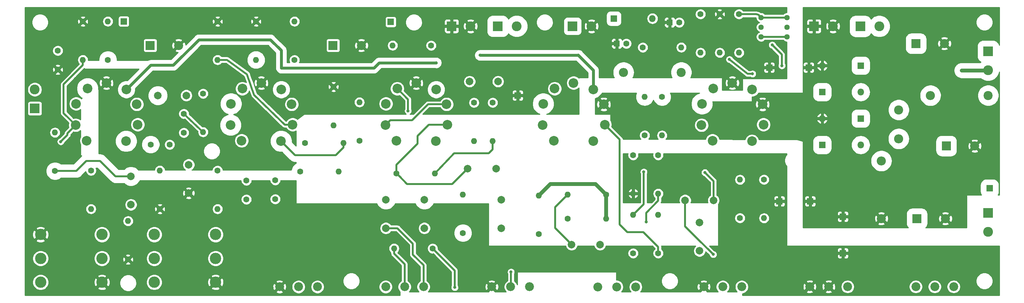
<source format=gbl>
G04 #@! TF.GenerationSoftware,KiCad,Pcbnew,(5.1.4)-1*
G04 #@! TF.CreationDate,2019-12-11T14:43:14+01:00*
G04 #@! TF.ProjectId,JCM800,4a434d38-3030-42e6-9b69-6361645f7063,rev?*
G04 #@! TF.SameCoordinates,Original*
G04 #@! TF.FileFunction,Copper,L2,Bot*
G04 #@! TF.FilePolarity,Positive*
%FSLAX46Y46*%
G04 Gerber Fmt 4.6, Leading zero omitted, Abs format (unit mm)*
G04 Created by KiCad (PCBNEW (5.1.4)-1) date 2019-12-11 14:43:14*
%MOMM*%
%LPD*%
G04 APERTURE LIST*
%ADD10C,2.540000*%
%ADD11C,1.600000*%
%ADD12O,1.600000X1.600000*%
%ADD13C,2.400000*%
%ADD14O,2.400000X2.400000*%
%ADD15R,2.400000X2.400000*%
%ADD16C,3.000000*%
%ADD17C,2.000000*%
%ADD18R,2.600000X2.600000*%
%ADD19C,2.600000*%
%ADD20R,1.700000X1.700000*%
%ADD21O,1.800000X1.800000*%
%ADD22R,1.800000X1.800000*%
%ADD23C,2.340000*%
%ADD24C,1.440000*%
%ADD25R,1.600000X1.600000*%
%ADD26C,0.800000*%
%ADD27C,1.000000*%
%ADD28C,0.500000*%
%ADD29C,1.000000*%
%ADD30C,0.750000*%
%ADD31C,0.254000*%
G04 APERTURE END LIST*
D10*
X201295000Y-88646000D03*
X211709000Y-88773000D03*
X198375000Y-84526000D03*
X198498000Y-78895000D03*
X201498000Y-74891000D03*
X206502000Y-73391000D03*
X211760000Y-75145000D03*
X214756000Y-84399000D03*
X214506000Y-79022000D03*
D11*
X90932000Y-67310000D03*
D12*
X90932000Y-57150000D03*
D13*
X245872000Y-109220000D03*
D14*
X245872000Y-93980000D03*
D15*
X101092000Y-63500000D03*
D13*
X108592000Y-63500000D03*
D16*
X40092000Y-113430000D03*
X40092000Y-119730000D03*
X40092000Y-126030000D03*
X23892000Y-113430000D03*
X23892000Y-119730000D03*
X23892000Y-126030000D03*
X70092000Y-113430000D03*
X70092000Y-119730000D03*
X70092000Y-126030000D03*
X53892000Y-113430000D03*
X53892000Y-119730000D03*
X53892000Y-126030000D03*
D11*
X61722000Y-81534000D03*
X61722000Y-86534000D03*
X85852000Y-99060000D03*
X85852000Y-104060000D03*
D17*
X125222000Y-111760000D03*
X125222000Y-104260000D03*
X145542000Y-104267000D03*
X145542000Y-111767000D03*
X62357000Y-76708000D03*
X54857000Y-76708000D03*
X62992000Y-94996000D03*
X62992000Y-102496000D03*
X47752000Y-98044000D03*
X47752000Y-105544000D03*
X115062000Y-111760000D03*
X115062000Y-104260000D03*
D18*
X228092000Y-58420000D03*
D19*
X233092000Y-58420000D03*
D15*
X255270000Y-109220000D03*
D13*
X262770000Y-109220000D03*
D15*
X255016000Y-62992000D03*
D13*
X262516000Y-62992000D03*
D15*
X52832000Y-63500000D03*
D13*
X60332000Y-63500000D03*
D15*
X263017000Y-90043000D03*
D13*
X270517000Y-90043000D03*
D20*
X216281000Y-69342000D03*
D11*
X57959000Y-89662000D03*
X52959000Y-89662000D03*
X78232000Y-99140000D03*
X78232000Y-104140000D03*
D21*
X240405999Y-89772000D03*
D22*
X230245999Y-89772000D03*
X240405999Y-82787000D03*
D21*
X230245999Y-82787000D03*
X240405999Y-75802000D03*
D22*
X230245999Y-75802000D03*
X240405999Y-68817000D03*
D21*
X230245999Y-68817000D03*
D11*
X46990000Y-120015000D03*
D12*
X46990000Y-109855000D03*
D11*
X37211000Y-96520000D03*
D12*
X37211000Y-106680000D03*
D11*
X55372000Y-106680000D03*
D12*
X55372000Y-96520000D03*
D11*
X27686000Y-96647000D03*
D12*
X27686000Y-86487000D03*
X70612000Y-106680000D03*
D11*
X70612000Y-96520000D03*
X35052000Y-57150000D03*
D12*
X35052000Y-67310000D03*
D11*
X41656000Y-67310000D03*
D12*
X41656000Y-57150000D03*
X66802000Y-86360000D03*
D11*
X66802000Y-76200000D03*
D12*
X70612000Y-67310000D03*
D11*
X70612000Y-57150000D03*
X101219000Y-74422000D03*
D12*
X101219000Y-84582000D03*
D11*
X108077000Y-88646000D03*
D12*
X108077000Y-78486000D03*
D11*
X155448000Y-113284000D03*
D12*
X155448000Y-103124000D03*
X80772000Y-67310000D03*
D11*
X80772000Y-57150000D03*
D12*
X135382000Y-102870000D03*
D11*
X135382000Y-113030000D03*
D18*
X240315000Y-58436000D03*
D19*
X245315000Y-58436000D03*
X169338000Y-58420000D03*
D18*
X164338000Y-58420000D03*
D20*
X226695000Y-69342000D03*
X227076000Y-104648000D03*
X235712000Y-108712000D03*
X235712000Y-118364000D03*
D12*
X103886000Y-89281000D03*
D11*
X93726000Y-89281000D03*
D12*
X102616000Y-96774000D03*
D11*
X92456000Y-96774000D03*
D23*
X170992000Y-127254000D03*
X175992000Y-127254000D03*
X180992000Y-127254000D03*
X86992000Y-127230000D03*
X91992000Y-127230000D03*
X96992000Y-127230000D03*
X208992000Y-127230000D03*
X203992000Y-127230000D03*
X198992000Y-127230000D03*
X143002000Y-127230000D03*
X148002000Y-127230000D03*
X153002000Y-127230000D03*
X124992000Y-127230000D03*
X119992000Y-127230000D03*
X114992000Y-127230000D03*
D17*
X144152000Y-96012000D03*
X136652000Y-96012000D03*
X137160000Y-73025000D03*
X144660000Y-73025000D03*
X197866000Y-117736000D03*
X197866000Y-110236000D03*
X171584000Y-116078000D03*
X164084000Y-116078000D03*
X201556000Y-104394000D03*
X194056000Y-104394000D03*
D23*
X254952000Y-127200000D03*
X259952000Y-127200000D03*
X264952000Y-127200000D03*
X236952000Y-127200000D03*
X231952000Y-127200000D03*
X226952000Y-127200000D03*
D11*
X127381000Y-117094000D03*
D12*
X117221000Y-117094000D03*
X143256000Y-88773000D03*
D11*
X143256000Y-78613000D03*
X138303000Y-78613000D03*
D12*
X138303000Y-88773000D03*
X128016000Y-97282000D03*
D11*
X117856000Y-97282000D03*
X127000000Y-63500000D03*
D12*
X116840000Y-63500000D03*
X173228000Y-109220000D03*
D11*
X163068000Y-109220000D03*
D12*
X163068000Y-102870000D03*
D11*
X173228000Y-102870000D03*
X208534000Y-109093000D03*
D12*
X208534000Y-98933000D03*
D11*
X214884000Y-98933000D03*
D12*
X214884000Y-109093000D03*
X186944000Y-108204000D03*
D11*
X186944000Y-118364000D03*
D12*
X186944000Y-102616000D03*
D11*
X186944000Y-92456000D03*
D12*
X183388000Y-77089000D03*
D11*
X183388000Y-87249000D03*
X187960000Y-77089000D03*
D12*
X187960000Y-87249000D03*
X180340000Y-102616000D03*
D11*
X180340000Y-92456000D03*
X180340000Y-118364000D03*
D12*
X180340000Y-108204000D03*
D10*
X49279000Y-79022000D03*
X49529000Y-84399000D03*
X46533000Y-75145000D03*
X41275000Y-73391000D03*
X36271000Y-74891000D03*
X33271000Y-78895000D03*
X33148000Y-84526000D03*
X46482000Y-88773000D03*
X36068000Y-88646000D03*
X90173000Y-79022000D03*
X90423000Y-84399000D03*
X87427000Y-75145000D03*
X82169000Y-73391000D03*
X77165000Y-74891000D03*
X74165000Y-78895000D03*
X74042000Y-84526000D03*
X87376000Y-88773000D03*
X76962000Y-88646000D03*
X131067000Y-79022000D03*
X131317000Y-84399000D03*
X128321000Y-75145000D03*
X123063000Y-73391000D03*
X118059000Y-74891000D03*
X115059000Y-78895000D03*
X114936000Y-84526000D03*
X128270000Y-88773000D03*
X117856000Y-88646000D03*
X159385000Y-88646000D03*
X169799000Y-88773000D03*
X156465000Y-84526000D03*
X156588000Y-78895000D03*
X159588000Y-74891000D03*
X164592000Y-73391000D03*
X169850000Y-75145000D03*
X172846000Y-84399000D03*
X172596000Y-79022000D03*
D14*
X258826000Y-76708000D03*
D13*
X274066000Y-76708000D03*
D11*
X28448000Y-64897000D03*
X28448000Y-69897000D03*
D18*
X22352000Y-80137000D03*
D19*
X22352000Y-75137000D03*
D14*
X250444000Y-88138000D03*
D13*
X250444000Y-80518000D03*
D18*
X132414000Y-58420000D03*
D19*
X137414000Y-58420000D03*
X149606000Y-58420000D03*
D18*
X144606000Y-58420000D03*
D20*
X149860000Y-76708000D03*
D18*
X274066000Y-65024000D03*
D19*
X274066000Y-70024000D03*
D13*
X193040000Y-70612000D03*
D14*
X177800000Y-70612000D03*
D18*
X274066000Y-107696000D03*
D19*
X274066000Y-112696000D03*
D20*
X218948000Y-104648000D03*
D24*
X214122000Y-61214000D03*
X214122000Y-58674000D03*
X214122000Y-56134000D03*
X220980000Y-56134000D03*
X220980000Y-58674000D03*
X220980000Y-61214000D03*
D25*
X176022000Y-62992000D03*
D11*
X178522000Y-62992000D03*
X192492000Y-57404000D03*
D25*
X189992000Y-57404000D03*
D21*
X185420000Y-56388000D03*
D22*
X175260000Y-56388000D03*
D11*
X182880000Y-64008000D03*
D12*
X193040000Y-64008000D03*
D11*
X198120000Y-55245000D03*
D12*
X198120000Y-65405000D03*
X208280000Y-65405000D03*
D11*
X208280000Y-55245000D03*
X203200000Y-55245000D03*
D12*
X203200000Y-65405000D03*
D20*
X274447000Y-101219000D03*
X116332000Y-57277000D03*
X45847000Y-57150000D03*
D26*
X148082000Y-123317000D03*
X133223000Y-127381000D03*
D27*
X267121000Y-70104000D03*
D26*
X199273943Y-97051943D03*
X183134000Y-96901000D03*
X120904000Y-80772000D03*
X183769000Y-110109000D03*
X201473173Y-118669173D03*
X211760000Y-75145000D03*
X29210000Y-88900000D03*
X211836000Y-70993000D03*
X205740000Y-67183000D03*
X219583000Y-68834000D03*
X217043000Y-63373000D03*
X165862000Y-66083991D03*
X128316167Y-68072000D03*
X87486999Y-69485001D03*
X139954000Y-66083991D03*
D28*
X176192000Y-126535000D02*
X176192000Y-127254000D01*
X43688000Y-98044000D02*
X47752000Y-98044000D01*
X39613999Y-93969999D02*
X43688000Y-98044000D01*
X35986999Y-93969999D02*
X39613999Y-93969999D01*
X27686000Y-96647000D02*
X33309998Y-96647000D01*
X33309998Y-96647000D02*
X35986999Y-93969999D01*
X66802000Y-86360000D02*
X61722000Y-81534000D01*
X73152000Y-67310000D02*
X70612000Y-67310000D01*
X78359000Y-71120000D02*
X73152000Y-67310000D01*
X80264000Y-76521733D02*
X78359000Y-71120000D01*
X90423000Y-84400000D02*
X88337000Y-84400000D01*
X88337000Y-84400000D02*
X80264000Y-76521733D01*
X148082000Y-127150000D02*
X148002000Y-127230000D01*
X148082000Y-123317000D02*
X148082000Y-127150000D01*
X118110000Y-111760000D02*
X115062000Y-111760000D01*
X122174000Y-115824000D02*
X118110000Y-111760000D01*
X122174000Y-118745000D02*
X122174000Y-115824000D01*
X124992000Y-127230000D02*
X124992000Y-121563000D01*
X124992000Y-121563000D02*
X122174000Y-118745000D01*
X133223000Y-124333000D02*
X133223000Y-127381000D01*
X127381000Y-117094000D02*
X133223000Y-122936000D01*
X133223000Y-122936000D02*
X133223000Y-124333000D01*
X103886000Y-90412370D02*
X101842370Y-92456000D01*
X103886000Y-89281000D02*
X103886000Y-90412370D01*
X91059000Y-92456000D02*
X87376000Y-88773000D01*
X101842370Y-92456000D02*
X91059000Y-92456000D01*
X126210000Y-79022000D02*
X131067000Y-79022000D01*
X121975999Y-83256001D02*
X126210000Y-79022000D01*
X114936000Y-84526000D02*
X116205999Y-83256001D01*
X116205999Y-83256001D02*
X121975999Y-83256001D01*
D29*
X273986000Y-70104000D02*
X274066000Y-70024000D01*
X267121000Y-70104000D02*
X273986000Y-70104000D01*
X158502001Y-100069999D02*
X155448000Y-103124000D01*
X173228000Y-102870000D02*
X170427999Y-100069999D01*
X170427999Y-100069999D02*
X158502001Y-100069999D01*
X173228000Y-109220000D02*
X173228000Y-102870000D01*
D28*
X126421000Y-84399000D02*
X131317000Y-84399000D01*
X123444000Y-87376000D02*
X126421000Y-84399000D01*
X123444000Y-89408000D02*
X123444000Y-87376000D01*
X117856000Y-97282000D02*
X117856000Y-94996000D01*
X117856000Y-94996000D02*
X123444000Y-89408000D01*
X132588000Y-100076000D02*
X136652000Y-96012000D01*
X120637033Y-100076000D02*
X132588000Y-100076000D01*
X118655999Y-98094966D02*
X120637033Y-100076000D01*
X117856000Y-97282000D02*
X118655999Y-98081999D01*
X118655999Y-98081999D02*
X118655999Y-98094966D01*
X201556000Y-99334000D02*
X201556000Y-104394000D01*
X199273943Y-97051943D02*
X201556000Y-99334000D01*
X183134000Y-105410000D02*
X183134000Y-96901000D01*
X180340000Y-108204000D02*
X183134000Y-105410000D01*
X120904000Y-77736000D02*
X118059000Y-74891000D01*
X120904000Y-80772000D02*
X120904000Y-77736000D01*
X163084001Y-115078001D02*
X163084001Y-115074087D01*
X164084000Y-116078000D02*
X163084001Y-115078001D01*
X163084001Y-115074087D02*
X159723871Y-111713957D01*
X159723871Y-106214129D02*
X163068000Y-102870000D01*
X159723871Y-111713957D02*
X159723871Y-106214129D01*
X186944000Y-102616000D02*
X186944000Y-103747370D01*
X186944000Y-103747370D02*
X186944000Y-104521000D01*
X186944000Y-104521000D02*
X183769000Y-107696000D01*
X183769000Y-107696000D02*
X183769000Y-110109000D01*
X194056000Y-104394000D02*
X194056000Y-111252000D01*
X194056000Y-111252000D02*
X197612000Y-114808000D01*
X197612000Y-114808000D02*
X200620637Y-117816637D01*
X200620637Y-117816637D02*
X201473173Y-118669173D01*
X117221000Y-118491000D02*
X117221000Y-117094000D01*
X119992000Y-127230000D02*
X119992000Y-121262000D01*
X119992000Y-121262000D02*
X117221000Y-118491000D01*
X143256000Y-90805000D02*
X143256000Y-88773000D01*
X133096000Y-91948000D02*
X142240000Y-91948000D01*
X128016000Y-97282000D02*
X133096000Y-91948000D01*
X142240000Y-91948000D02*
X143256000Y-90932000D01*
X174752000Y-86305000D02*
X172846000Y-84399000D01*
X186944000Y-116724630D02*
X182995370Y-112776000D01*
X182995370Y-112776000D02*
X178816000Y-112776000D01*
X178816000Y-112776000D02*
X176784000Y-110744000D01*
X176784000Y-110744000D02*
X176784000Y-88337000D01*
X186944000Y-118364000D02*
X186944000Y-116724630D01*
X176784000Y-88337000D02*
X174752000Y-86305000D01*
X33148000Y-84526000D02*
X29972000Y-81350000D01*
X29972000Y-73787000D02*
X32512000Y-71247000D01*
X32512000Y-71247000D02*
X32512000Y-71228287D01*
X35052000Y-68688287D02*
X35052000Y-67310000D01*
X32512000Y-71228287D02*
X35052000Y-68688287D01*
X29972000Y-74676000D02*
X29972000Y-73787000D01*
X29972000Y-81350000D02*
X29972000Y-74676000D01*
X33148000Y-84812010D02*
X33148000Y-84526000D01*
X29210000Y-88900000D02*
X30988000Y-87122000D01*
X30988000Y-86686000D02*
X33148000Y-84526000D01*
X30988000Y-87122000D02*
X30988000Y-86686000D01*
D30*
X206502000Y-73391000D02*
X206502000Y-72898000D01*
X125184877Y-70838010D02*
X125122990Y-70838010D01*
D28*
X210547001Y-70974001D02*
X211836000Y-70993000D01*
X205740000Y-67183000D02*
X210547001Y-70974001D01*
X219583000Y-65913000D02*
X217043000Y-63373000D01*
X219583000Y-68834000D02*
X219583000Y-65913000D01*
D30*
X169850000Y-73348949D02*
X169851666Y-73347283D01*
X169850000Y-75145000D02*
X169850000Y-73348949D01*
X169851666Y-70073657D02*
X165862000Y-66083991D01*
X169851666Y-73347283D02*
X169851666Y-70073657D01*
X46533000Y-75145000D02*
X52971000Y-68707000D01*
X52971000Y-68707000D02*
X58936002Y-68707000D01*
X58936002Y-68707000D02*
X65667002Y-61976000D01*
X65667002Y-61976000D02*
X84582000Y-61976000D01*
X84582000Y-61976000D02*
X87427000Y-64821000D01*
X111870999Y-69485001D02*
X87486999Y-69485001D01*
X113284000Y-68072000D02*
X111870999Y-69485001D01*
X128316167Y-68072000D02*
X113284000Y-68072000D01*
X87427000Y-69425002D02*
X87486999Y-69485001D01*
X87427000Y-64821000D02*
X87427000Y-69425002D01*
X165862000Y-66083991D02*
X139954000Y-66083991D01*
D28*
X219707767Y-61214000D02*
X214122000Y-61214000D01*
X220980000Y-61214000D02*
X219707767Y-61214000D01*
X214122000Y-56134000D02*
X213402001Y-55414001D01*
X213402001Y-55414001D02*
X212852000Y-55245000D01*
X214122000Y-56134000D02*
X220980000Y-56134000D01*
X212852000Y-55245000D02*
X208280000Y-55245000D01*
D31*
G36*
X276970000Y-63410556D02*
G01*
X276969458Y-63405052D01*
X276876425Y-63098362D01*
X276725346Y-62815714D01*
X276522029Y-62567971D01*
X276274286Y-62364654D01*
X275991638Y-62213575D01*
X275684948Y-62120542D01*
X275366000Y-62089128D01*
X272766000Y-62089128D01*
X272447052Y-62120542D01*
X272140362Y-62213575D01*
X271857714Y-62364654D01*
X271609971Y-62567971D01*
X271406654Y-62815714D01*
X271255575Y-63098362D01*
X271162542Y-63405052D01*
X271131128Y-63724000D01*
X271131128Y-66324000D01*
X271162542Y-66642948D01*
X271255575Y-66949638D01*
X271406654Y-67232286D01*
X271609971Y-67480029D01*
X271857714Y-67683346D01*
X272124597Y-67825999D01*
X271973596Y-67977000D01*
X266911509Y-67977000D01*
X266808524Y-67997485D01*
X266704035Y-68007776D01*
X266603564Y-68038254D01*
X266500577Y-68058739D01*
X266403561Y-68098924D01*
X266303094Y-68129401D01*
X266210501Y-68178893D01*
X266113488Y-68219077D01*
X266026180Y-68277414D01*
X265933585Y-68326907D01*
X265852426Y-68393512D01*
X265765116Y-68451851D01*
X265690863Y-68526104D01*
X265609707Y-68592707D01*
X265543104Y-68673863D01*
X265468851Y-68748116D01*
X265410512Y-68835426D01*
X265343907Y-68916585D01*
X265294414Y-69009180D01*
X265236077Y-69096488D01*
X265195893Y-69193501D01*
X265146401Y-69286094D01*
X265115924Y-69386561D01*
X265075739Y-69483577D01*
X265055254Y-69586564D01*
X265024776Y-69687035D01*
X265014485Y-69791524D01*
X264994000Y-69894509D01*
X264994000Y-69999513D01*
X264983709Y-70104000D01*
X264994000Y-70208487D01*
X264994000Y-70313491D01*
X265014485Y-70416476D01*
X265024776Y-70520965D01*
X265055254Y-70621436D01*
X265075739Y-70724423D01*
X265115924Y-70821439D01*
X265146401Y-70921906D01*
X265195893Y-71014499D01*
X265236077Y-71111512D01*
X265294414Y-71198820D01*
X265343907Y-71291415D01*
X265410512Y-71372574D01*
X265468851Y-71459884D01*
X265543104Y-71534137D01*
X265609707Y-71615293D01*
X265690863Y-71681896D01*
X265765116Y-71756149D01*
X265852426Y-71814488D01*
X265933585Y-71881093D01*
X266026180Y-71930586D01*
X266113488Y-71988923D01*
X266210501Y-72029107D01*
X266303094Y-72078599D01*
X266403561Y-72109076D01*
X266500577Y-72149261D01*
X266603564Y-72169746D01*
X266704035Y-72200224D01*
X266808524Y-72210515D01*
X266911509Y-72231000D01*
X272133596Y-72231000D01*
X272200146Y-72297550D01*
X272679545Y-72617874D01*
X273212225Y-72838518D01*
X273777716Y-72951000D01*
X274354284Y-72951000D01*
X274919775Y-72838518D01*
X275452455Y-72617874D01*
X275931854Y-72297550D01*
X276339550Y-71889854D01*
X276659874Y-71410455D01*
X276880518Y-70877775D01*
X276970000Y-70427913D01*
X276970001Y-102997000D01*
X276640167Y-102997000D01*
X276656346Y-102977286D01*
X276807425Y-102694638D01*
X276900458Y-102387948D01*
X276931872Y-102069000D01*
X276931872Y-100369000D01*
X276900458Y-100050052D01*
X276807425Y-99743362D01*
X276656346Y-99460714D01*
X276453029Y-99212971D01*
X276205286Y-99009654D01*
X275922638Y-98858575D01*
X275615948Y-98765542D01*
X275297000Y-98734128D01*
X273597000Y-98734128D01*
X273278052Y-98765542D01*
X272971362Y-98858575D01*
X272688714Y-99009654D01*
X272440971Y-99212971D01*
X272237654Y-99460714D01*
X272086575Y-99743362D01*
X271993542Y-100050052D01*
X271962128Y-100369000D01*
X271962128Y-102069000D01*
X271993542Y-102387948D01*
X272086575Y-102694638D01*
X272237654Y-102977286D01*
X272253833Y-102997000D01*
X268478000Y-102997000D01*
X268453224Y-102999440D01*
X268429399Y-103006667D01*
X268407443Y-103018403D01*
X268388197Y-103034197D01*
X268372403Y-103053443D01*
X268360667Y-103075399D01*
X268353440Y-103099224D01*
X268351000Y-103124000D01*
X268351000Y-111633000D01*
X257556609Y-111633000D01*
X257626029Y-111576029D01*
X257829346Y-111328286D01*
X257980425Y-111045638D01*
X258073458Y-110738948D01*
X258088240Y-110588865D01*
X261787215Y-110588865D01*
X261919002Y-110855754D01*
X262254473Y-110990344D01*
X262609755Y-111056902D01*
X262971196Y-111052869D01*
X263324905Y-110978399D01*
X263620998Y-110855754D01*
X263752785Y-110588865D01*
X262770000Y-109606080D01*
X261787215Y-110588865D01*
X258088240Y-110588865D01*
X258104872Y-110420000D01*
X258104872Y-109059755D01*
X260933098Y-109059755D01*
X260937131Y-109421196D01*
X261011601Y-109774905D01*
X261134246Y-110070998D01*
X261401135Y-110202785D01*
X262383920Y-109220000D01*
X263156080Y-109220000D01*
X264138865Y-110202785D01*
X264405754Y-110070998D01*
X264540344Y-109735527D01*
X264606902Y-109380245D01*
X264602869Y-109018804D01*
X264528399Y-108665095D01*
X264405754Y-108369002D01*
X264138865Y-108237215D01*
X263156080Y-109220000D01*
X262383920Y-109220000D01*
X261401135Y-108237215D01*
X261134246Y-108369002D01*
X260999656Y-108704473D01*
X260933098Y-109059755D01*
X258104872Y-109059755D01*
X258104872Y-108020000D01*
X258088241Y-107851135D01*
X261787215Y-107851135D01*
X262770000Y-108833920D01*
X263752785Y-107851135D01*
X263620998Y-107584246D01*
X263285527Y-107449656D01*
X262930245Y-107383098D01*
X262568804Y-107387131D01*
X262215095Y-107461601D01*
X261919002Y-107584246D01*
X261787215Y-107851135D01*
X258088241Y-107851135D01*
X258073458Y-107701052D01*
X257980425Y-107394362D01*
X257829346Y-107111714D01*
X257626029Y-106863971D01*
X257378286Y-106660654D01*
X257095638Y-106509575D01*
X256788948Y-106416542D01*
X256470000Y-106385128D01*
X254070000Y-106385128D01*
X253751052Y-106416542D01*
X253444362Y-106509575D01*
X253161714Y-106660654D01*
X252913971Y-106863971D01*
X252710654Y-107111714D01*
X252559575Y-107394362D01*
X252466542Y-107701052D01*
X252435128Y-108020000D01*
X252435128Y-110420000D01*
X252466542Y-110738948D01*
X252559575Y-111045638D01*
X252710654Y-111328286D01*
X252913971Y-111576029D01*
X252983391Y-111633000D01*
X225171000Y-111633000D01*
X225171000Y-110588865D01*
X244889215Y-110588865D01*
X245021002Y-110855754D01*
X245356473Y-110990344D01*
X245711755Y-111056902D01*
X246073196Y-111052869D01*
X246426905Y-110978399D01*
X246722998Y-110855754D01*
X246854785Y-110588865D01*
X245872000Y-109606080D01*
X244889215Y-110588865D01*
X225171000Y-110588865D01*
X225171000Y-109562000D01*
X234223928Y-109562000D01*
X234236188Y-109686482D01*
X234272498Y-109806180D01*
X234331463Y-109916494D01*
X234410815Y-110013185D01*
X234507506Y-110092537D01*
X234617820Y-110151502D01*
X234737518Y-110187812D01*
X234862000Y-110200072D01*
X235280250Y-110197000D01*
X235439000Y-110038250D01*
X235439000Y-108985000D01*
X235985000Y-108985000D01*
X235985000Y-110038250D01*
X236143750Y-110197000D01*
X236562000Y-110200072D01*
X236686482Y-110187812D01*
X236806180Y-110151502D01*
X236916494Y-110092537D01*
X237013185Y-110013185D01*
X237092537Y-109916494D01*
X237151502Y-109806180D01*
X237187812Y-109686482D01*
X237200072Y-109562000D01*
X237197000Y-109143750D01*
X237113005Y-109059755D01*
X244035098Y-109059755D01*
X244039131Y-109421196D01*
X244113601Y-109774905D01*
X244236246Y-110070998D01*
X244503135Y-110202785D01*
X245485920Y-109220000D01*
X246258080Y-109220000D01*
X247240865Y-110202785D01*
X247507754Y-110070998D01*
X247642344Y-109735527D01*
X247708902Y-109380245D01*
X247704869Y-109018804D01*
X247630399Y-108665095D01*
X247507754Y-108369002D01*
X247240865Y-108237215D01*
X246258080Y-109220000D01*
X245485920Y-109220000D01*
X244503135Y-108237215D01*
X244236246Y-108369002D01*
X244101656Y-108704473D01*
X244035098Y-109059755D01*
X237113005Y-109059755D01*
X237038250Y-108985000D01*
X235985000Y-108985000D01*
X235439000Y-108985000D01*
X234385750Y-108985000D01*
X234227000Y-109143750D01*
X234223928Y-109562000D01*
X225171000Y-109562000D01*
X225171000Y-107862000D01*
X234223928Y-107862000D01*
X234227000Y-108280250D01*
X234385750Y-108439000D01*
X235439000Y-108439000D01*
X235439000Y-107385750D01*
X235985000Y-107385750D01*
X235985000Y-108439000D01*
X237038250Y-108439000D01*
X237197000Y-108280250D01*
X237200072Y-107862000D01*
X237199002Y-107851135D01*
X244889215Y-107851135D01*
X245872000Y-108833920D01*
X246854785Y-107851135D01*
X246722998Y-107584246D01*
X246387527Y-107449656D01*
X246032245Y-107383098D01*
X245670804Y-107387131D01*
X245317095Y-107461601D01*
X245021002Y-107584246D01*
X244889215Y-107851135D01*
X237199002Y-107851135D01*
X237187812Y-107737518D01*
X237151502Y-107617820D01*
X237092537Y-107507506D01*
X237013185Y-107410815D01*
X236916494Y-107331463D01*
X236806180Y-107272498D01*
X236686482Y-107236188D01*
X236562000Y-107223928D01*
X236143750Y-107227000D01*
X235985000Y-107385750D01*
X235439000Y-107385750D01*
X235280250Y-107227000D01*
X234862000Y-107223928D01*
X234737518Y-107236188D01*
X234617820Y-107272498D01*
X234507506Y-107331463D01*
X234410815Y-107410815D01*
X234331463Y-107507506D01*
X234272498Y-107617820D01*
X234236188Y-107737518D01*
X234223928Y-107862000D01*
X225171000Y-107862000D01*
X225171000Y-105498000D01*
X225587928Y-105498000D01*
X225600188Y-105622482D01*
X225636498Y-105742180D01*
X225695463Y-105852494D01*
X225774815Y-105949185D01*
X225871506Y-106028537D01*
X225981820Y-106087502D01*
X226101518Y-106123812D01*
X226226000Y-106136072D01*
X226644250Y-106133000D01*
X226803000Y-105974250D01*
X226803000Y-104921000D01*
X227349000Y-104921000D01*
X227349000Y-105974250D01*
X227507750Y-106133000D01*
X227926000Y-106136072D01*
X228050482Y-106123812D01*
X228170180Y-106087502D01*
X228280494Y-106028537D01*
X228377185Y-105949185D01*
X228456537Y-105852494D01*
X228515502Y-105742180D01*
X228551812Y-105622482D01*
X228564072Y-105498000D01*
X228561000Y-105079750D01*
X228402250Y-104921000D01*
X227349000Y-104921000D01*
X226803000Y-104921000D01*
X225749750Y-104921000D01*
X225591000Y-105079750D01*
X225587928Y-105498000D01*
X225171000Y-105498000D01*
X225171000Y-103798000D01*
X225587928Y-103798000D01*
X225591000Y-104216250D01*
X225749750Y-104375000D01*
X226803000Y-104375000D01*
X226803000Y-103321750D01*
X227349000Y-103321750D01*
X227349000Y-104375000D01*
X228402250Y-104375000D01*
X228561000Y-104216250D01*
X228564072Y-103798000D01*
X228551812Y-103673518D01*
X228515502Y-103553820D01*
X228456537Y-103443506D01*
X228377185Y-103346815D01*
X228280494Y-103267463D01*
X228170180Y-103208498D01*
X228050482Y-103172188D01*
X227926000Y-103159928D01*
X227507750Y-103163000D01*
X227349000Y-103321750D01*
X226803000Y-103321750D01*
X226644250Y-103163000D01*
X226226000Y-103159928D01*
X226101518Y-103172188D01*
X225981820Y-103208498D01*
X225871506Y-103267463D01*
X225774815Y-103346815D01*
X225695463Y-103443506D01*
X225636498Y-103553820D01*
X225600188Y-103673518D01*
X225587928Y-103798000D01*
X225171000Y-103798000D01*
X225171000Y-93980000D01*
X243031322Y-93980000D01*
X243085905Y-94534189D01*
X243247556Y-95067080D01*
X243510063Y-95558196D01*
X243863337Y-95988663D01*
X244293804Y-96341937D01*
X244784920Y-96604444D01*
X245317811Y-96766095D01*
X245733125Y-96807000D01*
X246010875Y-96807000D01*
X246426189Y-96766095D01*
X246959080Y-96604444D01*
X247450196Y-96341937D01*
X247880663Y-95988663D01*
X248233937Y-95558196D01*
X248496444Y-95067080D01*
X248658095Y-94534189D01*
X248712678Y-93980000D01*
X248658095Y-93425811D01*
X248496444Y-92892920D01*
X248233937Y-92401804D01*
X247880663Y-91971337D01*
X247450196Y-91618063D01*
X246959080Y-91355556D01*
X246426189Y-91193905D01*
X246010875Y-91153000D01*
X245733125Y-91153000D01*
X245317811Y-91193905D01*
X244784920Y-91355556D01*
X244293804Y-91618063D01*
X243863337Y-91971337D01*
X243510063Y-92401804D01*
X243247556Y-92892920D01*
X243085905Y-93425811D01*
X243031322Y-93980000D01*
X225171000Y-93980000D01*
X225171000Y-88900000D01*
X225168560Y-88875224D01*
X225167583Y-88872000D01*
X227711127Y-88872000D01*
X227711127Y-90672000D01*
X227742541Y-90990948D01*
X227835574Y-91297638D01*
X227986653Y-91580286D01*
X228189970Y-91828029D01*
X228437713Y-92031346D01*
X228720361Y-92182425D01*
X229027051Y-92275458D01*
X229345999Y-92306872D01*
X231145999Y-92306872D01*
X231464947Y-92275458D01*
X231771637Y-92182425D01*
X232054285Y-92031346D01*
X232302028Y-91828029D01*
X232505345Y-91580286D01*
X232656424Y-91297638D01*
X232749457Y-90990948D01*
X232780871Y-90672000D01*
X232780871Y-89772000D01*
X237866772Y-89772000D01*
X237915563Y-90267379D01*
X238060059Y-90743720D01*
X238294709Y-91182719D01*
X238610494Y-91567505D01*
X238995280Y-91883290D01*
X239434279Y-92117940D01*
X239910620Y-92262436D01*
X240281857Y-92299000D01*
X240530141Y-92299000D01*
X240901378Y-92262436D01*
X241377719Y-92117940D01*
X241816718Y-91883290D01*
X242201504Y-91567505D01*
X242517289Y-91182719D01*
X242751939Y-90743720D01*
X242896435Y-90267379D01*
X242945226Y-89772000D01*
X242896435Y-89276621D01*
X242751939Y-88800280D01*
X242517289Y-88361281D01*
X242334048Y-88138000D01*
X247603322Y-88138000D01*
X247657905Y-88692189D01*
X247819556Y-89225080D01*
X248082063Y-89716196D01*
X248435337Y-90146663D01*
X248865804Y-90499937D01*
X249356920Y-90762444D01*
X249889811Y-90924095D01*
X250305125Y-90965000D01*
X250582875Y-90965000D01*
X250998189Y-90924095D01*
X251531080Y-90762444D01*
X252022196Y-90499937D01*
X252452663Y-90146663D01*
X252805937Y-89716196D01*
X253068444Y-89225080D01*
X253184346Y-88843000D01*
X260182128Y-88843000D01*
X260182128Y-91243000D01*
X260213542Y-91561948D01*
X260306575Y-91868638D01*
X260457654Y-92151286D01*
X260660971Y-92399029D01*
X260908714Y-92602346D01*
X261191362Y-92753425D01*
X261498052Y-92846458D01*
X261817000Y-92877872D01*
X264217000Y-92877872D01*
X264535948Y-92846458D01*
X264842638Y-92753425D01*
X265125286Y-92602346D01*
X265373029Y-92399029D01*
X265576346Y-92151286D01*
X265727425Y-91868638D01*
X265820458Y-91561948D01*
X265835240Y-91411865D01*
X269534215Y-91411865D01*
X269666002Y-91678754D01*
X270001473Y-91813344D01*
X270356755Y-91879902D01*
X270718196Y-91875869D01*
X271071905Y-91801399D01*
X271367998Y-91678754D01*
X271499785Y-91411865D01*
X270517000Y-90429080D01*
X269534215Y-91411865D01*
X265835240Y-91411865D01*
X265851872Y-91243000D01*
X265851872Y-89882755D01*
X268680098Y-89882755D01*
X268684131Y-90244196D01*
X268758601Y-90597905D01*
X268881246Y-90893998D01*
X269148135Y-91025785D01*
X270130920Y-90043000D01*
X270903080Y-90043000D01*
X271885865Y-91025785D01*
X272152754Y-90893998D01*
X272287344Y-90558527D01*
X272353902Y-90203245D01*
X272349869Y-89841804D01*
X272275399Y-89488095D01*
X272152754Y-89192002D01*
X271885865Y-89060215D01*
X270903080Y-90043000D01*
X270130920Y-90043000D01*
X269148135Y-89060215D01*
X268881246Y-89192002D01*
X268746656Y-89527473D01*
X268680098Y-89882755D01*
X265851872Y-89882755D01*
X265851872Y-88843000D01*
X265835241Y-88674135D01*
X269534215Y-88674135D01*
X270517000Y-89656920D01*
X271499785Y-88674135D01*
X271367998Y-88407246D01*
X271032527Y-88272656D01*
X270677245Y-88206098D01*
X270315804Y-88210131D01*
X269962095Y-88284601D01*
X269666002Y-88407246D01*
X269534215Y-88674135D01*
X265835241Y-88674135D01*
X265820458Y-88524052D01*
X265727425Y-88217362D01*
X265576346Y-87934714D01*
X265373029Y-87686971D01*
X265125286Y-87483654D01*
X264842638Y-87332575D01*
X264535948Y-87239542D01*
X264217000Y-87208128D01*
X261817000Y-87208128D01*
X261498052Y-87239542D01*
X261191362Y-87332575D01*
X260908714Y-87483654D01*
X260660971Y-87686971D01*
X260457654Y-87934714D01*
X260306575Y-88217362D01*
X260213542Y-88524052D01*
X260182128Y-88843000D01*
X253184346Y-88843000D01*
X253230095Y-88692189D01*
X253284678Y-88138000D01*
X253230095Y-87583811D01*
X253068444Y-87050920D01*
X252805937Y-86559804D01*
X252452663Y-86129337D01*
X252022196Y-85776063D01*
X251531080Y-85513556D01*
X250998189Y-85351905D01*
X250582875Y-85311000D01*
X250305125Y-85311000D01*
X249889811Y-85351905D01*
X249356920Y-85513556D01*
X248865804Y-85776063D01*
X248435337Y-86129337D01*
X248082063Y-86559804D01*
X247819556Y-87050920D01*
X247657905Y-87583811D01*
X247603322Y-88138000D01*
X242334048Y-88138000D01*
X242201504Y-87976495D01*
X241816718Y-87660710D01*
X241377719Y-87426060D01*
X240901378Y-87281564D01*
X240530141Y-87245000D01*
X240281857Y-87245000D01*
X239910620Y-87281564D01*
X239434279Y-87426060D01*
X238995280Y-87660710D01*
X238610494Y-87976495D01*
X238294709Y-88361281D01*
X238060059Y-88800280D01*
X237915563Y-89276621D01*
X237866772Y-89772000D01*
X232780871Y-89772000D01*
X232780871Y-88872000D01*
X232749457Y-88553052D01*
X232656424Y-88246362D01*
X232505345Y-87963714D01*
X232302028Y-87715971D01*
X232054285Y-87512654D01*
X231771637Y-87361575D01*
X231464947Y-87268542D01*
X231145999Y-87237128D01*
X229345999Y-87237128D01*
X229027051Y-87268542D01*
X228720361Y-87361575D01*
X228437713Y-87512654D01*
X228189970Y-87715971D01*
X227986653Y-87963714D01*
X227835574Y-88246362D01*
X227742541Y-88553052D01*
X227711127Y-88872000D01*
X225167583Y-88872000D01*
X225161333Y-88851399D01*
X225149597Y-88829443D01*
X225133803Y-88810197D01*
X225114557Y-88794403D01*
X225092601Y-88782667D01*
X225079560Y-88778080D01*
X223555560Y-88333580D01*
X223520302Y-88328500D01*
X213550027Y-88304761D01*
X213533100Y-88219665D01*
X213390100Y-87874433D01*
X213182496Y-87563733D01*
X212918267Y-87299504D01*
X212607567Y-87091900D01*
X212262335Y-86948900D01*
X211895838Y-86876000D01*
X211522162Y-86876000D01*
X211155665Y-86948900D01*
X210810433Y-87091900D01*
X210499733Y-87299504D01*
X210235504Y-87563733D01*
X210027900Y-87874433D01*
X209884900Y-88219665D01*
X209869716Y-88295999D01*
X203156366Y-88280015D01*
X203119100Y-88092665D01*
X202976100Y-87747433D01*
X202768496Y-87436733D01*
X202504267Y-87172504D01*
X202193567Y-86964900D01*
X201848335Y-86821900D01*
X201481838Y-86749000D01*
X201108162Y-86749000D01*
X200741665Y-86821900D01*
X200396433Y-86964900D01*
X200085733Y-87172504D01*
X199821504Y-87436733D01*
X199613900Y-87747433D01*
X199470900Y-88092665D01*
X199435396Y-88271155D01*
X188987582Y-88246279D01*
X189152248Y-88045634D01*
X189284755Y-87797731D01*
X189366352Y-87528741D01*
X189393904Y-87249000D01*
X189366352Y-86969259D01*
X189284755Y-86700269D01*
X189152248Y-86452366D01*
X188973923Y-86235077D01*
X188756634Y-86056752D01*
X188508731Y-85924245D01*
X188239741Y-85842648D01*
X188030098Y-85822000D01*
X187889902Y-85822000D01*
X187680259Y-85842648D01*
X187411269Y-85924245D01*
X187163366Y-86056752D01*
X186946077Y-86235077D01*
X186767752Y-86452366D01*
X186635245Y-86700269D01*
X186553648Y-86969259D01*
X186526096Y-87249000D01*
X186553648Y-87528741D01*
X186635245Y-87797731D01*
X186767752Y-88045634D01*
X186928394Y-88241377D01*
X184419680Y-88235404D01*
X184496424Y-88158660D01*
X184652591Y-87924938D01*
X184760162Y-87665241D01*
X184815000Y-87389547D01*
X184815000Y-87108453D01*
X184760162Y-86832759D01*
X184652591Y-86573062D01*
X184496424Y-86339340D01*
X184297660Y-86140576D01*
X184063938Y-85984409D01*
X183804241Y-85876838D01*
X183528547Y-85822000D01*
X183247453Y-85822000D01*
X182971759Y-85876838D01*
X182712062Y-85984409D01*
X182478340Y-86140576D01*
X182279576Y-86339340D01*
X182123409Y-86573062D01*
X182015838Y-86832759D01*
X181961000Y-87108453D01*
X181961000Y-87389547D01*
X182015838Y-87665241D01*
X182123409Y-87924938D01*
X182279576Y-88158660D01*
X182351395Y-88230479D01*
X177653650Y-88219294D01*
X177648310Y-88165077D01*
X177598162Y-87999763D01*
X177585725Y-87976495D01*
X177516727Y-87847408D01*
X177407133Y-87713867D01*
X177373674Y-87686408D01*
X175402598Y-85715333D01*
X175402594Y-85715328D01*
X174661167Y-84973901D01*
X174670100Y-84952335D01*
X174743000Y-84585838D01*
X174743000Y-84339162D01*
X196478000Y-84339162D01*
X196478000Y-84712838D01*
X196550900Y-85079335D01*
X196693900Y-85424567D01*
X196901504Y-85735267D01*
X197165733Y-85999496D01*
X197476433Y-86207100D01*
X197821665Y-86350100D01*
X198188162Y-86423000D01*
X198561838Y-86423000D01*
X198928335Y-86350100D01*
X199273567Y-86207100D01*
X199584267Y-85999496D01*
X199848496Y-85735267D01*
X200056100Y-85424567D01*
X200199100Y-85079335D01*
X200272000Y-84712838D01*
X200272000Y-84339162D01*
X200246739Y-84212162D01*
X212859000Y-84212162D01*
X212859000Y-84585838D01*
X212931900Y-84952335D01*
X213074900Y-85297567D01*
X213282504Y-85608267D01*
X213546733Y-85872496D01*
X213857433Y-86080100D01*
X214202665Y-86223100D01*
X214569162Y-86296000D01*
X214942838Y-86296000D01*
X215309335Y-86223100D01*
X215654567Y-86080100D01*
X215965267Y-85872496D01*
X216229496Y-85608267D01*
X216437100Y-85297567D01*
X216580100Y-84952335D01*
X216653000Y-84585838D01*
X216653000Y-84212162D01*
X216580100Y-83845665D01*
X216437100Y-83500433D01*
X216298456Y-83292938D01*
X228796775Y-83292938D01*
X228863482Y-83454012D01*
X229020174Y-83710911D01*
X229223974Y-83932305D01*
X229467050Y-84109685D01*
X229740060Y-84236235D01*
X229972999Y-84138789D01*
X229972999Y-83060000D01*
X230518999Y-83060000D01*
X230518999Y-84138789D01*
X230751938Y-84236235D01*
X231024948Y-84109685D01*
X231268024Y-83932305D01*
X231471824Y-83710911D01*
X231628516Y-83454012D01*
X231695223Y-83292938D01*
X231594900Y-83060000D01*
X230518999Y-83060000D01*
X229972999Y-83060000D01*
X228897098Y-83060000D01*
X228796775Y-83292938D01*
X216298456Y-83292938D01*
X216229496Y-83189733D01*
X215965267Y-82925504D01*
X215654567Y-82717900D01*
X215309335Y-82574900D01*
X214942838Y-82502000D01*
X214569162Y-82502000D01*
X214202665Y-82574900D01*
X213857433Y-82717900D01*
X213546733Y-82925504D01*
X213282504Y-83189733D01*
X213074900Y-83500433D01*
X212931900Y-83845665D01*
X212859000Y-84212162D01*
X200246739Y-84212162D01*
X200199100Y-83972665D01*
X200056100Y-83627433D01*
X199848496Y-83316733D01*
X199584267Y-83052504D01*
X199273567Y-82844900D01*
X198928335Y-82701900D01*
X198561838Y-82629000D01*
X198188162Y-82629000D01*
X197821665Y-82701900D01*
X197476433Y-82844900D01*
X197165733Y-83052504D01*
X196901504Y-83316733D01*
X196693900Y-83627433D01*
X196550900Y-83972665D01*
X196478000Y-84339162D01*
X174743000Y-84339162D01*
X174743000Y-84212162D01*
X174670100Y-83845665D01*
X174527100Y-83500433D01*
X174371000Y-83266814D01*
X174371000Y-82281062D01*
X228796775Y-82281062D01*
X228897098Y-82514000D01*
X229972999Y-82514000D01*
X229972999Y-81435211D01*
X230518999Y-81435211D01*
X230518999Y-82514000D01*
X231594900Y-82514000D01*
X231695223Y-82281062D01*
X231628516Y-82119988D01*
X231486409Y-81887000D01*
X237871127Y-81887000D01*
X237871127Y-83687000D01*
X237902541Y-84005948D01*
X237995574Y-84312638D01*
X238146653Y-84595286D01*
X238349970Y-84843029D01*
X238597713Y-85046346D01*
X238880361Y-85197425D01*
X239187051Y-85290458D01*
X239505999Y-85321872D01*
X241305999Y-85321872D01*
X241624947Y-85290458D01*
X241931637Y-85197425D01*
X242214285Y-85046346D01*
X242462028Y-84843029D01*
X242665345Y-84595286D01*
X242816424Y-84312638D01*
X242909457Y-84005948D01*
X242940871Y-83687000D01*
X242940871Y-81887000D01*
X242909457Y-81568052D01*
X242816424Y-81261362D01*
X242665345Y-80978714D01*
X242462028Y-80730971D01*
X242214285Y-80527654D01*
X241931637Y-80376575D01*
X241624947Y-80283542D01*
X241305999Y-80252128D01*
X239505999Y-80252128D01*
X239187051Y-80283542D01*
X238880361Y-80376575D01*
X238597713Y-80527654D01*
X238349970Y-80730971D01*
X238146653Y-80978714D01*
X237995574Y-81261362D01*
X237902541Y-81568052D01*
X237871127Y-81887000D01*
X231486409Y-81887000D01*
X231471824Y-81863089D01*
X231268024Y-81641695D01*
X231024948Y-81464315D01*
X230751938Y-81337765D01*
X230518999Y-81435211D01*
X229972999Y-81435211D01*
X229740060Y-81337765D01*
X229467050Y-81464315D01*
X229223974Y-81641695D01*
X229020174Y-81863089D01*
X228863482Y-82119988D01*
X228796775Y-82281062D01*
X174371000Y-82281062D01*
X174371000Y-81788000D01*
X174368560Y-81763224D01*
X174361333Y-81739399D01*
X174349597Y-81717443D01*
X174333803Y-81698197D01*
X174314557Y-81682403D01*
X174292601Y-81670667D01*
X174268776Y-81663440D01*
X174244000Y-81661000D01*
X170307000Y-81661000D01*
X170307000Y-80441240D01*
X171562840Y-80441240D01*
X171703214Y-80715269D01*
X172050709Y-80856907D01*
X172419159Y-80928031D01*
X172794405Y-80925907D01*
X173162027Y-80850617D01*
X173488786Y-80715269D01*
X173629160Y-80441240D01*
X172596000Y-79408080D01*
X171562840Y-80441240D01*
X170307000Y-80441240D01*
X170307000Y-78845159D01*
X170689969Y-78845159D01*
X170692093Y-79220405D01*
X170767383Y-79588027D01*
X170902731Y-79914786D01*
X171176760Y-80055160D01*
X172209920Y-79022000D01*
X172982080Y-79022000D01*
X174015240Y-80055160D01*
X174289269Y-79914786D01*
X174430907Y-79567291D01*
X174502031Y-79198841D01*
X174499907Y-78823595D01*
X174424617Y-78455973D01*
X174289269Y-78129214D01*
X174015240Y-77988840D01*
X172982080Y-79022000D01*
X172209920Y-79022000D01*
X171176760Y-77988840D01*
X170902731Y-78129214D01*
X170761093Y-78476709D01*
X170689969Y-78845159D01*
X170307000Y-78845159D01*
X170307000Y-77602760D01*
X171562840Y-77602760D01*
X172596000Y-78635920D01*
X173629160Y-77602760D01*
X173488786Y-77328731D01*
X173141291Y-77187093D01*
X172772841Y-77115969D01*
X172397595Y-77118093D01*
X172029973Y-77193383D01*
X171703214Y-77328731D01*
X171562840Y-77602760D01*
X170307000Y-77602760D01*
X170307000Y-77498057D01*
X170549179Y-77449885D01*
X170985405Y-77269194D01*
X171377998Y-77006871D01*
X171711871Y-76672998D01*
X171974194Y-76280405D01*
X172060104Y-76073000D01*
X181179117Y-76073000D01*
X181134895Y-76155733D01*
X180996117Y-76613225D01*
X180949257Y-77089000D01*
X180996117Y-77564775D01*
X181134895Y-78022267D01*
X181360259Y-78443893D01*
X181663548Y-78813452D01*
X182033107Y-79116741D01*
X182454733Y-79342105D01*
X182912225Y-79480883D01*
X183268772Y-79516000D01*
X183507228Y-79516000D01*
X183863775Y-79480883D01*
X184321267Y-79342105D01*
X184742893Y-79116741D01*
X185112452Y-78813452D01*
X185415741Y-78443893D01*
X185641105Y-78022267D01*
X185674291Y-77912867D01*
X185809221Y-78238615D01*
X186074826Y-78636122D01*
X186412878Y-78974174D01*
X186810385Y-79239779D01*
X187252070Y-79422732D01*
X187720961Y-79516000D01*
X188199039Y-79516000D01*
X188667930Y-79422732D01*
X189109615Y-79239779D01*
X189507122Y-78974174D01*
X189845174Y-78636122D01*
X190110779Y-78238615D01*
X190293732Y-77796930D01*
X190387000Y-77328039D01*
X190387000Y-76849961D01*
X190293732Y-76381070D01*
X190166124Y-76073000D01*
X197835619Y-76073000D01*
X197652976Y-76109330D01*
X197125756Y-76327712D01*
X196651270Y-76644753D01*
X196247753Y-77048270D01*
X195930712Y-77522756D01*
X195712330Y-78049976D01*
X195601000Y-78609670D01*
X195601000Y-79180330D01*
X195712330Y-79740024D01*
X195930712Y-80267244D01*
X196247753Y-80741730D01*
X196651270Y-81145247D01*
X197125756Y-81462288D01*
X197652976Y-81680670D01*
X198212670Y-81792000D01*
X198783330Y-81792000D01*
X199343024Y-81680670D01*
X199870244Y-81462288D01*
X200344730Y-81145247D01*
X200748247Y-80741730D01*
X200949027Y-80441240D01*
X213472840Y-80441240D01*
X213613214Y-80715269D01*
X213960709Y-80856907D01*
X214329159Y-80928031D01*
X214704405Y-80925907D01*
X215072027Y-80850617D01*
X215398786Y-80715269D01*
X215539160Y-80441240D01*
X215337485Y-80239565D01*
X247617000Y-80239565D01*
X247617000Y-80796435D01*
X247725640Y-81342606D01*
X247938745Y-81857087D01*
X248248125Y-82320108D01*
X248641892Y-82713875D01*
X249104913Y-83023255D01*
X249619394Y-83236360D01*
X250165565Y-83345000D01*
X250722435Y-83345000D01*
X251268606Y-83236360D01*
X251783087Y-83023255D01*
X252246108Y-82713875D01*
X252639875Y-82320108D01*
X252949255Y-81857087D01*
X253162360Y-81342606D01*
X253271000Y-80796435D01*
X253271000Y-80239565D01*
X253162360Y-79693394D01*
X252949255Y-79178913D01*
X252639875Y-78715892D01*
X252246108Y-78322125D01*
X251783087Y-78012745D01*
X251268606Y-77799640D01*
X250722435Y-77691000D01*
X250165565Y-77691000D01*
X249619394Y-77799640D01*
X249104913Y-78012745D01*
X248641892Y-78322125D01*
X248248125Y-78715892D01*
X247938745Y-79178913D01*
X247725640Y-79693394D01*
X247617000Y-80239565D01*
X215337485Y-80239565D01*
X214506000Y-79408080D01*
X213472840Y-80441240D01*
X200949027Y-80441240D01*
X201065288Y-80267244D01*
X201283670Y-79740024D01*
X201395000Y-79180330D01*
X201395000Y-78845159D01*
X212599969Y-78845159D01*
X212602093Y-79220405D01*
X212677383Y-79588027D01*
X212812731Y-79914786D01*
X213086760Y-80055160D01*
X214119920Y-79022000D01*
X214892080Y-79022000D01*
X215925240Y-80055160D01*
X216199269Y-79914786D01*
X216340907Y-79567291D01*
X216412031Y-79198841D01*
X216409907Y-78823595D01*
X216334617Y-78455973D01*
X216199269Y-78129214D01*
X215925240Y-77988840D01*
X214892080Y-79022000D01*
X214119920Y-79022000D01*
X213086760Y-77988840D01*
X212812731Y-78129214D01*
X212671093Y-78476709D01*
X212599969Y-78845159D01*
X201395000Y-78845159D01*
X201395000Y-78609670D01*
X201338821Y-78327239D01*
X201351443Y-78337597D01*
X201373399Y-78349333D01*
X201397224Y-78356560D01*
X201422000Y-78359000D01*
X211582000Y-78359000D01*
X211606776Y-78356560D01*
X211630601Y-78349333D01*
X211652557Y-78337597D01*
X211671803Y-78321803D01*
X211687597Y-78302557D01*
X211699333Y-78280601D01*
X211706560Y-78256776D01*
X211709000Y-78232000D01*
X211709000Y-77602760D01*
X213472840Y-77602760D01*
X214506000Y-78635920D01*
X215539160Y-77602760D01*
X215398786Y-77328731D01*
X215051291Y-77187093D01*
X214682841Y-77115969D01*
X214307595Y-77118093D01*
X213939973Y-77193383D01*
X213613214Y-77328731D01*
X213472840Y-77602760D01*
X211709000Y-77602760D01*
X211709000Y-77042000D01*
X211946838Y-77042000D01*
X212313335Y-76969100D01*
X212658567Y-76826100D01*
X212969267Y-76618496D01*
X213233496Y-76354267D01*
X213421433Y-76073000D01*
X225044000Y-76073000D01*
X225068776Y-76070560D01*
X225092601Y-76063333D01*
X225114557Y-76051597D01*
X225133803Y-76035803D01*
X225149597Y-76016557D01*
X225161333Y-75994601D01*
X225168560Y-75970776D01*
X225171000Y-75946000D01*
X225171000Y-74902000D01*
X227711127Y-74902000D01*
X227711127Y-76702000D01*
X227742541Y-77020948D01*
X227835574Y-77327638D01*
X227986653Y-77610286D01*
X228189970Y-77858029D01*
X228437713Y-78061346D01*
X228720361Y-78212425D01*
X229027051Y-78305458D01*
X229345999Y-78336872D01*
X231145999Y-78336872D01*
X231464947Y-78305458D01*
X231771637Y-78212425D01*
X232054285Y-78061346D01*
X232302028Y-77858029D01*
X232505345Y-77610286D01*
X232656424Y-77327638D01*
X232749457Y-77020948D01*
X232780871Y-76702000D01*
X232780871Y-75802000D01*
X237866772Y-75802000D01*
X237915563Y-76297379D01*
X238060059Y-76773720D01*
X238294709Y-77212719D01*
X238610494Y-77597505D01*
X238995280Y-77913290D01*
X239434279Y-78147940D01*
X239910620Y-78292436D01*
X240281857Y-78329000D01*
X240530141Y-78329000D01*
X240901378Y-78292436D01*
X241377719Y-78147940D01*
X241816718Y-77913290D01*
X242201504Y-77597505D01*
X242517289Y-77212719D01*
X242751939Y-76773720D01*
X242771874Y-76708000D01*
X255985322Y-76708000D01*
X256039905Y-77262189D01*
X256201556Y-77795080D01*
X256464063Y-78286196D01*
X256817337Y-78716663D01*
X257247804Y-79069937D01*
X257738920Y-79332444D01*
X258271811Y-79494095D01*
X258687125Y-79535000D01*
X258964875Y-79535000D01*
X259380189Y-79494095D01*
X259913080Y-79332444D01*
X260404196Y-79069937D01*
X260834663Y-78716663D01*
X261187937Y-78286196D01*
X261450444Y-77795080D01*
X261612095Y-77262189D01*
X261666678Y-76708000D01*
X261639255Y-76429565D01*
X271239000Y-76429565D01*
X271239000Y-76986435D01*
X271347640Y-77532606D01*
X271560745Y-78047087D01*
X271870125Y-78510108D01*
X272263892Y-78903875D01*
X272726913Y-79213255D01*
X273241394Y-79426360D01*
X273787565Y-79535000D01*
X274344435Y-79535000D01*
X274890606Y-79426360D01*
X275405087Y-79213255D01*
X275868108Y-78903875D01*
X276261875Y-78510108D01*
X276571255Y-78047087D01*
X276784360Y-77532606D01*
X276893000Y-76986435D01*
X276893000Y-76429565D01*
X276784360Y-75883394D01*
X276571255Y-75368913D01*
X276261875Y-74905892D01*
X275868108Y-74512125D01*
X275405087Y-74202745D01*
X274890606Y-73989640D01*
X274344435Y-73881000D01*
X273787565Y-73881000D01*
X273241394Y-73989640D01*
X272726913Y-74202745D01*
X272263892Y-74512125D01*
X271870125Y-74905892D01*
X271560745Y-75368913D01*
X271347640Y-75883394D01*
X271239000Y-76429565D01*
X261639255Y-76429565D01*
X261612095Y-76153811D01*
X261450444Y-75620920D01*
X261187937Y-75129804D01*
X260834663Y-74699337D01*
X260404196Y-74346063D01*
X259913080Y-74083556D01*
X259380189Y-73921905D01*
X258964875Y-73881000D01*
X258687125Y-73881000D01*
X258271811Y-73921905D01*
X257738920Y-74083556D01*
X257247804Y-74346063D01*
X256817337Y-74699337D01*
X256464063Y-75129804D01*
X256201556Y-75620920D01*
X256039905Y-76153811D01*
X255985322Y-76708000D01*
X242771874Y-76708000D01*
X242896435Y-76297379D01*
X242945226Y-75802000D01*
X242896435Y-75306621D01*
X242751939Y-74830280D01*
X242517289Y-74391281D01*
X242201504Y-74006495D01*
X241816718Y-73690710D01*
X241377719Y-73456060D01*
X240901378Y-73311564D01*
X240530141Y-73275000D01*
X240281857Y-73275000D01*
X239910620Y-73311564D01*
X239434279Y-73456060D01*
X238995280Y-73690710D01*
X238610494Y-74006495D01*
X238294709Y-74391281D01*
X238060059Y-74830280D01*
X237915563Y-75306621D01*
X237866772Y-75802000D01*
X232780871Y-75802000D01*
X232780871Y-74902000D01*
X232749457Y-74583052D01*
X232656424Y-74276362D01*
X232505345Y-73993714D01*
X232302028Y-73745971D01*
X232054285Y-73542654D01*
X231771637Y-73391575D01*
X231464947Y-73298542D01*
X231145999Y-73267128D01*
X229345999Y-73267128D01*
X229027051Y-73298542D01*
X228720361Y-73391575D01*
X228437713Y-73542654D01*
X228189970Y-73745971D01*
X227986653Y-73993714D01*
X227835574Y-74276362D01*
X227742541Y-74583052D01*
X227711127Y-74902000D01*
X225171000Y-74902000D01*
X225171000Y-70192000D01*
X225206928Y-70192000D01*
X225219188Y-70316482D01*
X225255498Y-70436180D01*
X225314463Y-70546494D01*
X225393815Y-70643185D01*
X225490506Y-70722537D01*
X225600820Y-70781502D01*
X225720518Y-70817812D01*
X225845000Y-70830072D01*
X226263250Y-70827000D01*
X226422000Y-70668250D01*
X226422000Y-69615000D01*
X226968000Y-69615000D01*
X226968000Y-70668250D01*
X227126750Y-70827000D01*
X227545000Y-70830072D01*
X227669482Y-70817812D01*
X227789180Y-70781502D01*
X227899494Y-70722537D01*
X227996185Y-70643185D01*
X228075537Y-70546494D01*
X228134502Y-70436180D01*
X228170812Y-70316482D01*
X228183072Y-70192000D01*
X228180000Y-69773750D01*
X228021250Y-69615000D01*
X226968000Y-69615000D01*
X226422000Y-69615000D01*
X225368750Y-69615000D01*
X225210000Y-69773750D01*
X225206928Y-70192000D01*
X225171000Y-70192000D01*
X225171000Y-69322938D01*
X228796775Y-69322938D01*
X228863482Y-69484012D01*
X229020174Y-69740911D01*
X229223974Y-69962305D01*
X229467050Y-70139685D01*
X229740060Y-70266235D01*
X229972999Y-70168789D01*
X229972999Y-69090000D01*
X230518999Y-69090000D01*
X230518999Y-70168789D01*
X230751938Y-70266235D01*
X231024948Y-70139685D01*
X231268024Y-69962305D01*
X231471824Y-69740911D01*
X231628516Y-69484012D01*
X231695223Y-69322938D01*
X231594900Y-69090000D01*
X230518999Y-69090000D01*
X229972999Y-69090000D01*
X228897098Y-69090000D01*
X228796775Y-69322938D01*
X225171000Y-69322938D01*
X225171000Y-68492000D01*
X225206928Y-68492000D01*
X225210000Y-68910250D01*
X225368750Y-69069000D01*
X226422000Y-69069000D01*
X226422000Y-68015750D01*
X226968000Y-68015750D01*
X226968000Y-69069000D01*
X228021250Y-69069000D01*
X228180000Y-68910250D01*
X228183072Y-68492000D01*
X228170812Y-68367518D01*
X228153687Y-68311062D01*
X228796775Y-68311062D01*
X228897098Y-68544000D01*
X229972999Y-68544000D01*
X229972999Y-67465211D01*
X230518999Y-67465211D01*
X230518999Y-68544000D01*
X231594900Y-68544000D01*
X231695223Y-68311062D01*
X231628516Y-68149988D01*
X231486409Y-67917000D01*
X237871127Y-67917000D01*
X237871127Y-69717000D01*
X237902541Y-70035948D01*
X237995574Y-70342638D01*
X238146653Y-70625286D01*
X238349970Y-70873029D01*
X238597713Y-71076346D01*
X238880361Y-71227425D01*
X239187051Y-71320458D01*
X239505999Y-71351872D01*
X241305999Y-71351872D01*
X241624947Y-71320458D01*
X241931637Y-71227425D01*
X242214285Y-71076346D01*
X242462028Y-70873029D01*
X242665345Y-70625286D01*
X242816424Y-70342638D01*
X242909457Y-70035948D01*
X242940871Y-69717000D01*
X242940871Y-67917000D01*
X242909457Y-67598052D01*
X242816424Y-67291362D01*
X242665345Y-67008714D01*
X242462028Y-66760971D01*
X242214285Y-66557654D01*
X241931637Y-66406575D01*
X241624947Y-66313542D01*
X241305999Y-66282128D01*
X239505999Y-66282128D01*
X239187051Y-66313542D01*
X238880361Y-66406575D01*
X238597713Y-66557654D01*
X238349970Y-66760971D01*
X238146653Y-67008714D01*
X237995574Y-67291362D01*
X237902541Y-67598052D01*
X237871127Y-67917000D01*
X231486409Y-67917000D01*
X231471824Y-67893089D01*
X231268024Y-67671695D01*
X231024948Y-67494315D01*
X230751938Y-67367765D01*
X230518999Y-67465211D01*
X229972999Y-67465211D01*
X229740060Y-67367765D01*
X229467050Y-67494315D01*
X229223974Y-67671695D01*
X229020174Y-67893089D01*
X228863482Y-68149988D01*
X228796775Y-68311062D01*
X228153687Y-68311062D01*
X228134502Y-68247820D01*
X228075537Y-68137506D01*
X227996185Y-68040815D01*
X227899494Y-67961463D01*
X227789180Y-67902498D01*
X227669482Y-67866188D01*
X227545000Y-67853928D01*
X227126750Y-67857000D01*
X226968000Y-68015750D01*
X226422000Y-68015750D01*
X226263250Y-67857000D01*
X225845000Y-67853928D01*
X225720518Y-67866188D01*
X225600820Y-67902498D01*
X225490506Y-67961463D01*
X225393815Y-68040815D01*
X225314463Y-68137506D01*
X225255498Y-68247820D01*
X225219188Y-68367518D01*
X225206928Y-68492000D01*
X225171000Y-68492000D01*
X225171000Y-61792000D01*
X252181128Y-61792000D01*
X252181128Y-64192000D01*
X252212542Y-64510948D01*
X252305575Y-64817638D01*
X252456654Y-65100286D01*
X252659971Y-65348029D01*
X252907714Y-65551346D01*
X253190362Y-65702425D01*
X253497052Y-65795458D01*
X253816000Y-65826872D01*
X256216000Y-65826872D01*
X256534948Y-65795458D01*
X256841638Y-65702425D01*
X257124286Y-65551346D01*
X257372029Y-65348029D01*
X257575346Y-65100286D01*
X257726425Y-64817638D01*
X257819458Y-64510948D01*
X257834240Y-64360865D01*
X261533215Y-64360865D01*
X261665002Y-64627754D01*
X262000473Y-64762344D01*
X262355755Y-64828902D01*
X262717196Y-64824869D01*
X263070905Y-64750399D01*
X263366998Y-64627754D01*
X263498785Y-64360865D01*
X262516000Y-63378080D01*
X261533215Y-64360865D01*
X257834240Y-64360865D01*
X257850872Y-64192000D01*
X257850872Y-62831755D01*
X260679098Y-62831755D01*
X260683131Y-63193196D01*
X260757601Y-63546905D01*
X260880246Y-63842998D01*
X261147135Y-63974785D01*
X262129920Y-62992000D01*
X262902080Y-62992000D01*
X263884865Y-63974785D01*
X264151754Y-63842998D01*
X264286344Y-63507527D01*
X264352902Y-63152245D01*
X264348869Y-62790804D01*
X264274399Y-62437095D01*
X264151754Y-62141002D01*
X263884865Y-62009215D01*
X262902080Y-62992000D01*
X262129920Y-62992000D01*
X261147135Y-62009215D01*
X260880246Y-62141002D01*
X260745656Y-62476473D01*
X260679098Y-62831755D01*
X257850872Y-62831755D01*
X257850872Y-61792000D01*
X257834241Y-61623135D01*
X261533215Y-61623135D01*
X262516000Y-62605920D01*
X263498785Y-61623135D01*
X263366998Y-61356246D01*
X263031527Y-61221656D01*
X262676245Y-61155098D01*
X262314804Y-61159131D01*
X261961095Y-61233601D01*
X261665002Y-61356246D01*
X261533215Y-61623135D01*
X257834241Y-61623135D01*
X257819458Y-61473052D01*
X257726425Y-61166362D01*
X257575346Y-60883714D01*
X257372029Y-60635971D01*
X257124286Y-60432654D01*
X256841638Y-60281575D01*
X256534948Y-60188542D01*
X256216000Y-60157128D01*
X253816000Y-60157128D01*
X253497052Y-60188542D01*
X253190362Y-60281575D01*
X252907714Y-60432654D01*
X252659971Y-60635971D01*
X252456654Y-60883714D01*
X252305575Y-61166362D01*
X252212542Y-61473052D01*
X252181128Y-61792000D01*
X225171000Y-61792000D01*
X225171000Y-59720000D01*
X226153928Y-59720000D01*
X226166188Y-59844482D01*
X226202498Y-59964180D01*
X226261463Y-60074494D01*
X226340815Y-60171185D01*
X226437506Y-60250537D01*
X226547820Y-60309502D01*
X226667518Y-60345812D01*
X226792000Y-60358072D01*
X227660250Y-60355000D01*
X227819000Y-60196250D01*
X227819000Y-58693000D01*
X228365000Y-58693000D01*
X228365000Y-60196250D01*
X228523750Y-60355000D01*
X229392000Y-60358072D01*
X229516482Y-60345812D01*
X229636180Y-60309502D01*
X229746494Y-60250537D01*
X229843185Y-60171185D01*
X229922537Y-60074494D01*
X229981502Y-59964180D01*
X230012857Y-59860815D01*
X232037265Y-59860815D01*
X232181315Y-60137905D01*
X232533961Y-60282562D01*
X232908051Y-60355642D01*
X233289211Y-60354336D01*
X233662791Y-60278695D01*
X234002685Y-60137905D01*
X234146735Y-59860815D01*
X233092000Y-58806080D01*
X232037265Y-59860815D01*
X230012857Y-59860815D01*
X230017812Y-59844482D01*
X230030072Y-59720000D01*
X230027000Y-58851750D01*
X229868250Y-58693000D01*
X228365000Y-58693000D01*
X227819000Y-58693000D01*
X226315750Y-58693000D01*
X226157000Y-58851750D01*
X226153928Y-59720000D01*
X225171000Y-59720000D01*
X225171000Y-58236051D01*
X231156358Y-58236051D01*
X231157664Y-58617211D01*
X231233305Y-58990791D01*
X231374095Y-59330685D01*
X231651185Y-59474735D01*
X232705920Y-58420000D01*
X233478080Y-58420000D01*
X234532815Y-59474735D01*
X234809905Y-59330685D01*
X234954562Y-58978039D01*
X235027642Y-58603949D01*
X235026336Y-58222789D01*
X234950695Y-57849209D01*
X234809905Y-57509315D01*
X234532815Y-57365265D01*
X233478080Y-58420000D01*
X232705920Y-58420000D01*
X231651185Y-57365265D01*
X231374095Y-57509315D01*
X231229438Y-57861961D01*
X231156358Y-58236051D01*
X225171000Y-58236051D01*
X225171000Y-57120000D01*
X226153928Y-57120000D01*
X226157000Y-57988250D01*
X226315750Y-58147000D01*
X227819000Y-58147000D01*
X227819000Y-56643750D01*
X228365000Y-56643750D01*
X228365000Y-58147000D01*
X229868250Y-58147000D01*
X230027000Y-57988250D01*
X230030072Y-57120000D01*
X230017812Y-56995518D01*
X230012858Y-56979185D01*
X232037265Y-56979185D01*
X233092000Y-58033920D01*
X233989920Y-57136000D01*
X237380128Y-57136000D01*
X237380128Y-59736000D01*
X237411542Y-60054948D01*
X237504575Y-60361638D01*
X237655654Y-60644286D01*
X237858971Y-60892029D01*
X238106714Y-61095346D01*
X238389362Y-61246425D01*
X238696052Y-61339458D01*
X239015000Y-61370872D01*
X241615000Y-61370872D01*
X241933948Y-61339458D01*
X242240638Y-61246425D01*
X242523286Y-61095346D01*
X242771029Y-60892029D01*
X242974346Y-60644286D01*
X243116999Y-60377403D01*
X243449146Y-60709550D01*
X243928545Y-61029874D01*
X244461225Y-61250518D01*
X245026716Y-61363000D01*
X245603284Y-61363000D01*
X246168775Y-61250518D01*
X246701455Y-61029874D01*
X247180854Y-60709550D01*
X247588550Y-60301854D01*
X247908874Y-59822455D01*
X248129518Y-59289775D01*
X248242000Y-58724284D01*
X248242000Y-58147716D01*
X248129518Y-57582225D01*
X247964841Y-57184660D01*
X270823000Y-57184660D01*
X270823000Y-57623340D01*
X270908582Y-58053592D01*
X271076458Y-58458880D01*
X271320176Y-58823630D01*
X271630370Y-59133824D01*
X271995120Y-59377542D01*
X272400408Y-59545418D01*
X272830660Y-59631000D01*
X273269340Y-59631000D01*
X273699592Y-59545418D01*
X274104880Y-59377542D01*
X274469630Y-59133824D01*
X274779824Y-58823630D01*
X275023542Y-58458880D01*
X275191418Y-58053592D01*
X275277000Y-57623340D01*
X275277000Y-57184660D01*
X275191418Y-56754408D01*
X275023542Y-56349120D01*
X274779824Y-55984370D01*
X274469630Y-55674176D01*
X274104880Y-55430458D01*
X273699592Y-55262582D01*
X273269340Y-55177000D01*
X272830660Y-55177000D01*
X272400408Y-55262582D01*
X271995120Y-55430458D01*
X271630370Y-55674176D01*
X271320176Y-55984370D01*
X271076458Y-56349120D01*
X270908582Y-56754408D01*
X270823000Y-57184660D01*
X247964841Y-57184660D01*
X247908874Y-57049545D01*
X247588550Y-56570146D01*
X247180854Y-56162450D01*
X246701455Y-55842126D01*
X246168775Y-55621482D01*
X245603284Y-55509000D01*
X245026716Y-55509000D01*
X244461225Y-55621482D01*
X243928545Y-55842126D01*
X243449146Y-56162450D01*
X243116999Y-56494597D01*
X242974346Y-56227714D01*
X242771029Y-55979971D01*
X242523286Y-55776654D01*
X242240638Y-55625575D01*
X241933948Y-55532542D01*
X241615000Y-55501128D01*
X239015000Y-55501128D01*
X238696052Y-55532542D01*
X238389362Y-55625575D01*
X238106714Y-55776654D01*
X237858971Y-55979971D01*
X237655654Y-56227714D01*
X237504575Y-56510362D01*
X237411542Y-56817052D01*
X237380128Y-57136000D01*
X233989920Y-57136000D01*
X234146735Y-56979185D01*
X234002685Y-56702095D01*
X233650039Y-56557438D01*
X233275949Y-56484358D01*
X232894789Y-56485664D01*
X232521209Y-56561305D01*
X232181315Y-56702095D01*
X232037265Y-56979185D01*
X230012858Y-56979185D01*
X229981502Y-56875820D01*
X229922537Y-56765506D01*
X229843185Y-56668815D01*
X229746494Y-56589463D01*
X229636180Y-56530498D01*
X229516482Y-56494188D01*
X229392000Y-56481928D01*
X228523750Y-56485000D01*
X228365000Y-56643750D01*
X227819000Y-56643750D01*
X227660250Y-56485000D01*
X226792000Y-56481928D01*
X226667518Y-56494188D01*
X226547820Y-56530498D01*
X226437506Y-56589463D01*
X226340815Y-56668815D01*
X226261463Y-56765506D01*
X226202498Y-56875820D01*
X226166188Y-56995518D01*
X226153928Y-57120000D01*
X225171000Y-57120000D01*
X225171000Y-53484000D01*
X276970000Y-53484000D01*
X276970000Y-63410556D01*
X276970000Y-63410556D01*
G37*
X276970000Y-63410556D02*
X276969458Y-63405052D01*
X276876425Y-63098362D01*
X276725346Y-62815714D01*
X276522029Y-62567971D01*
X276274286Y-62364654D01*
X275991638Y-62213575D01*
X275684948Y-62120542D01*
X275366000Y-62089128D01*
X272766000Y-62089128D01*
X272447052Y-62120542D01*
X272140362Y-62213575D01*
X271857714Y-62364654D01*
X271609971Y-62567971D01*
X271406654Y-62815714D01*
X271255575Y-63098362D01*
X271162542Y-63405052D01*
X271131128Y-63724000D01*
X271131128Y-66324000D01*
X271162542Y-66642948D01*
X271255575Y-66949638D01*
X271406654Y-67232286D01*
X271609971Y-67480029D01*
X271857714Y-67683346D01*
X272124597Y-67825999D01*
X271973596Y-67977000D01*
X266911509Y-67977000D01*
X266808524Y-67997485D01*
X266704035Y-68007776D01*
X266603564Y-68038254D01*
X266500577Y-68058739D01*
X266403561Y-68098924D01*
X266303094Y-68129401D01*
X266210501Y-68178893D01*
X266113488Y-68219077D01*
X266026180Y-68277414D01*
X265933585Y-68326907D01*
X265852426Y-68393512D01*
X265765116Y-68451851D01*
X265690863Y-68526104D01*
X265609707Y-68592707D01*
X265543104Y-68673863D01*
X265468851Y-68748116D01*
X265410512Y-68835426D01*
X265343907Y-68916585D01*
X265294414Y-69009180D01*
X265236077Y-69096488D01*
X265195893Y-69193501D01*
X265146401Y-69286094D01*
X265115924Y-69386561D01*
X265075739Y-69483577D01*
X265055254Y-69586564D01*
X265024776Y-69687035D01*
X265014485Y-69791524D01*
X264994000Y-69894509D01*
X264994000Y-69999513D01*
X264983709Y-70104000D01*
X264994000Y-70208487D01*
X264994000Y-70313491D01*
X265014485Y-70416476D01*
X265024776Y-70520965D01*
X265055254Y-70621436D01*
X265075739Y-70724423D01*
X265115924Y-70821439D01*
X265146401Y-70921906D01*
X265195893Y-71014499D01*
X265236077Y-71111512D01*
X265294414Y-71198820D01*
X265343907Y-71291415D01*
X265410512Y-71372574D01*
X265468851Y-71459884D01*
X265543104Y-71534137D01*
X265609707Y-71615293D01*
X265690863Y-71681896D01*
X265765116Y-71756149D01*
X265852426Y-71814488D01*
X265933585Y-71881093D01*
X266026180Y-71930586D01*
X266113488Y-71988923D01*
X266210501Y-72029107D01*
X266303094Y-72078599D01*
X266403561Y-72109076D01*
X266500577Y-72149261D01*
X266603564Y-72169746D01*
X266704035Y-72200224D01*
X266808524Y-72210515D01*
X266911509Y-72231000D01*
X272133596Y-72231000D01*
X272200146Y-72297550D01*
X272679545Y-72617874D01*
X273212225Y-72838518D01*
X273777716Y-72951000D01*
X274354284Y-72951000D01*
X274919775Y-72838518D01*
X275452455Y-72617874D01*
X275931854Y-72297550D01*
X276339550Y-71889854D01*
X276659874Y-71410455D01*
X276880518Y-70877775D01*
X276970000Y-70427913D01*
X276970001Y-102997000D01*
X276640167Y-102997000D01*
X276656346Y-102977286D01*
X276807425Y-102694638D01*
X276900458Y-102387948D01*
X276931872Y-102069000D01*
X276931872Y-100369000D01*
X276900458Y-100050052D01*
X276807425Y-99743362D01*
X276656346Y-99460714D01*
X276453029Y-99212971D01*
X276205286Y-99009654D01*
X275922638Y-98858575D01*
X275615948Y-98765542D01*
X275297000Y-98734128D01*
X273597000Y-98734128D01*
X273278052Y-98765542D01*
X272971362Y-98858575D01*
X272688714Y-99009654D01*
X272440971Y-99212971D01*
X272237654Y-99460714D01*
X272086575Y-99743362D01*
X271993542Y-100050052D01*
X271962128Y-100369000D01*
X271962128Y-102069000D01*
X271993542Y-102387948D01*
X272086575Y-102694638D01*
X272237654Y-102977286D01*
X272253833Y-102997000D01*
X268478000Y-102997000D01*
X268453224Y-102999440D01*
X268429399Y-103006667D01*
X268407443Y-103018403D01*
X268388197Y-103034197D01*
X268372403Y-103053443D01*
X268360667Y-103075399D01*
X268353440Y-103099224D01*
X268351000Y-103124000D01*
X268351000Y-111633000D01*
X257556609Y-111633000D01*
X257626029Y-111576029D01*
X257829346Y-111328286D01*
X257980425Y-111045638D01*
X258073458Y-110738948D01*
X258088240Y-110588865D01*
X261787215Y-110588865D01*
X261919002Y-110855754D01*
X262254473Y-110990344D01*
X262609755Y-111056902D01*
X262971196Y-111052869D01*
X263324905Y-110978399D01*
X263620998Y-110855754D01*
X263752785Y-110588865D01*
X262770000Y-109606080D01*
X261787215Y-110588865D01*
X258088240Y-110588865D01*
X258104872Y-110420000D01*
X258104872Y-109059755D01*
X260933098Y-109059755D01*
X260937131Y-109421196D01*
X261011601Y-109774905D01*
X261134246Y-110070998D01*
X261401135Y-110202785D01*
X262383920Y-109220000D01*
X263156080Y-109220000D01*
X264138865Y-110202785D01*
X264405754Y-110070998D01*
X264540344Y-109735527D01*
X264606902Y-109380245D01*
X264602869Y-109018804D01*
X264528399Y-108665095D01*
X264405754Y-108369002D01*
X264138865Y-108237215D01*
X263156080Y-109220000D01*
X262383920Y-109220000D01*
X261401135Y-108237215D01*
X261134246Y-108369002D01*
X260999656Y-108704473D01*
X260933098Y-109059755D01*
X258104872Y-109059755D01*
X258104872Y-108020000D01*
X258088241Y-107851135D01*
X261787215Y-107851135D01*
X262770000Y-108833920D01*
X263752785Y-107851135D01*
X263620998Y-107584246D01*
X263285527Y-107449656D01*
X262930245Y-107383098D01*
X262568804Y-107387131D01*
X262215095Y-107461601D01*
X261919002Y-107584246D01*
X261787215Y-107851135D01*
X258088241Y-107851135D01*
X258073458Y-107701052D01*
X257980425Y-107394362D01*
X257829346Y-107111714D01*
X257626029Y-106863971D01*
X257378286Y-106660654D01*
X257095638Y-106509575D01*
X256788948Y-106416542D01*
X256470000Y-106385128D01*
X254070000Y-106385128D01*
X253751052Y-106416542D01*
X253444362Y-106509575D01*
X253161714Y-106660654D01*
X252913971Y-106863971D01*
X252710654Y-107111714D01*
X252559575Y-107394362D01*
X252466542Y-107701052D01*
X252435128Y-108020000D01*
X252435128Y-110420000D01*
X252466542Y-110738948D01*
X252559575Y-111045638D01*
X252710654Y-111328286D01*
X252913971Y-111576029D01*
X252983391Y-111633000D01*
X225171000Y-111633000D01*
X225171000Y-110588865D01*
X244889215Y-110588865D01*
X245021002Y-110855754D01*
X245356473Y-110990344D01*
X245711755Y-111056902D01*
X246073196Y-111052869D01*
X246426905Y-110978399D01*
X246722998Y-110855754D01*
X246854785Y-110588865D01*
X245872000Y-109606080D01*
X244889215Y-110588865D01*
X225171000Y-110588865D01*
X225171000Y-109562000D01*
X234223928Y-109562000D01*
X234236188Y-109686482D01*
X234272498Y-109806180D01*
X234331463Y-109916494D01*
X234410815Y-110013185D01*
X234507506Y-110092537D01*
X234617820Y-110151502D01*
X234737518Y-110187812D01*
X234862000Y-110200072D01*
X235280250Y-110197000D01*
X235439000Y-110038250D01*
X235439000Y-108985000D01*
X235985000Y-108985000D01*
X235985000Y-110038250D01*
X236143750Y-110197000D01*
X236562000Y-110200072D01*
X236686482Y-110187812D01*
X236806180Y-110151502D01*
X236916494Y-110092537D01*
X237013185Y-110013185D01*
X237092537Y-109916494D01*
X237151502Y-109806180D01*
X237187812Y-109686482D01*
X237200072Y-109562000D01*
X237197000Y-109143750D01*
X237113005Y-109059755D01*
X244035098Y-109059755D01*
X244039131Y-109421196D01*
X244113601Y-109774905D01*
X244236246Y-110070998D01*
X244503135Y-110202785D01*
X245485920Y-109220000D01*
X246258080Y-109220000D01*
X247240865Y-110202785D01*
X247507754Y-110070998D01*
X247642344Y-109735527D01*
X247708902Y-109380245D01*
X247704869Y-109018804D01*
X247630399Y-108665095D01*
X247507754Y-108369002D01*
X247240865Y-108237215D01*
X246258080Y-109220000D01*
X245485920Y-109220000D01*
X244503135Y-108237215D01*
X244236246Y-108369002D01*
X244101656Y-108704473D01*
X244035098Y-109059755D01*
X237113005Y-109059755D01*
X237038250Y-108985000D01*
X235985000Y-108985000D01*
X235439000Y-108985000D01*
X234385750Y-108985000D01*
X234227000Y-109143750D01*
X234223928Y-109562000D01*
X225171000Y-109562000D01*
X225171000Y-107862000D01*
X234223928Y-107862000D01*
X234227000Y-108280250D01*
X234385750Y-108439000D01*
X235439000Y-108439000D01*
X235439000Y-107385750D01*
X235985000Y-107385750D01*
X235985000Y-108439000D01*
X237038250Y-108439000D01*
X237197000Y-108280250D01*
X237200072Y-107862000D01*
X237199002Y-107851135D01*
X244889215Y-107851135D01*
X245872000Y-108833920D01*
X246854785Y-107851135D01*
X246722998Y-107584246D01*
X246387527Y-107449656D01*
X246032245Y-107383098D01*
X245670804Y-107387131D01*
X245317095Y-107461601D01*
X245021002Y-107584246D01*
X244889215Y-107851135D01*
X237199002Y-107851135D01*
X237187812Y-107737518D01*
X237151502Y-107617820D01*
X237092537Y-107507506D01*
X237013185Y-107410815D01*
X236916494Y-107331463D01*
X236806180Y-107272498D01*
X236686482Y-107236188D01*
X236562000Y-107223928D01*
X236143750Y-107227000D01*
X235985000Y-107385750D01*
X235439000Y-107385750D01*
X235280250Y-107227000D01*
X234862000Y-107223928D01*
X234737518Y-107236188D01*
X234617820Y-107272498D01*
X234507506Y-107331463D01*
X234410815Y-107410815D01*
X234331463Y-107507506D01*
X234272498Y-107617820D01*
X234236188Y-107737518D01*
X234223928Y-107862000D01*
X225171000Y-107862000D01*
X225171000Y-105498000D01*
X225587928Y-105498000D01*
X225600188Y-105622482D01*
X225636498Y-105742180D01*
X225695463Y-105852494D01*
X225774815Y-105949185D01*
X225871506Y-106028537D01*
X225981820Y-106087502D01*
X226101518Y-106123812D01*
X226226000Y-106136072D01*
X226644250Y-106133000D01*
X226803000Y-105974250D01*
X226803000Y-104921000D01*
X227349000Y-104921000D01*
X227349000Y-105974250D01*
X227507750Y-106133000D01*
X227926000Y-106136072D01*
X228050482Y-106123812D01*
X228170180Y-106087502D01*
X228280494Y-106028537D01*
X228377185Y-105949185D01*
X228456537Y-105852494D01*
X228515502Y-105742180D01*
X228551812Y-105622482D01*
X228564072Y-105498000D01*
X228561000Y-105079750D01*
X228402250Y-104921000D01*
X227349000Y-104921000D01*
X226803000Y-104921000D01*
X225749750Y-104921000D01*
X225591000Y-105079750D01*
X225587928Y-105498000D01*
X225171000Y-105498000D01*
X225171000Y-103798000D01*
X225587928Y-103798000D01*
X225591000Y-104216250D01*
X225749750Y-104375000D01*
X226803000Y-104375000D01*
X226803000Y-103321750D01*
X227349000Y-103321750D01*
X227349000Y-104375000D01*
X228402250Y-104375000D01*
X228561000Y-104216250D01*
X228564072Y-103798000D01*
X228551812Y-103673518D01*
X228515502Y-103553820D01*
X228456537Y-103443506D01*
X228377185Y-103346815D01*
X228280494Y-103267463D01*
X228170180Y-103208498D01*
X228050482Y-103172188D01*
X227926000Y-103159928D01*
X227507750Y-103163000D01*
X227349000Y-103321750D01*
X226803000Y-103321750D01*
X226644250Y-103163000D01*
X226226000Y-103159928D01*
X226101518Y-103172188D01*
X225981820Y-103208498D01*
X225871506Y-103267463D01*
X225774815Y-103346815D01*
X225695463Y-103443506D01*
X225636498Y-103553820D01*
X225600188Y-103673518D01*
X225587928Y-103798000D01*
X225171000Y-103798000D01*
X225171000Y-93980000D01*
X243031322Y-93980000D01*
X243085905Y-94534189D01*
X243247556Y-95067080D01*
X243510063Y-95558196D01*
X243863337Y-95988663D01*
X244293804Y-96341937D01*
X244784920Y-96604444D01*
X245317811Y-96766095D01*
X245733125Y-96807000D01*
X246010875Y-96807000D01*
X246426189Y-96766095D01*
X246959080Y-96604444D01*
X247450196Y-96341937D01*
X247880663Y-95988663D01*
X248233937Y-95558196D01*
X248496444Y-95067080D01*
X248658095Y-94534189D01*
X248712678Y-93980000D01*
X248658095Y-93425811D01*
X248496444Y-92892920D01*
X248233937Y-92401804D01*
X247880663Y-91971337D01*
X247450196Y-91618063D01*
X246959080Y-91355556D01*
X246426189Y-91193905D01*
X246010875Y-91153000D01*
X245733125Y-91153000D01*
X245317811Y-91193905D01*
X244784920Y-91355556D01*
X244293804Y-91618063D01*
X243863337Y-91971337D01*
X243510063Y-92401804D01*
X243247556Y-92892920D01*
X243085905Y-93425811D01*
X243031322Y-93980000D01*
X225171000Y-93980000D01*
X225171000Y-88900000D01*
X225168560Y-88875224D01*
X225167583Y-88872000D01*
X227711127Y-88872000D01*
X227711127Y-90672000D01*
X227742541Y-90990948D01*
X227835574Y-91297638D01*
X227986653Y-91580286D01*
X228189970Y-91828029D01*
X228437713Y-92031346D01*
X228720361Y-92182425D01*
X229027051Y-92275458D01*
X229345999Y-92306872D01*
X231145999Y-92306872D01*
X231464947Y-92275458D01*
X231771637Y-92182425D01*
X232054285Y-92031346D01*
X232302028Y-91828029D01*
X232505345Y-91580286D01*
X232656424Y-91297638D01*
X232749457Y-90990948D01*
X232780871Y-90672000D01*
X232780871Y-89772000D01*
X237866772Y-89772000D01*
X237915563Y-90267379D01*
X238060059Y-90743720D01*
X238294709Y-91182719D01*
X238610494Y-91567505D01*
X238995280Y-91883290D01*
X239434279Y-92117940D01*
X239910620Y-92262436D01*
X240281857Y-92299000D01*
X240530141Y-92299000D01*
X240901378Y-92262436D01*
X241377719Y-92117940D01*
X241816718Y-91883290D01*
X242201504Y-91567505D01*
X242517289Y-91182719D01*
X242751939Y-90743720D01*
X242896435Y-90267379D01*
X242945226Y-89772000D01*
X242896435Y-89276621D01*
X242751939Y-88800280D01*
X242517289Y-88361281D01*
X242334048Y-88138000D01*
X247603322Y-88138000D01*
X247657905Y-88692189D01*
X247819556Y-89225080D01*
X248082063Y-89716196D01*
X248435337Y-90146663D01*
X248865804Y-90499937D01*
X249356920Y-90762444D01*
X249889811Y-90924095D01*
X250305125Y-90965000D01*
X250582875Y-90965000D01*
X250998189Y-90924095D01*
X251531080Y-90762444D01*
X252022196Y-90499937D01*
X252452663Y-90146663D01*
X252805937Y-89716196D01*
X253068444Y-89225080D01*
X253184346Y-88843000D01*
X260182128Y-88843000D01*
X260182128Y-91243000D01*
X260213542Y-91561948D01*
X260306575Y-91868638D01*
X260457654Y-92151286D01*
X260660971Y-92399029D01*
X260908714Y-92602346D01*
X261191362Y-92753425D01*
X261498052Y-92846458D01*
X261817000Y-92877872D01*
X264217000Y-92877872D01*
X264535948Y-92846458D01*
X264842638Y-92753425D01*
X265125286Y-92602346D01*
X265373029Y-92399029D01*
X265576346Y-92151286D01*
X265727425Y-91868638D01*
X265820458Y-91561948D01*
X265835240Y-91411865D01*
X269534215Y-91411865D01*
X269666002Y-91678754D01*
X270001473Y-91813344D01*
X270356755Y-91879902D01*
X270718196Y-91875869D01*
X271071905Y-91801399D01*
X271367998Y-91678754D01*
X271499785Y-91411865D01*
X270517000Y-90429080D01*
X269534215Y-91411865D01*
X265835240Y-91411865D01*
X265851872Y-91243000D01*
X265851872Y-89882755D01*
X268680098Y-89882755D01*
X268684131Y-90244196D01*
X268758601Y-90597905D01*
X268881246Y-90893998D01*
X269148135Y-91025785D01*
X270130920Y-90043000D01*
X270903080Y-90043000D01*
X271885865Y-91025785D01*
X272152754Y-90893998D01*
X272287344Y-90558527D01*
X272353902Y-90203245D01*
X272349869Y-89841804D01*
X272275399Y-89488095D01*
X272152754Y-89192002D01*
X271885865Y-89060215D01*
X270903080Y-90043000D01*
X270130920Y-90043000D01*
X269148135Y-89060215D01*
X268881246Y-89192002D01*
X268746656Y-89527473D01*
X268680098Y-89882755D01*
X265851872Y-89882755D01*
X265851872Y-88843000D01*
X265835241Y-88674135D01*
X269534215Y-88674135D01*
X270517000Y-89656920D01*
X271499785Y-88674135D01*
X271367998Y-88407246D01*
X271032527Y-88272656D01*
X270677245Y-88206098D01*
X270315804Y-88210131D01*
X269962095Y-88284601D01*
X269666002Y-88407246D01*
X269534215Y-88674135D01*
X265835241Y-88674135D01*
X265820458Y-88524052D01*
X265727425Y-88217362D01*
X265576346Y-87934714D01*
X265373029Y-87686971D01*
X265125286Y-87483654D01*
X264842638Y-87332575D01*
X264535948Y-87239542D01*
X264217000Y-87208128D01*
X261817000Y-87208128D01*
X261498052Y-87239542D01*
X261191362Y-87332575D01*
X260908714Y-87483654D01*
X260660971Y-87686971D01*
X260457654Y-87934714D01*
X260306575Y-88217362D01*
X260213542Y-88524052D01*
X260182128Y-88843000D01*
X253184346Y-88843000D01*
X253230095Y-88692189D01*
X253284678Y-88138000D01*
X253230095Y-87583811D01*
X253068444Y-87050920D01*
X252805937Y-86559804D01*
X252452663Y-86129337D01*
X252022196Y-85776063D01*
X251531080Y-85513556D01*
X250998189Y-85351905D01*
X250582875Y-85311000D01*
X250305125Y-85311000D01*
X249889811Y-85351905D01*
X249356920Y-85513556D01*
X248865804Y-85776063D01*
X248435337Y-86129337D01*
X248082063Y-86559804D01*
X247819556Y-87050920D01*
X247657905Y-87583811D01*
X247603322Y-88138000D01*
X242334048Y-88138000D01*
X242201504Y-87976495D01*
X241816718Y-87660710D01*
X241377719Y-87426060D01*
X240901378Y-87281564D01*
X240530141Y-87245000D01*
X240281857Y-87245000D01*
X239910620Y-87281564D01*
X239434279Y-87426060D01*
X238995280Y-87660710D01*
X238610494Y-87976495D01*
X238294709Y-88361281D01*
X238060059Y-88800280D01*
X237915563Y-89276621D01*
X237866772Y-89772000D01*
X232780871Y-89772000D01*
X232780871Y-88872000D01*
X232749457Y-88553052D01*
X232656424Y-88246362D01*
X232505345Y-87963714D01*
X232302028Y-87715971D01*
X232054285Y-87512654D01*
X231771637Y-87361575D01*
X231464947Y-87268542D01*
X231145999Y-87237128D01*
X229345999Y-87237128D01*
X229027051Y-87268542D01*
X228720361Y-87361575D01*
X228437713Y-87512654D01*
X228189970Y-87715971D01*
X227986653Y-87963714D01*
X227835574Y-88246362D01*
X227742541Y-88553052D01*
X227711127Y-88872000D01*
X225167583Y-88872000D01*
X225161333Y-88851399D01*
X225149597Y-88829443D01*
X225133803Y-88810197D01*
X225114557Y-88794403D01*
X225092601Y-88782667D01*
X225079560Y-88778080D01*
X223555560Y-88333580D01*
X223520302Y-88328500D01*
X213550027Y-88304761D01*
X213533100Y-88219665D01*
X213390100Y-87874433D01*
X213182496Y-87563733D01*
X212918267Y-87299504D01*
X212607567Y-87091900D01*
X212262335Y-86948900D01*
X211895838Y-86876000D01*
X211522162Y-86876000D01*
X211155665Y-86948900D01*
X210810433Y-87091900D01*
X210499733Y-87299504D01*
X210235504Y-87563733D01*
X210027900Y-87874433D01*
X209884900Y-88219665D01*
X209869716Y-88295999D01*
X203156366Y-88280015D01*
X203119100Y-88092665D01*
X202976100Y-87747433D01*
X202768496Y-87436733D01*
X202504267Y-87172504D01*
X202193567Y-86964900D01*
X201848335Y-86821900D01*
X201481838Y-86749000D01*
X201108162Y-86749000D01*
X200741665Y-86821900D01*
X200396433Y-86964900D01*
X200085733Y-87172504D01*
X199821504Y-87436733D01*
X199613900Y-87747433D01*
X199470900Y-88092665D01*
X199435396Y-88271155D01*
X188987582Y-88246279D01*
X189152248Y-88045634D01*
X189284755Y-87797731D01*
X189366352Y-87528741D01*
X189393904Y-87249000D01*
X189366352Y-86969259D01*
X189284755Y-86700269D01*
X189152248Y-86452366D01*
X188973923Y-86235077D01*
X188756634Y-86056752D01*
X188508731Y-85924245D01*
X188239741Y-85842648D01*
X188030098Y-85822000D01*
X187889902Y-85822000D01*
X187680259Y-85842648D01*
X187411269Y-85924245D01*
X187163366Y-86056752D01*
X186946077Y-86235077D01*
X186767752Y-86452366D01*
X186635245Y-86700269D01*
X186553648Y-86969259D01*
X186526096Y-87249000D01*
X186553648Y-87528741D01*
X186635245Y-87797731D01*
X186767752Y-88045634D01*
X186928394Y-88241377D01*
X184419680Y-88235404D01*
X184496424Y-88158660D01*
X184652591Y-87924938D01*
X184760162Y-87665241D01*
X184815000Y-87389547D01*
X184815000Y-87108453D01*
X184760162Y-86832759D01*
X184652591Y-86573062D01*
X184496424Y-86339340D01*
X184297660Y-86140576D01*
X184063938Y-85984409D01*
X183804241Y-85876838D01*
X183528547Y-85822000D01*
X183247453Y-85822000D01*
X182971759Y-85876838D01*
X182712062Y-85984409D01*
X182478340Y-86140576D01*
X182279576Y-86339340D01*
X182123409Y-86573062D01*
X182015838Y-86832759D01*
X181961000Y-87108453D01*
X181961000Y-87389547D01*
X182015838Y-87665241D01*
X182123409Y-87924938D01*
X182279576Y-88158660D01*
X182351395Y-88230479D01*
X177653650Y-88219294D01*
X177648310Y-88165077D01*
X177598162Y-87999763D01*
X177585725Y-87976495D01*
X177516727Y-87847408D01*
X177407133Y-87713867D01*
X177373674Y-87686408D01*
X175402598Y-85715333D01*
X175402594Y-85715328D01*
X174661167Y-84973901D01*
X174670100Y-84952335D01*
X174743000Y-84585838D01*
X174743000Y-84339162D01*
X196478000Y-84339162D01*
X196478000Y-84712838D01*
X196550900Y-85079335D01*
X196693900Y-85424567D01*
X196901504Y-85735267D01*
X197165733Y-85999496D01*
X197476433Y-86207100D01*
X197821665Y-86350100D01*
X198188162Y-86423000D01*
X198561838Y-86423000D01*
X198928335Y-86350100D01*
X199273567Y-86207100D01*
X199584267Y-85999496D01*
X199848496Y-85735267D01*
X200056100Y-85424567D01*
X200199100Y-85079335D01*
X200272000Y-84712838D01*
X200272000Y-84339162D01*
X200246739Y-84212162D01*
X212859000Y-84212162D01*
X212859000Y-84585838D01*
X212931900Y-84952335D01*
X213074900Y-85297567D01*
X213282504Y-85608267D01*
X213546733Y-85872496D01*
X213857433Y-86080100D01*
X214202665Y-86223100D01*
X214569162Y-86296000D01*
X214942838Y-86296000D01*
X215309335Y-86223100D01*
X215654567Y-86080100D01*
X215965267Y-85872496D01*
X216229496Y-85608267D01*
X216437100Y-85297567D01*
X216580100Y-84952335D01*
X216653000Y-84585838D01*
X216653000Y-84212162D01*
X216580100Y-83845665D01*
X216437100Y-83500433D01*
X216298456Y-83292938D01*
X228796775Y-83292938D01*
X228863482Y-83454012D01*
X229020174Y-83710911D01*
X229223974Y-83932305D01*
X229467050Y-84109685D01*
X229740060Y-84236235D01*
X229972999Y-84138789D01*
X229972999Y-83060000D01*
X230518999Y-83060000D01*
X230518999Y-84138789D01*
X230751938Y-84236235D01*
X231024948Y-84109685D01*
X231268024Y-83932305D01*
X231471824Y-83710911D01*
X231628516Y-83454012D01*
X231695223Y-83292938D01*
X231594900Y-83060000D01*
X230518999Y-83060000D01*
X229972999Y-83060000D01*
X228897098Y-83060000D01*
X228796775Y-83292938D01*
X216298456Y-83292938D01*
X216229496Y-83189733D01*
X215965267Y-82925504D01*
X215654567Y-82717900D01*
X215309335Y-82574900D01*
X214942838Y-82502000D01*
X214569162Y-82502000D01*
X214202665Y-82574900D01*
X213857433Y-82717900D01*
X213546733Y-82925504D01*
X213282504Y-83189733D01*
X213074900Y-83500433D01*
X212931900Y-83845665D01*
X212859000Y-84212162D01*
X200246739Y-84212162D01*
X200199100Y-83972665D01*
X200056100Y-83627433D01*
X199848496Y-83316733D01*
X199584267Y-83052504D01*
X199273567Y-82844900D01*
X198928335Y-82701900D01*
X198561838Y-82629000D01*
X198188162Y-82629000D01*
X197821665Y-82701900D01*
X197476433Y-82844900D01*
X197165733Y-83052504D01*
X196901504Y-83316733D01*
X196693900Y-83627433D01*
X196550900Y-83972665D01*
X196478000Y-84339162D01*
X174743000Y-84339162D01*
X174743000Y-84212162D01*
X174670100Y-83845665D01*
X174527100Y-83500433D01*
X174371000Y-83266814D01*
X174371000Y-82281062D01*
X228796775Y-82281062D01*
X228897098Y-82514000D01*
X229972999Y-82514000D01*
X229972999Y-81435211D01*
X230518999Y-81435211D01*
X230518999Y-82514000D01*
X231594900Y-82514000D01*
X231695223Y-82281062D01*
X231628516Y-82119988D01*
X231486409Y-81887000D01*
X237871127Y-81887000D01*
X237871127Y-83687000D01*
X237902541Y-84005948D01*
X237995574Y-84312638D01*
X238146653Y-84595286D01*
X238349970Y-84843029D01*
X238597713Y-85046346D01*
X238880361Y-85197425D01*
X239187051Y-85290458D01*
X239505999Y-85321872D01*
X241305999Y-85321872D01*
X241624947Y-85290458D01*
X241931637Y-85197425D01*
X242214285Y-85046346D01*
X242462028Y-84843029D01*
X242665345Y-84595286D01*
X242816424Y-84312638D01*
X242909457Y-84005948D01*
X242940871Y-83687000D01*
X242940871Y-81887000D01*
X242909457Y-81568052D01*
X242816424Y-81261362D01*
X242665345Y-80978714D01*
X242462028Y-80730971D01*
X242214285Y-80527654D01*
X241931637Y-80376575D01*
X241624947Y-80283542D01*
X241305999Y-80252128D01*
X239505999Y-80252128D01*
X239187051Y-80283542D01*
X238880361Y-80376575D01*
X238597713Y-80527654D01*
X238349970Y-80730971D01*
X238146653Y-80978714D01*
X237995574Y-81261362D01*
X237902541Y-81568052D01*
X237871127Y-81887000D01*
X231486409Y-81887000D01*
X231471824Y-81863089D01*
X231268024Y-81641695D01*
X231024948Y-81464315D01*
X230751938Y-81337765D01*
X230518999Y-81435211D01*
X229972999Y-81435211D01*
X229740060Y-81337765D01*
X229467050Y-81464315D01*
X229223974Y-81641695D01*
X229020174Y-81863089D01*
X228863482Y-82119988D01*
X228796775Y-82281062D01*
X174371000Y-82281062D01*
X174371000Y-81788000D01*
X174368560Y-81763224D01*
X174361333Y-81739399D01*
X174349597Y-81717443D01*
X174333803Y-81698197D01*
X174314557Y-81682403D01*
X174292601Y-81670667D01*
X174268776Y-81663440D01*
X174244000Y-81661000D01*
X170307000Y-81661000D01*
X170307000Y-80441240D01*
X171562840Y-80441240D01*
X171703214Y-80715269D01*
X172050709Y-80856907D01*
X172419159Y-80928031D01*
X172794405Y-80925907D01*
X173162027Y-80850617D01*
X173488786Y-80715269D01*
X173629160Y-80441240D01*
X172596000Y-79408080D01*
X171562840Y-80441240D01*
X170307000Y-80441240D01*
X170307000Y-78845159D01*
X170689969Y-78845159D01*
X170692093Y-79220405D01*
X170767383Y-79588027D01*
X170902731Y-79914786D01*
X171176760Y-80055160D01*
X172209920Y-79022000D01*
X172982080Y-79022000D01*
X174015240Y-80055160D01*
X174289269Y-79914786D01*
X174430907Y-79567291D01*
X174502031Y-79198841D01*
X174499907Y-78823595D01*
X174424617Y-78455973D01*
X174289269Y-78129214D01*
X174015240Y-77988840D01*
X172982080Y-79022000D01*
X172209920Y-79022000D01*
X171176760Y-77988840D01*
X170902731Y-78129214D01*
X170761093Y-78476709D01*
X170689969Y-78845159D01*
X170307000Y-78845159D01*
X170307000Y-77602760D01*
X171562840Y-77602760D01*
X172596000Y-78635920D01*
X173629160Y-77602760D01*
X173488786Y-77328731D01*
X173141291Y-77187093D01*
X172772841Y-77115969D01*
X172397595Y-77118093D01*
X172029973Y-77193383D01*
X171703214Y-77328731D01*
X171562840Y-77602760D01*
X170307000Y-77602760D01*
X170307000Y-77498057D01*
X170549179Y-77449885D01*
X170985405Y-77269194D01*
X171377998Y-77006871D01*
X171711871Y-76672998D01*
X171974194Y-76280405D01*
X172060104Y-76073000D01*
X181179117Y-76073000D01*
X181134895Y-76155733D01*
X180996117Y-76613225D01*
X180949257Y-77089000D01*
X180996117Y-77564775D01*
X181134895Y-78022267D01*
X181360259Y-78443893D01*
X181663548Y-78813452D01*
X182033107Y-79116741D01*
X182454733Y-79342105D01*
X182912225Y-79480883D01*
X183268772Y-79516000D01*
X183507228Y-79516000D01*
X183863775Y-79480883D01*
X184321267Y-79342105D01*
X184742893Y-79116741D01*
X185112452Y-78813452D01*
X185415741Y-78443893D01*
X185641105Y-78022267D01*
X185674291Y-77912867D01*
X185809221Y-78238615D01*
X186074826Y-78636122D01*
X186412878Y-78974174D01*
X186810385Y-79239779D01*
X187252070Y-79422732D01*
X187720961Y-79516000D01*
X188199039Y-79516000D01*
X188667930Y-79422732D01*
X189109615Y-79239779D01*
X189507122Y-78974174D01*
X189845174Y-78636122D01*
X190110779Y-78238615D01*
X190293732Y-77796930D01*
X190387000Y-77328039D01*
X190387000Y-76849961D01*
X190293732Y-76381070D01*
X190166124Y-76073000D01*
X197835619Y-76073000D01*
X197652976Y-76109330D01*
X197125756Y-76327712D01*
X196651270Y-76644753D01*
X196247753Y-77048270D01*
X195930712Y-77522756D01*
X195712330Y-78049976D01*
X195601000Y-78609670D01*
X195601000Y-79180330D01*
X195712330Y-79740024D01*
X195930712Y-80267244D01*
X196247753Y-80741730D01*
X196651270Y-81145247D01*
X197125756Y-81462288D01*
X197652976Y-81680670D01*
X198212670Y-81792000D01*
X198783330Y-81792000D01*
X199343024Y-81680670D01*
X199870244Y-81462288D01*
X200344730Y-81145247D01*
X200748247Y-80741730D01*
X200949027Y-80441240D01*
X213472840Y-80441240D01*
X213613214Y-80715269D01*
X213960709Y-80856907D01*
X214329159Y-80928031D01*
X214704405Y-80925907D01*
X215072027Y-80850617D01*
X215398786Y-80715269D01*
X215539160Y-80441240D01*
X215337485Y-80239565D01*
X247617000Y-80239565D01*
X247617000Y-80796435D01*
X247725640Y-81342606D01*
X247938745Y-81857087D01*
X248248125Y-82320108D01*
X248641892Y-82713875D01*
X249104913Y-83023255D01*
X249619394Y-83236360D01*
X250165565Y-83345000D01*
X250722435Y-83345000D01*
X251268606Y-83236360D01*
X251783087Y-83023255D01*
X252246108Y-82713875D01*
X252639875Y-82320108D01*
X252949255Y-81857087D01*
X253162360Y-81342606D01*
X253271000Y-80796435D01*
X253271000Y-80239565D01*
X253162360Y-79693394D01*
X252949255Y-79178913D01*
X252639875Y-78715892D01*
X252246108Y-78322125D01*
X251783087Y-78012745D01*
X251268606Y-77799640D01*
X250722435Y-77691000D01*
X250165565Y-77691000D01*
X249619394Y-77799640D01*
X249104913Y-78012745D01*
X248641892Y-78322125D01*
X248248125Y-78715892D01*
X247938745Y-79178913D01*
X247725640Y-79693394D01*
X247617000Y-80239565D01*
X215337485Y-80239565D01*
X214506000Y-79408080D01*
X213472840Y-80441240D01*
X200949027Y-80441240D01*
X201065288Y-80267244D01*
X201283670Y-79740024D01*
X201395000Y-79180330D01*
X201395000Y-78845159D01*
X212599969Y-78845159D01*
X212602093Y-79220405D01*
X212677383Y-79588027D01*
X212812731Y-79914786D01*
X213086760Y-80055160D01*
X214119920Y-79022000D01*
X214892080Y-79022000D01*
X215925240Y-80055160D01*
X216199269Y-79914786D01*
X216340907Y-79567291D01*
X216412031Y-79198841D01*
X216409907Y-78823595D01*
X216334617Y-78455973D01*
X216199269Y-78129214D01*
X215925240Y-77988840D01*
X214892080Y-79022000D01*
X214119920Y-79022000D01*
X213086760Y-77988840D01*
X212812731Y-78129214D01*
X212671093Y-78476709D01*
X212599969Y-78845159D01*
X201395000Y-78845159D01*
X201395000Y-78609670D01*
X201338821Y-78327239D01*
X201351443Y-78337597D01*
X201373399Y-78349333D01*
X201397224Y-78356560D01*
X201422000Y-78359000D01*
X211582000Y-78359000D01*
X211606776Y-78356560D01*
X211630601Y-78349333D01*
X211652557Y-78337597D01*
X211671803Y-78321803D01*
X211687597Y-78302557D01*
X211699333Y-78280601D01*
X211706560Y-78256776D01*
X211709000Y-78232000D01*
X211709000Y-77602760D01*
X213472840Y-77602760D01*
X214506000Y-78635920D01*
X215539160Y-77602760D01*
X215398786Y-77328731D01*
X215051291Y-77187093D01*
X214682841Y-77115969D01*
X214307595Y-77118093D01*
X213939973Y-77193383D01*
X213613214Y-77328731D01*
X213472840Y-77602760D01*
X211709000Y-77602760D01*
X211709000Y-77042000D01*
X211946838Y-77042000D01*
X212313335Y-76969100D01*
X212658567Y-76826100D01*
X212969267Y-76618496D01*
X213233496Y-76354267D01*
X213421433Y-76073000D01*
X225044000Y-76073000D01*
X225068776Y-76070560D01*
X225092601Y-76063333D01*
X225114557Y-76051597D01*
X225133803Y-76035803D01*
X225149597Y-76016557D01*
X225161333Y-75994601D01*
X225168560Y-75970776D01*
X225171000Y-75946000D01*
X225171000Y-74902000D01*
X227711127Y-74902000D01*
X227711127Y-76702000D01*
X227742541Y-77020948D01*
X227835574Y-77327638D01*
X227986653Y-77610286D01*
X228189970Y-77858029D01*
X228437713Y-78061346D01*
X228720361Y-78212425D01*
X229027051Y-78305458D01*
X229345999Y-78336872D01*
X231145999Y-78336872D01*
X231464947Y-78305458D01*
X231771637Y-78212425D01*
X232054285Y-78061346D01*
X232302028Y-77858029D01*
X232505345Y-77610286D01*
X232656424Y-77327638D01*
X232749457Y-77020948D01*
X232780871Y-76702000D01*
X232780871Y-75802000D01*
X237866772Y-75802000D01*
X237915563Y-76297379D01*
X238060059Y-76773720D01*
X238294709Y-77212719D01*
X238610494Y-77597505D01*
X238995280Y-77913290D01*
X239434279Y-78147940D01*
X239910620Y-78292436D01*
X240281857Y-78329000D01*
X240530141Y-78329000D01*
X240901378Y-78292436D01*
X241377719Y-78147940D01*
X241816718Y-77913290D01*
X242201504Y-77597505D01*
X242517289Y-77212719D01*
X242751939Y-76773720D01*
X242771874Y-76708000D01*
X255985322Y-76708000D01*
X256039905Y-77262189D01*
X256201556Y-77795080D01*
X256464063Y-78286196D01*
X256817337Y-78716663D01*
X257247804Y-79069937D01*
X257738920Y-79332444D01*
X258271811Y-79494095D01*
X258687125Y-79535000D01*
X258964875Y-79535000D01*
X259380189Y-79494095D01*
X259913080Y-79332444D01*
X260404196Y-79069937D01*
X260834663Y-78716663D01*
X261187937Y-78286196D01*
X261450444Y-77795080D01*
X261612095Y-77262189D01*
X261666678Y-76708000D01*
X261639255Y-76429565D01*
X271239000Y-76429565D01*
X271239000Y-76986435D01*
X271347640Y-77532606D01*
X271560745Y-78047087D01*
X271870125Y-78510108D01*
X272263892Y-78903875D01*
X272726913Y-79213255D01*
X273241394Y-79426360D01*
X273787565Y-79535000D01*
X274344435Y-79535000D01*
X274890606Y-79426360D01*
X275405087Y-79213255D01*
X275868108Y-78903875D01*
X276261875Y-78510108D01*
X276571255Y-78047087D01*
X276784360Y-77532606D01*
X276893000Y-76986435D01*
X276893000Y-76429565D01*
X276784360Y-75883394D01*
X276571255Y-75368913D01*
X276261875Y-74905892D01*
X275868108Y-74512125D01*
X275405087Y-74202745D01*
X274890606Y-73989640D01*
X274344435Y-73881000D01*
X273787565Y-73881000D01*
X273241394Y-73989640D01*
X272726913Y-74202745D01*
X272263892Y-74512125D01*
X271870125Y-74905892D01*
X271560745Y-75368913D01*
X271347640Y-75883394D01*
X271239000Y-76429565D01*
X261639255Y-76429565D01*
X261612095Y-76153811D01*
X261450444Y-75620920D01*
X261187937Y-75129804D01*
X260834663Y-74699337D01*
X260404196Y-74346063D01*
X259913080Y-74083556D01*
X259380189Y-73921905D01*
X258964875Y-73881000D01*
X258687125Y-73881000D01*
X258271811Y-73921905D01*
X257738920Y-74083556D01*
X257247804Y-74346063D01*
X256817337Y-74699337D01*
X256464063Y-75129804D01*
X256201556Y-75620920D01*
X256039905Y-76153811D01*
X255985322Y-76708000D01*
X242771874Y-76708000D01*
X242896435Y-76297379D01*
X242945226Y-75802000D01*
X242896435Y-75306621D01*
X242751939Y-74830280D01*
X242517289Y-74391281D01*
X242201504Y-74006495D01*
X241816718Y-73690710D01*
X241377719Y-73456060D01*
X240901378Y-73311564D01*
X240530141Y-73275000D01*
X240281857Y-73275000D01*
X239910620Y-73311564D01*
X239434279Y-73456060D01*
X238995280Y-73690710D01*
X238610494Y-74006495D01*
X238294709Y-74391281D01*
X238060059Y-74830280D01*
X237915563Y-75306621D01*
X237866772Y-75802000D01*
X232780871Y-75802000D01*
X232780871Y-74902000D01*
X232749457Y-74583052D01*
X232656424Y-74276362D01*
X232505345Y-73993714D01*
X232302028Y-73745971D01*
X232054285Y-73542654D01*
X231771637Y-73391575D01*
X231464947Y-73298542D01*
X231145999Y-73267128D01*
X229345999Y-73267128D01*
X229027051Y-73298542D01*
X228720361Y-73391575D01*
X228437713Y-73542654D01*
X228189970Y-73745971D01*
X227986653Y-73993714D01*
X227835574Y-74276362D01*
X227742541Y-74583052D01*
X227711127Y-74902000D01*
X225171000Y-74902000D01*
X225171000Y-70192000D01*
X225206928Y-70192000D01*
X225219188Y-70316482D01*
X225255498Y-70436180D01*
X225314463Y-70546494D01*
X225393815Y-70643185D01*
X225490506Y-70722537D01*
X225600820Y-70781502D01*
X225720518Y-70817812D01*
X225845000Y-70830072D01*
X226263250Y-70827000D01*
X226422000Y-70668250D01*
X226422000Y-69615000D01*
X226968000Y-69615000D01*
X226968000Y-70668250D01*
X227126750Y-70827000D01*
X227545000Y-70830072D01*
X227669482Y-70817812D01*
X227789180Y-70781502D01*
X227899494Y-70722537D01*
X227996185Y-70643185D01*
X228075537Y-70546494D01*
X228134502Y-70436180D01*
X228170812Y-70316482D01*
X228183072Y-70192000D01*
X228180000Y-69773750D01*
X228021250Y-69615000D01*
X226968000Y-69615000D01*
X226422000Y-69615000D01*
X225368750Y-69615000D01*
X225210000Y-69773750D01*
X225206928Y-70192000D01*
X225171000Y-70192000D01*
X225171000Y-69322938D01*
X228796775Y-69322938D01*
X228863482Y-69484012D01*
X229020174Y-69740911D01*
X229223974Y-69962305D01*
X229467050Y-70139685D01*
X229740060Y-70266235D01*
X229972999Y-70168789D01*
X229972999Y-69090000D01*
X230518999Y-69090000D01*
X230518999Y-70168789D01*
X230751938Y-70266235D01*
X231024948Y-70139685D01*
X231268024Y-69962305D01*
X231471824Y-69740911D01*
X231628516Y-69484012D01*
X231695223Y-69322938D01*
X231594900Y-69090000D01*
X230518999Y-69090000D01*
X229972999Y-69090000D01*
X228897098Y-69090000D01*
X228796775Y-69322938D01*
X225171000Y-69322938D01*
X225171000Y-68492000D01*
X225206928Y-68492000D01*
X225210000Y-68910250D01*
X225368750Y-69069000D01*
X226422000Y-69069000D01*
X226422000Y-68015750D01*
X226968000Y-68015750D01*
X226968000Y-69069000D01*
X228021250Y-69069000D01*
X228180000Y-68910250D01*
X228183072Y-68492000D01*
X228170812Y-68367518D01*
X228153687Y-68311062D01*
X228796775Y-68311062D01*
X228897098Y-68544000D01*
X229972999Y-68544000D01*
X229972999Y-67465211D01*
X230518999Y-67465211D01*
X230518999Y-68544000D01*
X231594900Y-68544000D01*
X231695223Y-68311062D01*
X231628516Y-68149988D01*
X231486409Y-67917000D01*
X237871127Y-67917000D01*
X237871127Y-69717000D01*
X237902541Y-70035948D01*
X237995574Y-70342638D01*
X238146653Y-70625286D01*
X238349970Y-70873029D01*
X238597713Y-71076346D01*
X238880361Y-71227425D01*
X239187051Y-71320458D01*
X239505999Y-71351872D01*
X241305999Y-71351872D01*
X241624947Y-71320458D01*
X241931637Y-71227425D01*
X242214285Y-71076346D01*
X242462028Y-70873029D01*
X242665345Y-70625286D01*
X242816424Y-70342638D01*
X242909457Y-70035948D01*
X242940871Y-69717000D01*
X242940871Y-67917000D01*
X242909457Y-67598052D01*
X242816424Y-67291362D01*
X242665345Y-67008714D01*
X242462028Y-66760971D01*
X242214285Y-66557654D01*
X241931637Y-66406575D01*
X241624947Y-66313542D01*
X241305999Y-66282128D01*
X239505999Y-66282128D01*
X239187051Y-66313542D01*
X238880361Y-66406575D01*
X238597713Y-66557654D01*
X238349970Y-66760971D01*
X238146653Y-67008714D01*
X237995574Y-67291362D01*
X237902541Y-67598052D01*
X237871127Y-67917000D01*
X231486409Y-67917000D01*
X231471824Y-67893089D01*
X231268024Y-67671695D01*
X231024948Y-67494315D01*
X230751938Y-67367765D01*
X230518999Y-67465211D01*
X229972999Y-67465211D01*
X229740060Y-67367765D01*
X229467050Y-67494315D01*
X229223974Y-67671695D01*
X229020174Y-67893089D01*
X228863482Y-68149988D01*
X228796775Y-68311062D01*
X228153687Y-68311062D01*
X228134502Y-68247820D01*
X228075537Y-68137506D01*
X227996185Y-68040815D01*
X227899494Y-67961463D01*
X227789180Y-67902498D01*
X227669482Y-67866188D01*
X227545000Y-67853928D01*
X227126750Y-67857000D01*
X226968000Y-68015750D01*
X226422000Y-68015750D01*
X226263250Y-67857000D01*
X225845000Y-67853928D01*
X225720518Y-67866188D01*
X225600820Y-67902498D01*
X225490506Y-67961463D01*
X225393815Y-68040815D01*
X225314463Y-68137506D01*
X225255498Y-68247820D01*
X225219188Y-68367518D01*
X225206928Y-68492000D01*
X225171000Y-68492000D01*
X225171000Y-61792000D01*
X252181128Y-61792000D01*
X252181128Y-64192000D01*
X252212542Y-64510948D01*
X252305575Y-64817638D01*
X252456654Y-65100286D01*
X252659971Y-65348029D01*
X252907714Y-65551346D01*
X253190362Y-65702425D01*
X253497052Y-65795458D01*
X253816000Y-65826872D01*
X256216000Y-65826872D01*
X256534948Y-65795458D01*
X256841638Y-65702425D01*
X257124286Y-65551346D01*
X257372029Y-65348029D01*
X257575346Y-65100286D01*
X257726425Y-64817638D01*
X257819458Y-64510948D01*
X257834240Y-64360865D01*
X261533215Y-64360865D01*
X261665002Y-64627754D01*
X262000473Y-64762344D01*
X262355755Y-64828902D01*
X262717196Y-64824869D01*
X263070905Y-64750399D01*
X263366998Y-64627754D01*
X263498785Y-64360865D01*
X262516000Y-63378080D01*
X261533215Y-64360865D01*
X257834240Y-64360865D01*
X257850872Y-64192000D01*
X257850872Y-62831755D01*
X260679098Y-62831755D01*
X260683131Y-63193196D01*
X260757601Y-63546905D01*
X260880246Y-63842998D01*
X261147135Y-63974785D01*
X262129920Y-62992000D01*
X262902080Y-62992000D01*
X263884865Y-63974785D01*
X264151754Y-63842998D01*
X264286344Y-63507527D01*
X264352902Y-63152245D01*
X264348869Y-62790804D01*
X264274399Y-62437095D01*
X264151754Y-62141002D01*
X263884865Y-62009215D01*
X262902080Y-62992000D01*
X262129920Y-62992000D01*
X261147135Y-62009215D01*
X260880246Y-62141002D01*
X260745656Y-62476473D01*
X260679098Y-62831755D01*
X257850872Y-62831755D01*
X257850872Y-61792000D01*
X257834241Y-61623135D01*
X261533215Y-61623135D01*
X262516000Y-62605920D01*
X263498785Y-61623135D01*
X263366998Y-61356246D01*
X263031527Y-61221656D01*
X262676245Y-61155098D01*
X262314804Y-61159131D01*
X261961095Y-61233601D01*
X261665002Y-61356246D01*
X261533215Y-61623135D01*
X257834241Y-61623135D01*
X257819458Y-61473052D01*
X257726425Y-61166362D01*
X257575346Y-60883714D01*
X257372029Y-60635971D01*
X257124286Y-60432654D01*
X256841638Y-60281575D01*
X256534948Y-60188542D01*
X256216000Y-60157128D01*
X253816000Y-60157128D01*
X253497052Y-60188542D01*
X253190362Y-60281575D01*
X252907714Y-60432654D01*
X252659971Y-60635971D01*
X252456654Y-60883714D01*
X252305575Y-61166362D01*
X252212542Y-61473052D01*
X252181128Y-61792000D01*
X225171000Y-61792000D01*
X225171000Y-59720000D01*
X226153928Y-59720000D01*
X226166188Y-59844482D01*
X226202498Y-59964180D01*
X226261463Y-60074494D01*
X226340815Y-60171185D01*
X226437506Y-60250537D01*
X226547820Y-60309502D01*
X226667518Y-60345812D01*
X226792000Y-60358072D01*
X227660250Y-60355000D01*
X227819000Y-60196250D01*
X227819000Y-58693000D01*
X228365000Y-58693000D01*
X228365000Y-60196250D01*
X228523750Y-60355000D01*
X229392000Y-60358072D01*
X229516482Y-60345812D01*
X229636180Y-60309502D01*
X229746494Y-60250537D01*
X229843185Y-60171185D01*
X229922537Y-60074494D01*
X229981502Y-59964180D01*
X230012857Y-59860815D01*
X232037265Y-59860815D01*
X232181315Y-60137905D01*
X232533961Y-60282562D01*
X232908051Y-60355642D01*
X233289211Y-60354336D01*
X233662791Y-60278695D01*
X234002685Y-60137905D01*
X234146735Y-59860815D01*
X233092000Y-58806080D01*
X232037265Y-59860815D01*
X230012857Y-59860815D01*
X230017812Y-59844482D01*
X230030072Y-59720000D01*
X230027000Y-58851750D01*
X229868250Y-58693000D01*
X228365000Y-58693000D01*
X227819000Y-58693000D01*
X226315750Y-58693000D01*
X226157000Y-58851750D01*
X226153928Y-59720000D01*
X225171000Y-59720000D01*
X225171000Y-58236051D01*
X231156358Y-58236051D01*
X231157664Y-58617211D01*
X231233305Y-58990791D01*
X231374095Y-59330685D01*
X231651185Y-59474735D01*
X232705920Y-58420000D01*
X233478080Y-58420000D01*
X234532815Y-59474735D01*
X234809905Y-59330685D01*
X234954562Y-58978039D01*
X235027642Y-58603949D01*
X235026336Y-58222789D01*
X234950695Y-57849209D01*
X234809905Y-57509315D01*
X234532815Y-57365265D01*
X233478080Y-58420000D01*
X232705920Y-58420000D01*
X231651185Y-57365265D01*
X231374095Y-57509315D01*
X231229438Y-57861961D01*
X231156358Y-58236051D01*
X225171000Y-58236051D01*
X225171000Y-57120000D01*
X226153928Y-57120000D01*
X226157000Y-57988250D01*
X226315750Y-58147000D01*
X227819000Y-58147000D01*
X227819000Y-56643750D01*
X228365000Y-56643750D01*
X228365000Y-58147000D01*
X229868250Y-58147000D01*
X230027000Y-57988250D01*
X230030072Y-57120000D01*
X230017812Y-56995518D01*
X230012858Y-56979185D01*
X232037265Y-56979185D01*
X233092000Y-58033920D01*
X233989920Y-57136000D01*
X237380128Y-57136000D01*
X237380128Y-59736000D01*
X237411542Y-60054948D01*
X237504575Y-60361638D01*
X237655654Y-60644286D01*
X237858971Y-60892029D01*
X238106714Y-61095346D01*
X238389362Y-61246425D01*
X238696052Y-61339458D01*
X239015000Y-61370872D01*
X241615000Y-61370872D01*
X241933948Y-61339458D01*
X242240638Y-61246425D01*
X242523286Y-61095346D01*
X242771029Y-60892029D01*
X242974346Y-60644286D01*
X243116999Y-60377403D01*
X243449146Y-60709550D01*
X243928545Y-61029874D01*
X244461225Y-61250518D01*
X245026716Y-61363000D01*
X245603284Y-61363000D01*
X246168775Y-61250518D01*
X246701455Y-61029874D01*
X247180854Y-60709550D01*
X247588550Y-60301854D01*
X247908874Y-59822455D01*
X248129518Y-59289775D01*
X248242000Y-58724284D01*
X248242000Y-58147716D01*
X248129518Y-57582225D01*
X247964841Y-57184660D01*
X270823000Y-57184660D01*
X270823000Y-57623340D01*
X270908582Y-58053592D01*
X271076458Y-58458880D01*
X271320176Y-58823630D01*
X271630370Y-59133824D01*
X271995120Y-59377542D01*
X272400408Y-59545418D01*
X272830660Y-59631000D01*
X273269340Y-59631000D01*
X273699592Y-59545418D01*
X274104880Y-59377542D01*
X274469630Y-59133824D01*
X274779824Y-58823630D01*
X275023542Y-58458880D01*
X275191418Y-58053592D01*
X275277000Y-57623340D01*
X275277000Y-57184660D01*
X275191418Y-56754408D01*
X275023542Y-56349120D01*
X274779824Y-55984370D01*
X274469630Y-55674176D01*
X274104880Y-55430458D01*
X273699592Y-55262582D01*
X273269340Y-55177000D01*
X272830660Y-55177000D01*
X272400408Y-55262582D01*
X271995120Y-55430458D01*
X271630370Y-55674176D01*
X271320176Y-55984370D01*
X271076458Y-56349120D01*
X270908582Y-56754408D01*
X270823000Y-57184660D01*
X247964841Y-57184660D01*
X247908874Y-57049545D01*
X247588550Y-56570146D01*
X247180854Y-56162450D01*
X246701455Y-55842126D01*
X246168775Y-55621482D01*
X245603284Y-55509000D01*
X245026716Y-55509000D01*
X244461225Y-55621482D01*
X243928545Y-55842126D01*
X243449146Y-56162450D01*
X243116999Y-56494597D01*
X242974346Y-56227714D01*
X242771029Y-55979971D01*
X242523286Y-55776654D01*
X242240638Y-55625575D01*
X241933948Y-55532542D01*
X241615000Y-55501128D01*
X239015000Y-55501128D01*
X238696052Y-55532542D01*
X238389362Y-55625575D01*
X238106714Y-55776654D01*
X237858971Y-55979971D01*
X237655654Y-56227714D01*
X237504575Y-56510362D01*
X237411542Y-56817052D01*
X237380128Y-57136000D01*
X233989920Y-57136000D01*
X234146735Y-56979185D01*
X234002685Y-56702095D01*
X233650039Y-56557438D01*
X233275949Y-56484358D01*
X232894789Y-56485664D01*
X232521209Y-56561305D01*
X232181315Y-56702095D01*
X232037265Y-56979185D01*
X230012858Y-56979185D01*
X229981502Y-56875820D01*
X229922537Y-56765506D01*
X229843185Y-56668815D01*
X229746494Y-56589463D01*
X229636180Y-56530498D01*
X229516482Y-56494188D01*
X229392000Y-56481928D01*
X228523750Y-56485000D01*
X228365000Y-56643750D01*
X227819000Y-56643750D01*
X227660250Y-56485000D01*
X226792000Y-56481928D01*
X226667518Y-56494188D01*
X226547820Y-56530498D01*
X226437506Y-56589463D01*
X226340815Y-56668815D01*
X226261463Y-56765506D01*
X226202498Y-56875820D01*
X226166188Y-56995518D01*
X226153928Y-57120000D01*
X225171000Y-57120000D01*
X225171000Y-53484000D01*
X276970000Y-53484000D01*
X276970000Y-63410556D01*
G36*
X220853000Y-54787000D02*
G01*
X220847332Y-54787000D01*
X220587094Y-54838764D01*
X220341956Y-54940304D01*
X220121337Y-55087716D01*
X219952053Y-55257000D01*
X215149947Y-55257000D01*
X214980663Y-55087716D01*
X214760044Y-54940304D01*
X214514906Y-54838764D01*
X214254668Y-54787000D01*
X214015321Y-54787000D01*
X213963498Y-54734804D01*
X213926281Y-54709742D01*
X213891593Y-54681275D01*
X213854806Y-54661612D01*
X213820205Y-54638312D01*
X213778810Y-54620991D01*
X213739237Y-54599839D01*
X213658119Y-54575232D01*
X213190640Y-54431588D01*
X213189237Y-54430838D01*
X213108043Y-54406208D01*
X213068414Y-54394031D01*
X213066869Y-54393718D01*
X213023922Y-54380690D01*
X212982402Y-54376601D01*
X212941526Y-54368317D01*
X212896663Y-54368156D01*
X212895079Y-54368000D01*
X212853200Y-54368000D01*
X212768775Y-54367697D01*
X212767223Y-54368000D01*
X209410247Y-54368000D01*
X209388424Y-54335340D01*
X209189660Y-54136576D01*
X208955938Y-53980409D01*
X208696241Y-53872838D01*
X208420547Y-53818000D01*
X208139453Y-53818000D01*
X207863759Y-53872838D01*
X207604062Y-53980409D01*
X207370340Y-54136576D01*
X207171576Y-54335340D01*
X207015409Y-54569062D01*
X206907838Y-54828759D01*
X206853000Y-55104453D01*
X206853000Y-55385547D01*
X206907838Y-55661241D01*
X207015409Y-55920938D01*
X207171576Y-56154660D01*
X207370340Y-56353424D01*
X207604062Y-56509591D01*
X207863759Y-56617162D01*
X208139453Y-56672000D01*
X208420547Y-56672000D01*
X208696241Y-56617162D01*
X208955938Y-56509591D01*
X209189660Y-56353424D01*
X209388424Y-56154660D01*
X209410247Y-56122000D01*
X212720301Y-56122000D01*
X212775000Y-56138808D01*
X212775000Y-56266668D01*
X212826764Y-56526906D01*
X212928304Y-56772044D01*
X213075716Y-56992663D01*
X213263337Y-57180284D01*
X213483956Y-57327696D01*
X213668169Y-57404000D01*
X213483956Y-57480304D01*
X213263337Y-57627716D01*
X213075716Y-57815337D01*
X212928304Y-58035956D01*
X212826764Y-58281094D01*
X212775000Y-58541332D01*
X212775000Y-58806668D01*
X212826764Y-59066906D01*
X212928304Y-59312044D01*
X213075716Y-59532663D01*
X213263337Y-59720284D01*
X213483956Y-59867696D01*
X213668169Y-59944000D01*
X213483956Y-60020304D01*
X213263337Y-60167716D01*
X213075716Y-60355337D01*
X212928304Y-60575956D01*
X212826764Y-60821094D01*
X212775000Y-61081332D01*
X212775000Y-61346668D01*
X212826764Y-61606906D01*
X212928304Y-61852044D01*
X213075716Y-62072663D01*
X213263337Y-62260284D01*
X213483956Y-62407696D01*
X213729094Y-62509236D01*
X213989332Y-62561000D01*
X214254668Y-62561000D01*
X214514906Y-62509236D01*
X214760044Y-62407696D01*
X214980663Y-62260284D01*
X215149947Y-62091000D01*
X219952053Y-62091000D01*
X220121337Y-62260284D01*
X220341956Y-62407696D01*
X220587094Y-62509236D01*
X220847332Y-62561000D01*
X220853000Y-62561000D01*
X220853000Y-72263000D01*
X209296000Y-72263000D01*
X209271224Y-72265440D01*
X209247399Y-72272667D01*
X209225443Y-72284403D01*
X209206197Y-72300197D01*
X209190403Y-72319443D01*
X209178667Y-72341399D01*
X209171440Y-72365224D01*
X209169000Y-72390000D01*
X209169000Y-75311000D01*
X203835000Y-75311000D01*
X203835000Y-74810240D01*
X205468840Y-74810240D01*
X205609214Y-75084269D01*
X205956709Y-75225907D01*
X206325159Y-75297031D01*
X206700405Y-75294907D01*
X207068027Y-75219617D01*
X207394786Y-75084269D01*
X207535160Y-74810240D01*
X206502000Y-73777080D01*
X205468840Y-74810240D01*
X203835000Y-74810240D01*
X203835000Y-73214159D01*
X204595969Y-73214159D01*
X204598093Y-73589405D01*
X204673383Y-73957027D01*
X204808731Y-74283786D01*
X205082760Y-74424160D01*
X206115920Y-73391000D01*
X206888080Y-73391000D01*
X207921240Y-74424160D01*
X208195269Y-74283786D01*
X208336907Y-73936291D01*
X208408031Y-73567841D01*
X208405907Y-73192595D01*
X208330617Y-72824973D01*
X208195269Y-72498214D01*
X207921240Y-72357840D01*
X206888080Y-73391000D01*
X206115920Y-73391000D01*
X205082760Y-72357840D01*
X204808731Y-72498214D01*
X204667093Y-72845709D01*
X204595969Y-73214159D01*
X203835000Y-73214159D01*
X203835000Y-72136000D01*
X203832560Y-72111224D01*
X203825333Y-72087399D01*
X203813597Y-72065443D01*
X203797803Y-72046197D01*
X203778557Y-72030403D01*
X203756601Y-72018667D01*
X203732776Y-72011440D01*
X203708000Y-72009000D01*
X195506559Y-72009000D01*
X195531441Y-71971760D01*
X205468840Y-71971760D01*
X206502000Y-73004920D01*
X207535160Y-71971760D01*
X207394786Y-71697731D01*
X207047291Y-71556093D01*
X206678841Y-71484969D01*
X206303595Y-71487093D01*
X205935973Y-71562383D01*
X205609214Y-71697731D01*
X205468840Y-71971760D01*
X195531441Y-71971760D01*
X195545255Y-71951087D01*
X195758360Y-71436606D01*
X195867000Y-70890435D01*
X195867000Y-70333565D01*
X195758360Y-69787394D01*
X195545255Y-69272913D01*
X195235875Y-68809892D01*
X194842108Y-68416125D01*
X194379087Y-68106745D01*
X193864606Y-67893640D01*
X193318435Y-67785000D01*
X192761565Y-67785000D01*
X192215394Y-67893640D01*
X191700913Y-68106745D01*
X191237892Y-68416125D01*
X190844125Y-68809892D01*
X190534745Y-69272913D01*
X190321640Y-69787394D01*
X190213000Y-70333565D01*
X190213000Y-70890435D01*
X190321640Y-71436606D01*
X190534745Y-71951087D01*
X190573441Y-72009000D01*
X180258788Y-72009000D01*
X180424444Y-71699080D01*
X180586095Y-71166189D01*
X180640678Y-70612000D01*
X180586095Y-70057811D01*
X180424444Y-69524920D01*
X180161937Y-69033804D01*
X179808663Y-68603337D01*
X179378196Y-68250063D01*
X178887080Y-67987556D01*
X178354189Y-67825905D01*
X177938875Y-67785000D01*
X177661125Y-67785000D01*
X177245811Y-67825905D01*
X176712920Y-67987556D01*
X176221804Y-68250063D01*
X175791337Y-68603337D01*
X175438063Y-69033804D01*
X175175556Y-69524920D01*
X175013905Y-70057811D01*
X174959322Y-70612000D01*
X175013905Y-71166189D01*
X175175556Y-71699080D01*
X175341212Y-72009000D01*
X171353666Y-72009000D01*
X171353666Y-70147440D01*
X171360933Y-70073657D01*
X171331933Y-69779213D01*
X171292179Y-69648162D01*
X171246047Y-69496086D01*
X171106576Y-69235153D01*
X170918879Y-69006444D01*
X170861568Y-68959410D01*
X168984006Y-67081849D01*
X204713000Y-67081849D01*
X204713000Y-67284151D01*
X204752467Y-67482565D01*
X204829885Y-67669467D01*
X204942277Y-67837674D01*
X205085326Y-67980723D01*
X205253533Y-68093115D01*
X205440435Y-68170533D01*
X205621656Y-68206580D01*
X209992180Y-71653358D01*
X210046664Y-71699432D01*
X210097671Y-71727670D01*
X210146777Y-71759118D01*
X210173086Y-71769421D01*
X210197802Y-71783104D01*
X210253342Y-71800850D01*
X210307636Y-71822112D01*
X210335447Y-71827084D01*
X210362360Y-71835683D01*
X210420291Y-71842252D01*
X210477693Y-71852514D01*
X210549070Y-71851126D01*
X211288026Y-71862018D01*
X211349533Y-71903115D01*
X211536435Y-71980533D01*
X211734849Y-72020000D01*
X211937151Y-72020000D01*
X212135565Y-71980533D01*
X212322467Y-71903115D01*
X212490674Y-71790723D01*
X212633723Y-71647674D01*
X212746115Y-71479467D01*
X212823533Y-71292565D01*
X212863000Y-71094151D01*
X212863000Y-70891849D01*
X212823533Y-70693435D01*
X212746115Y-70506533D01*
X212633723Y-70338326D01*
X212490674Y-70195277D01*
X212485770Y-70192000D01*
X214792928Y-70192000D01*
X214805188Y-70316482D01*
X214841498Y-70436180D01*
X214900463Y-70546494D01*
X214979815Y-70643185D01*
X215076506Y-70722537D01*
X215186820Y-70781502D01*
X215306518Y-70817812D01*
X215431000Y-70830072D01*
X215849250Y-70827000D01*
X216008000Y-70668250D01*
X216008000Y-69615000D01*
X216554000Y-69615000D01*
X216554000Y-70668250D01*
X216712750Y-70827000D01*
X217131000Y-70830072D01*
X217255482Y-70817812D01*
X217375180Y-70781502D01*
X217485494Y-70722537D01*
X217582185Y-70643185D01*
X217661537Y-70546494D01*
X217720502Y-70436180D01*
X217756812Y-70316482D01*
X217769072Y-70192000D01*
X217766000Y-69773750D01*
X217607250Y-69615000D01*
X216554000Y-69615000D01*
X216008000Y-69615000D01*
X214954750Y-69615000D01*
X214796000Y-69773750D01*
X214792928Y-70192000D01*
X212485770Y-70192000D01*
X212322467Y-70082885D01*
X212135565Y-70005467D01*
X211937151Y-69966000D01*
X211734849Y-69966000D01*
X211536435Y-70005467D01*
X211349533Y-70082885D01*
X211311680Y-70108177D01*
X210856882Y-70101474D01*
X208816065Y-68492000D01*
X214792928Y-68492000D01*
X214796000Y-68910250D01*
X214954750Y-69069000D01*
X216008000Y-69069000D01*
X216008000Y-68015750D01*
X216554000Y-68015750D01*
X216554000Y-69069000D01*
X217607250Y-69069000D01*
X217766000Y-68910250D01*
X217769072Y-68492000D01*
X217756812Y-68367518D01*
X217720502Y-68247820D01*
X217661537Y-68137506D01*
X217582185Y-68040815D01*
X217485494Y-67961463D01*
X217375180Y-67902498D01*
X217255482Y-67866188D01*
X217131000Y-67853928D01*
X216712750Y-67857000D01*
X216554000Y-68015750D01*
X216008000Y-68015750D01*
X215849250Y-67857000D01*
X215431000Y-67853928D01*
X215306518Y-67866188D01*
X215186820Y-67902498D01*
X215076506Y-67961463D01*
X214979815Y-68040815D01*
X214900463Y-68137506D01*
X214841498Y-68247820D01*
X214805188Y-68367518D01*
X214792928Y-68492000D01*
X208816065Y-68492000D01*
X206703826Y-66826201D01*
X206650115Y-66696533D01*
X206537723Y-66528326D01*
X206394674Y-66385277D01*
X206226467Y-66272885D01*
X206039565Y-66195467D01*
X205841151Y-66156000D01*
X205638849Y-66156000D01*
X205440435Y-66195467D01*
X205253533Y-66272885D01*
X205085326Y-66385277D01*
X204942277Y-66528326D01*
X204829885Y-66696533D01*
X204752467Y-66883435D01*
X204713000Y-67081849D01*
X168984006Y-67081849D01*
X167119297Y-65217141D01*
X167048099Y-65110585D01*
X166835406Y-64897892D01*
X166585306Y-64730781D01*
X166307410Y-64615672D01*
X166012396Y-64556991D01*
X165711604Y-64556991D01*
X165585919Y-64581991D01*
X140230081Y-64581991D01*
X140104396Y-64556991D01*
X139803604Y-64556991D01*
X139508590Y-64615672D01*
X139230694Y-64730781D01*
X138980594Y-64897892D01*
X138767901Y-65110585D01*
X138600790Y-65360685D01*
X138485681Y-65638581D01*
X138427000Y-65933595D01*
X138427000Y-66234387D01*
X138485681Y-66529401D01*
X138600790Y-66807297D01*
X138767901Y-67057397D01*
X138980594Y-67270090D01*
X139230694Y-67437201D01*
X139508590Y-67552310D01*
X139803604Y-67610991D01*
X140104396Y-67610991D01*
X140230081Y-67585991D01*
X165239853Y-67585991D01*
X168349667Y-70695807D01*
X168349666Y-72009000D01*
X166116000Y-72009000D01*
X166091224Y-72011440D01*
X166067399Y-72018667D01*
X166045443Y-72030403D01*
X166026197Y-72046197D01*
X166010403Y-72065443D01*
X165998667Y-72087399D01*
X165992266Y-72108503D01*
X165801267Y-71917504D01*
X165490567Y-71709900D01*
X165145335Y-71566900D01*
X164778838Y-71494000D01*
X164405162Y-71494000D01*
X164038665Y-71566900D01*
X163693433Y-71709900D01*
X163382733Y-71917504D01*
X163118504Y-72181733D01*
X162910900Y-72492433D01*
X162767900Y-72837665D01*
X162695000Y-73204162D01*
X162695000Y-73577838D01*
X162767900Y-73944335D01*
X162910900Y-74289567D01*
X163118504Y-74600267D01*
X163382733Y-74864496D01*
X163693433Y-75072100D01*
X164038665Y-75215100D01*
X164405162Y-75288000D01*
X164778838Y-75288000D01*
X165145335Y-75215100D01*
X165490567Y-75072100D01*
X165801267Y-74864496D01*
X165989000Y-74676763D01*
X165989000Y-81661000D01*
X157480512Y-81661000D01*
X157960244Y-81462288D01*
X158434730Y-81145247D01*
X158838247Y-80741730D01*
X159155288Y-80267244D01*
X159373670Y-79740024D01*
X159485000Y-79180330D01*
X159485000Y-78609670D01*
X159373670Y-78049976D01*
X159155288Y-77522756D01*
X158838247Y-77048270D01*
X158434730Y-76644753D01*
X157960244Y-76327712D01*
X157433024Y-76109330D01*
X156873330Y-75998000D01*
X156302670Y-75998000D01*
X155742976Y-76109330D01*
X155215756Y-76327712D01*
X154741270Y-76644753D01*
X154337753Y-77048270D01*
X154020712Y-77522756D01*
X153802330Y-78049976D01*
X153691000Y-78609670D01*
X153691000Y-79180330D01*
X153802330Y-79740024D01*
X154020712Y-80267244D01*
X154337753Y-80741730D01*
X154741270Y-81145247D01*
X155215756Y-81462288D01*
X155695488Y-81661000D01*
X124811265Y-81661000D01*
X126573265Y-79899000D01*
X129376967Y-79899000D01*
X129385900Y-79920567D01*
X129593504Y-80231267D01*
X129857733Y-80495496D01*
X130168433Y-80703100D01*
X130513665Y-80846100D01*
X130880162Y-80919000D01*
X131253838Y-80919000D01*
X131620335Y-80846100D01*
X131965567Y-80703100D01*
X132276267Y-80495496D01*
X132540496Y-80231267D01*
X132748100Y-79920567D01*
X132891100Y-79575335D01*
X132964000Y-79208838D01*
X132964000Y-78835162D01*
X132891854Y-78472453D01*
X136876000Y-78472453D01*
X136876000Y-78753547D01*
X136930838Y-79029241D01*
X137038409Y-79288938D01*
X137194576Y-79522660D01*
X137393340Y-79721424D01*
X137627062Y-79877591D01*
X137886759Y-79985162D01*
X138162453Y-80040000D01*
X138443547Y-80040000D01*
X138719241Y-79985162D01*
X138978938Y-79877591D01*
X139212660Y-79721424D01*
X139411424Y-79522660D01*
X139567591Y-79288938D01*
X139675162Y-79029241D01*
X139730000Y-78753547D01*
X139730000Y-78472453D01*
X141829000Y-78472453D01*
X141829000Y-78753547D01*
X141883838Y-79029241D01*
X141991409Y-79288938D01*
X142147576Y-79522660D01*
X142346340Y-79721424D01*
X142580062Y-79877591D01*
X142839759Y-79985162D01*
X143115453Y-80040000D01*
X143396547Y-80040000D01*
X143672241Y-79985162D01*
X143931938Y-79877591D01*
X144165660Y-79721424D01*
X144364424Y-79522660D01*
X144520591Y-79288938D01*
X144628162Y-79029241D01*
X144683000Y-78753547D01*
X144683000Y-78472453D01*
X144628162Y-78196759D01*
X144520591Y-77937062D01*
X144364424Y-77703340D01*
X144219084Y-77558000D01*
X148371928Y-77558000D01*
X148384188Y-77682482D01*
X148420498Y-77802180D01*
X148479463Y-77912494D01*
X148558815Y-78009185D01*
X148655506Y-78088537D01*
X148765820Y-78147502D01*
X148885518Y-78183812D01*
X149010000Y-78196072D01*
X149428250Y-78193000D01*
X149587000Y-78034250D01*
X149587000Y-76981000D01*
X150133000Y-76981000D01*
X150133000Y-78034250D01*
X150291750Y-78193000D01*
X150710000Y-78196072D01*
X150834482Y-78183812D01*
X150954180Y-78147502D01*
X151064494Y-78088537D01*
X151161185Y-78009185D01*
X151240537Y-77912494D01*
X151299502Y-77802180D01*
X151335812Y-77682482D01*
X151348072Y-77558000D01*
X151345000Y-77139750D01*
X151186250Y-76981000D01*
X150133000Y-76981000D01*
X149587000Y-76981000D01*
X148533750Y-76981000D01*
X148375000Y-77139750D01*
X148371928Y-77558000D01*
X144219084Y-77558000D01*
X144165660Y-77504576D01*
X143931938Y-77348409D01*
X143672241Y-77240838D01*
X143396547Y-77186000D01*
X143115453Y-77186000D01*
X142839759Y-77240838D01*
X142580062Y-77348409D01*
X142346340Y-77504576D01*
X142147576Y-77703340D01*
X141991409Y-77937062D01*
X141883838Y-78196759D01*
X141829000Y-78472453D01*
X139730000Y-78472453D01*
X139675162Y-78196759D01*
X139567591Y-77937062D01*
X139411424Y-77703340D01*
X139212660Y-77504576D01*
X138978938Y-77348409D01*
X138719241Y-77240838D01*
X138443547Y-77186000D01*
X138162453Y-77186000D01*
X137886759Y-77240838D01*
X137627062Y-77348409D01*
X137393340Y-77504576D01*
X137194576Y-77703340D01*
X137038409Y-77937062D01*
X136930838Y-78196759D01*
X136876000Y-78472453D01*
X132891854Y-78472453D01*
X132891100Y-78468665D01*
X132748100Y-78123433D01*
X132540496Y-77812733D01*
X132276267Y-77548504D01*
X131965567Y-77340900D01*
X131620335Y-77197900D01*
X131253838Y-77125000D01*
X130880162Y-77125000D01*
X130513665Y-77197900D01*
X130168433Y-77340900D01*
X129857733Y-77548504D01*
X129593504Y-77812733D01*
X129385900Y-78123433D01*
X129376967Y-78145000D01*
X126253079Y-78145000D01*
X126210000Y-78140757D01*
X126038077Y-78157690D01*
X125921677Y-78193000D01*
X125872763Y-78207838D01*
X125720408Y-78289273D01*
X125586867Y-78398867D01*
X125559403Y-78432332D01*
X122330735Y-81661000D01*
X121422068Y-81661000D01*
X121558674Y-81569723D01*
X121701723Y-81426674D01*
X121814115Y-81258467D01*
X121891533Y-81071565D01*
X121931000Y-80873151D01*
X121931000Y-80670849D01*
X121891533Y-80472435D01*
X121814115Y-80285533D01*
X121781000Y-80235973D01*
X121781000Y-77779079D01*
X121785243Y-77736000D01*
X121768310Y-77564077D01*
X121718162Y-77398763D01*
X121691247Y-77348409D01*
X121636727Y-77246408D01*
X121527133Y-77112867D01*
X121493668Y-77085403D01*
X119874167Y-75465902D01*
X119883100Y-75444335D01*
X119956000Y-75077838D01*
X119956000Y-74810240D01*
X122029840Y-74810240D01*
X122170214Y-75084269D01*
X122517709Y-75225907D01*
X122886159Y-75297031D01*
X123261405Y-75294907D01*
X123629027Y-75219617D01*
X123955786Y-75084269D01*
X124045612Y-74908916D01*
X125924000Y-74908916D01*
X125924000Y-75381084D01*
X126016115Y-75844179D01*
X126196806Y-76280405D01*
X126459129Y-76672998D01*
X126793002Y-77006871D01*
X127185595Y-77269194D01*
X127621821Y-77449885D01*
X128084916Y-77542000D01*
X128557084Y-77542000D01*
X129020179Y-77449885D01*
X129456405Y-77269194D01*
X129848998Y-77006871D01*
X130182871Y-76672998D01*
X130445194Y-76280405D01*
X130620160Y-75858000D01*
X148371928Y-75858000D01*
X148375000Y-76276250D01*
X148533750Y-76435000D01*
X149587000Y-76435000D01*
X149587000Y-75381750D01*
X150133000Y-75381750D01*
X150133000Y-76435000D01*
X151186250Y-76435000D01*
X151345000Y-76276250D01*
X151348072Y-75858000D01*
X151335812Y-75733518D01*
X151299502Y-75613820D01*
X151240537Y-75503506D01*
X151161185Y-75406815D01*
X151064494Y-75327463D01*
X150954180Y-75268498D01*
X150834482Y-75232188D01*
X150710000Y-75219928D01*
X150291750Y-75223000D01*
X150133000Y-75381750D01*
X149587000Y-75381750D01*
X149428250Y-75223000D01*
X149010000Y-75219928D01*
X148885518Y-75232188D01*
X148765820Y-75268498D01*
X148655506Y-75327463D01*
X148558815Y-75406815D01*
X148479463Y-75503506D01*
X148420498Y-75613820D01*
X148384188Y-75733518D01*
X148371928Y-75858000D01*
X130620160Y-75858000D01*
X130625885Y-75844179D01*
X130718000Y-75381084D01*
X130718000Y-74908916D01*
X130677273Y-74704162D01*
X157691000Y-74704162D01*
X157691000Y-75077838D01*
X157763900Y-75444335D01*
X157906900Y-75789567D01*
X158114504Y-76100267D01*
X158378733Y-76364496D01*
X158689433Y-76572100D01*
X159034665Y-76715100D01*
X159401162Y-76788000D01*
X159774838Y-76788000D01*
X160141335Y-76715100D01*
X160486567Y-76572100D01*
X160797267Y-76364496D01*
X161061496Y-76100267D01*
X161269100Y-75789567D01*
X161412100Y-75444335D01*
X161485000Y-75077838D01*
X161485000Y-74704162D01*
X161412100Y-74337665D01*
X161269100Y-73992433D01*
X161061496Y-73681733D01*
X160797267Y-73417504D01*
X160486567Y-73209900D01*
X160141335Y-73066900D01*
X159774838Y-72994000D01*
X159401162Y-72994000D01*
X159034665Y-73066900D01*
X158689433Y-73209900D01*
X158378733Y-73417504D01*
X158114504Y-73681733D01*
X157906900Y-73992433D01*
X157763900Y-74337665D01*
X157691000Y-74704162D01*
X130677273Y-74704162D01*
X130625885Y-74445821D01*
X130445194Y-74009595D01*
X130182871Y-73617002D01*
X129848998Y-73283129D01*
X129456405Y-73020806D01*
X129079666Y-72864755D01*
X135533000Y-72864755D01*
X135533000Y-73185245D01*
X135595525Y-73499578D01*
X135718172Y-73795673D01*
X135896227Y-74062152D01*
X136122848Y-74288773D01*
X136389327Y-74466828D01*
X136685422Y-74589475D01*
X136999755Y-74652000D01*
X137320245Y-74652000D01*
X137634578Y-74589475D01*
X137930673Y-74466828D01*
X138197152Y-74288773D01*
X138423773Y-74062152D01*
X138601828Y-73795673D01*
X138724475Y-73499578D01*
X138787000Y-73185245D01*
X138787000Y-72864755D01*
X143033000Y-72864755D01*
X143033000Y-73185245D01*
X143095525Y-73499578D01*
X143218172Y-73795673D01*
X143396227Y-74062152D01*
X143622848Y-74288773D01*
X143889327Y-74466828D01*
X144185422Y-74589475D01*
X144499755Y-74652000D01*
X144820245Y-74652000D01*
X145134578Y-74589475D01*
X145430673Y-74466828D01*
X145697152Y-74288773D01*
X145923773Y-74062152D01*
X146101828Y-73795673D01*
X146224475Y-73499578D01*
X146287000Y-73185245D01*
X146287000Y-72864755D01*
X146224475Y-72550422D01*
X146101828Y-72254327D01*
X145923773Y-71987848D01*
X145697152Y-71761227D01*
X145430673Y-71583172D01*
X145134578Y-71460525D01*
X144820245Y-71398000D01*
X144499755Y-71398000D01*
X144185422Y-71460525D01*
X143889327Y-71583172D01*
X143622848Y-71761227D01*
X143396227Y-71987848D01*
X143218172Y-72254327D01*
X143095525Y-72550422D01*
X143033000Y-72864755D01*
X138787000Y-72864755D01*
X138724475Y-72550422D01*
X138601828Y-72254327D01*
X138423773Y-71987848D01*
X138197152Y-71761227D01*
X137930673Y-71583172D01*
X137634578Y-71460525D01*
X137320245Y-71398000D01*
X136999755Y-71398000D01*
X136685422Y-71460525D01*
X136389327Y-71583172D01*
X136122848Y-71761227D01*
X135896227Y-71987848D01*
X135718172Y-72254327D01*
X135595525Y-72550422D01*
X135533000Y-72864755D01*
X129079666Y-72864755D01*
X129020179Y-72840115D01*
X128557084Y-72748000D01*
X128084916Y-72748000D01*
X127621821Y-72840115D01*
X127185595Y-73020806D01*
X126793002Y-73283129D01*
X126459129Y-73617002D01*
X126196806Y-74009595D01*
X126016115Y-74445821D01*
X125924000Y-74908916D01*
X124045612Y-74908916D01*
X124096160Y-74810240D01*
X123063000Y-73777080D01*
X122029840Y-74810240D01*
X119956000Y-74810240D01*
X119956000Y-74704162D01*
X119883100Y-74337665D01*
X119740100Y-73992433D01*
X119532496Y-73681733D01*
X119268267Y-73417504D01*
X118963942Y-73214159D01*
X121156969Y-73214159D01*
X121159093Y-73589405D01*
X121234383Y-73957027D01*
X121369731Y-74283786D01*
X121643760Y-74424160D01*
X122676920Y-73391000D01*
X123449080Y-73391000D01*
X124482240Y-74424160D01*
X124756269Y-74283786D01*
X124897907Y-73936291D01*
X124969031Y-73567841D01*
X124966907Y-73192595D01*
X124891617Y-72824973D01*
X124756269Y-72498214D01*
X124482240Y-72357840D01*
X123449080Y-73391000D01*
X122676920Y-73391000D01*
X121643760Y-72357840D01*
X121369731Y-72498214D01*
X121228093Y-72845709D01*
X121156969Y-73214159D01*
X118963942Y-73214159D01*
X118957567Y-73209900D01*
X118612335Y-73066900D01*
X118245838Y-72994000D01*
X117872162Y-72994000D01*
X117505665Y-73066900D01*
X117160433Y-73209900D01*
X116849733Y-73417504D01*
X116585504Y-73681733D01*
X116377900Y-73992433D01*
X116234900Y-74337665D01*
X116162000Y-74704162D01*
X116162000Y-75077838D01*
X116234900Y-75444335D01*
X116377900Y-75789567D01*
X116585504Y-76100267D01*
X116849733Y-76364496D01*
X117160433Y-76572100D01*
X117505665Y-76715100D01*
X117872162Y-76788000D01*
X118245838Y-76788000D01*
X118612335Y-76715100D01*
X118633902Y-76706167D01*
X120027001Y-78099266D01*
X120027000Y-80235972D01*
X119993885Y-80285533D01*
X119916467Y-80472435D01*
X119877000Y-80670849D01*
X119877000Y-80873151D01*
X119916467Y-81071565D01*
X119993885Y-81258467D01*
X120106277Y-81426674D01*
X120249326Y-81569723D01*
X120385932Y-81661000D01*
X93472000Y-81661000D01*
X93440481Y-81664973D01*
X93417085Y-81673486D01*
X93395800Y-81686400D01*
X91680007Y-82973244D01*
X91632267Y-82925504D01*
X91321567Y-82717900D01*
X90976335Y-82574900D01*
X90609838Y-82502000D01*
X90236162Y-82502000D01*
X89869665Y-82574900D01*
X89524433Y-82717900D01*
X89213733Y-82925504D01*
X88949504Y-83189733D01*
X88741900Y-83500433D01*
X88732552Y-83523000D01*
X88694009Y-83523000D01*
X83890298Y-78835162D01*
X88276000Y-78835162D01*
X88276000Y-79208838D01*
X88348900Y-79575335D01*
X88491900Y-79920567D01*
X88699504Y-80231267D01*
X88963733Y-80495496D01*
X89274433Y-80703100D01*
X89619665Y-80846100D01*
X89986162Y-80919000D01*
X90359838Y-80919000D01*
X90726335Y-80846100D01*
X91071567Y-80703100D01*
X91382267Y-80495496D01*
X91646496Y-80231267D01*
X91854100Y-79920567D01*
X91997100Y-79575335D01*
X92070000Y-79208838D01*
X92070000Y-78835162D01*
X92000549Y-78486000D01*
X106643096Y-78486000D01*
X106670648Y-78765741D01*
X106752245Y-79034731D01*
X106884752Y-79282634D01*
X107063077Y-79499923D01*
X107280366Y-79678248D01*
X107528269Y-79810755D01*
X107797259Y-79892352D01*
X108006902Y-79913000D01*
X108147098Y-79913000D01*
X108356741Y-79892352D01*
X108625731Y-79810755D01*
X108873634Y-79678248D01*
X109090923Y-79499923D01*
X109269248Y-79282634D01*
X109401755Y-79034731D01*
X109483352Y-78765741D01*
X109489023Y-78708162D01*
X113162000Y-78708162D01*
X113162000Y-79081838D01*
X113234900Y-79448335D01*
X113377900Y-79793567D01*
X113585504Y-80104267D01*
X113849733Y-80368496D01*
X114160433Y-80576100D01*
X114505665Y-80719100D01*
X114872162Y-80792000D01*
X115245838Y-80792000D01*
X115612335Y-80719100D01*
X115957567Y-80576100D01*
X116268267Y-80368496D01*
X116532496Y-80104267D01*
X116740100Y-79793567D01*
X116883100Y-79448335D01*
X116956000Y-79081838D01*
X116956000Y-78708162D01*
X116883100Y-78341665D01*
X116740100Y-77996433D01*
X116532496Y-77685733D01*
X116268267Y-77421504D01*
X115957567Y-77213900D01*
X115612335Y-77070900D01*
X115245838Y-76998000D01*
X114872162Y-76998000D01*
X114505665Y-77070900D01*
X114160433Y-77213900D01*
X113849733Y-77421504D01*
X113585504Y-77685733D01*
X113377900Y-77996433D01*
X113234900Y-78341665D01*
X113162000Y-78708162D01*
X109489023Y-78708162D01*
X109510904Y-78486000D01*
X109483352Y-78206259D01*
X109401755Y-77937269D01*
X109269248Y-77689366D01*
X109090923Y-77472077D01*
X108873634Y-77293752D01*
X108625731Y-77161245D01*
X108356741Y-77079648D01*
X108147098Y-77059000D01*
X108006902Y-77059000D01*
X107797259Y-77079648D01*
X107528269Y-77161245D01*
X107280366Y-77293752D01*
X107063077Y-77472077D01*
X106884752Y-77689366D01*
X106752245Y-77937269D01*
X106670648Y-78206259D01*
X106643096Y-78486000D01*
X92000549Y-78486000D01*
X91997100Y-78468665D01*
X91854100Y-78123433D01*
X91646496Y-77812733D01*
X91382267Y-77548504D01*
X91071567Y-77340900D01*
X90726335Y-77197900D01*
X90359838Y-77125000D01*
X89986162Y-77125000D01*
X89619665Y-77197900D01*
X89274433Y-77340900D01*
X88963733Y-77548504D01*
X88699504Y-77812733D01*
X88491900Y-78123433D01*
X88348900Y-78468665D01*
X88276000Y-78835162D01*
X83890298Y-78835162D01*
X81023002Y-76037030D01*
X80590357Y-74810240D01*
X81135840Y-74810240D01*
X81276214Y-75084269D01*
X81623709Y-75225907D01*
X81992159Y-75297031D01*
X82367405Y-75294907D01*
X82735027Y-75219617D01*
X83061786Y-75084269D01*
X83151612Y-74908916D01*
X85030000Y-74908916D01*
X85030000Y-75381084D01*
X85122115Y-75844179D01*
X85302806Y-76280405D01*
X85565129Y-76672998D01*
X85899002Y-77006871D01*
X86291595Y-77269194D01*
X86727821Y-77449885D01*
X87190916Y-77542000D01*
X87663084Y-77542000D01*
X88126179Y-77449885D01*
X88562405Y-77269194D01*
X88954998Y-77006871D01*
X89288871Y-76672998D01*
X89551194Y-76280405D01*
X89731885Y-75844179D01*
X89800023Y-75501622D01*
X100525458Y-75501622D01*
X100607638Y-75727924D01*
X100874157Y-75822102D01*
X101153930Y-75862475D01*
X101436203Y-75847491D01*
X101710129Y-75777727D01*
X101830362Y-75727924D01*
X101912542Y-75501622D01*
X101219000Y-74808080D01*
X100525458Y-75501622D01*
X89800023Y-75501622D01*
X89824000Y-75381084D01*
X89824000Y-74908916D01*
X89731885Y-74445821D01*
X89695066Y-74356930D01*
X99778525Y-74356930D01*
X99793509Y-74639203D01*
X99863273Y-74913129D01*
X99913076Y-75033362D01*
X100139378Y-75115542D01*
X100832920Y-74422000D01*
X101605080Y-74422000D01*
X102298622Y-75115542D01*
X102524924Y-75033362D01*
X102619102Y-74766843D01*
X102659475Y-74487070D01*
X102644491Y-74204797D01*
X102574727Y-73930871D01*
X102524924Y-73810638D01*
X102298622Y-73728458D01*
X101605080Y-74422000D01*
X100832920Y-74422000D01*
X100139378Y-73728458D01*
X99913076Y-73810638D01*
X99818898Y-74077157D01*
X99778525Y-74356930D01*
X89695066Y-74356930D01*
X89551194Y-74009595D01*
X89288871Y-73617002D01*
X89014247Y-73342378D01*
X100525458Y-73342378D01*
X101219000Y-74035920D01*
X101912542Y-73342378D01*
X101830362Y-73116076D01*
X101563843Y-73021898D01*
X101284070Y-72981525D01*
X101001797Y-72996509D01*
X100727871Y-73066273D01*
X100607638Y-73116076D01*
X100525458Y-73342378D01*
X89014247Y-73342378D01*
X88954998Y-73283129D01*
X88562405Y-73020806D01*
X88126179Y-72840115D01*
X87663084Y-72748000D01*
X87190916Y-72748000D01*
X86727821Y-72840115D01*
X86291595Y-73020806D01*
X85899002Y-73283129D01*
X85565129Y-73617002D01*
X85302806Y-74009595D01*
X85122115Y-74445821D01*
X85030000Y-74908916D01*
X83151612Y-74908916D01*
X83202160Y-74810240D01*
X82169000Y-73777080D01*
X81135840Y-74810240D01*
X80590357Y-74810240D01*
X80027475Y-73214159D01*
X80262969Y-73214159D01*
X80265093Y-73589405D01*
X80340383Y-73957027D01*
X80475731Y-74283786D01*
X80749760Y-74424160D01*
X81782920Y-73391000D01*
X82555080Y-73391000D01*
X83588240Y-74424160D01*
X83862269Y-74283786D01*
X84003907Y-73936291D01*
X84075031Y-73567841D01*
X84072907Y-73192595D01*
X83997617Y-72824973D01*
X83862269Y-72498214D01*
X83588240Y-72357840D01*
X82555080Y-73391000D01*
X81782920Y-73391000D01*
X80749760Y-72357840D01*
X80475731Y-72498214D01*
X80334093Y-72845709D01*
X80262969Y-73214159D01*
X80027475Y-73214159D01*
X79589325Y-71971760D01*
X81135840Y-71971760D01*
X82169000Y-73004920D01*
X83202160Y-71971760D01*
X122029840Y-71971760D01*
X123063000Y-73004920D01*
X124096160Y-71971760D01*
X123955786Y-71697731D01*
X123608291Y-71556093D01*
X123239841Y-71484969D01*
X122864595Y-71487093D01*
X122496973Y-71562383D01*
X122170214Y-71697731D01*
X122029840Y-71971760D01*
X83202160Y-71971760D01*
X83061786Y-71697731D01*
X82714291Y-71556093D01*
X82345841Y-71484969D01*
X81970595Y-71487093D01*
X81602973Y-71562383D01*
X81276214Y-71697731D01*
X81135840Y-71971760D01*
X79589325Y-71971760D01*
X79198794Y-70864390D01*
X79186798Y-70817776D01*
X79151436Y-70744240D01*
X79116927Y-70670406D01*
X79114043Y-70666480D01*
X79111931Y-70662088D01*
X79062915Y-70596881D01*
X79014652Y-70531181D01*
X79011058Y-70527894D01*
X79008129Y-70523997D01*
X78947272Y-70469549D01*
X78887181Y-70414584D01*
X78846031Y-70389663D01*
X74637158Y-67310000D01*
X78333257Y-67310000D01*
X78380117Y-67785775D01*
X78518895Y-68243267D01*
X78744259Y-68664893D01*
X79047548Y-69034452D01*
X79417107Y-69337741D01*
X79838733Y-69563105D01*
X80296225Y-69701883D01*
X80652772Y-69737000D01*
X80891228Y-69737000D01*
X81247775Y-69701883D01*
X81705267Y-69563105D01*
X82126893Y-69337741D01*
X82496452Y-69034452D01*
X82799741Y-68664893D01*
X83025105Y-68243267D01*
X83163883Y-67785775D01*
X83210743Y-67310000D01*
X83163883Y-66834225D01*
X83025105Y-66376733D01*
X82799741Y-65955107D01*
X82496452Y-65585548D01*
X82126893Y-65282259D01*
X81705267Y-65056895D01*
X81247775Y-64918117D01*
X80891228Y-64883000D01*
X80652772Y-64883000D01*
X80296225Y-64918117D01*
X79838733Y-65056895D01*
X79417107Y-65282259D01*
X79047548Y-65585548D01*
X78744259Y-65955107D01*
X78518895Y-66376733D01*
X78380117Y-66834225D01*
X78333257Y-67310000D01*
X74637158Y-67310000D01*
X73689532Y-66616616D01*
X73641592Y-66577273D01*
X73581903Y-66545369D01*
X73523637Y-66510954D01*
X73505855Y-66504721D01*
X73489237Y-66495838D01*
X73424469Y-66476191D01*
X73360610Y-66453805D01*
X73341957Y-66451161D01*
X73323922Y-66445690D01*
X73256557Y-66439055D01*
X73189567Y-66429559D01*
X73127664Y-66433000D01*
X71738293Y-66433000D01*
X71625923Y-66296077D01*
X71408634Y-66117752D01*
X71160731Y-65985245D01*
X70891741Y-65903648D01*
X70682098Y-65883000D01*
X70541902Y-65883000D01*
X70332259Y-65903648D01*
X70063269Y-65985245D01*
X69815366Y-66117752D01*
X69598077Y-66296077D01*
X69419752Y-66513366D01*
X69287245Y-66761269D01*
X69205648Y-67030259D01*
X69178096Y-67310000D01*
X69205648Y-67589741D01*
X69287245Y-67858731D01*
X69419752Y-68106634D01*
X69598077Y-68323923D01*
X69815366Y-68502248D01*
X70063269Y-68634755D01*
X70332259Y-68716352D01*
X70541902Y-68737000D01*
X70682098Y-68737000D01*
X70891741Y-68716352D01*
X71160731Y-68634755D01*
X71408634Y-68502248D01*
X71625923Y-68323923D01*
X71738293Y-68187000D01*
X72865410Y-68187000D01*
X77622164Y-71667552D01*
X78197703Y-73299527D01*
X78063567Y-73209900D01*
X77718335Y-73066900D01*
X77351838Y-72994000D01*
X76978162Y-72994000D01*
X76611665Y-73066900D01*
X76266433Y-73209900D01*
X75955733Y-73417504D01*
X75691504Y-73681733D01*
X75483900Y-73992433D01*
X75340900Y-74337665D01*
X75268000Y-74704162D01*
X75268000Y-75077838D01*
X75340900Y-75444335D01*
X75483900Y-75789567D01*
X75691504Y-76100267D01*
X75955733Y-76364496D01*
X76266433Y-76572100D01*
X76611665Y-76715100D01*
X76978162Y-76788000D01*
X77351838Y-76788000D01*
X77718335Y-76715100D01*
X78063567Y-76572100D01*
X78374267Y-76364496D01*
X78638496Y-76100267D01*
X78846100Y-75789567D01*
X78970196Y-75489974D01*
X79432229Y-76800095D01*
X79454016Y-76868883D01*
X79481723Y-76919232D01*
X79506072Y-76971327D01*
X79523290Y-76994766D01*
X79537305Y-77020233D01*
X79574309Y-77064216D01*
X79608347Y-77110552D01*
X79661622Y-77159283D01*
X87689813Y-84993823D01*
X87713867Y-85023133D01*
X87751471Y-85053994D01*
X87755314Y-85057744D01*
X87784779Y-85081329D01*
X87847408Y-85132727D01*
X87852175Y-85135275D01*
X87856389Y-85138648D01*
X87928271Y-85175949D01*
X87999763Y-85214162D01*
X88004933Y-85215730D01*
X88009727Y-85218218D01*
X88087533Y-85240787D01*
X88165078Y-85264310D01*
X88170454Y-85264840D01*
X88175641Y-85266344D01*
X88256347Y-85273299D01*
X88293921Y-85277000D01*
X88299289Y-85277000D01*
X88347757Y-85281177D01*
X88385445Y-85277000D01*
X88733381Y-85277000D01*
X88741900Y-85297567D01*
X88949504Y-85608267D01*
X89213733Y-85872496D01*
X89524433Y-86080100D01*
X89869665Y-86223100D01*
X90236162Y-86296000D01*
X90609838Y-86296000D01*
X90976335Y-86223100D01*
X91313000Y-86083649D01*
X91313000Y-88971578D01*
X91299000Y-89041961D01*
X91299000Y-89520039D01*
X91313000Y-89590422D01*
X91313000Y-90055521D01*
X90273000Y-89015522D01*
X90273000Y-88487670D01*
X90161670Y-87927976D01*
X89943288Y-87400756D01*
X89626247Y-86926270D01*
X89222730Y-86522753D01*
X88748244Y-86205712D01*
X88221024Y-85987330D01*
X87661330Y-85876000D01*
X87090670Y-85876000D01*
X86530976Y-85987330D01*
X86003756Y-86205712D01*
X85529270Y-86522753D01*
X85125753Y-86926270D01*
X84808712Y-87400756D01*
X84590330Y-87927976D01*
X84479000Y-88487670D01*
X84479000Y-89058330D01*
X84590330Y-89618024D01*
X84808712Y-90145244D01*
X85125753Y-90619730D01*
X85529270Y-91023247D01*
X86003756Y-91340288D01*
X86530976Y-91558670D01*
X87090670Y-91670000D01*
X87618522Y-91670000D01*
X89666561Y-93718040D01*
X89725339Y-93789661D01*
X89796960Y-93848439D01*
X89796963Y-93848442D01*
X89868654Y-93907277D01*
X90011149Y-94024220D01*
X90337228Y-94198513D01*
X90550715Y-94263273D01*
X90691043Y-94305841D01*
X90723371Y-94309025D01*
X90966790Y-94333000D01*
X90966798Y-94333000D01*
X91059000Y-94342081D01*
X91151202Y-94333000D01*
X91313000Y-94333000D01*
X91313000Y-94620481D01*
X91306385Y-94623221D01*
X90908878Y-94888826D01*
X90570826Y-95226878D01*
X90305221Y-95624385D01*
X90122268Y-96066070D01*
X90057238Y-96393000D01*
X72039000Y-96393000D01*
X72039000Y-96379453D01*
X71984162Y-96103759D01*
X71876591Y-95844062D01*
X71720424Y-95610340D01*
X71521660Y-95411576D01*
X71287938Y-95255409D01*
X71028241Y-95147838D01*
X70752547Y-95093000D01*
X70471453Y-95093000D01*
X70195759Y-95147838D01*
X69936062Y-95255409D01*
X69702340Y-95411576D01*
X69503576Y-95610340D01*
X69347409Y-95844062D01*
X69239838Y-96103759D01*
X69185000Y-96379453D01*
X69185000Y-96393000D01*
X63829763Y-96393000D01*
X64029152Y-96259773D01*
X64255773Y-96033152D01*
X64433828Y-95766673D01*
X64556475Y-95470578D01*
X64619000Y-95156245D01*
X64619000Y-94835755D01*
X64556475Y-94521422D01*
X64433828Y-94225327D01*
X64255773Y-93958848D01*
X64029152Y-93732227D01*
X63762673Y-93554172D01*
X63466578Y-93431525D01*
X63152245Y-93369000D01*
X62831755Y-93369000D01*
X62517422Y-93431525D01*
X62221327Y-93554172D01*
X61954848Y-93732227D01*
X61728227Y-93958848D01*
X61550172Y-94225327D01*
X61427525Y-94521422D01*
X61365000Y-94835755D01*
X61365000Y-95156245D01*
X61427525Y-95470578D01*
X61550172Y-95766673D01*
X61728227Y-96033152D01*
X61954848Y-96259773D01*
X62154237Y-96393000D01*
X56793396Y-96393000D01*
X56778352Y-96240259D01*
X56696755Y-95971269D01*
X56564248Y-95723366D01*
X56385923Y-95506077D01*
X56168634Y-95327752D01*
X55920731Y-95195245D01*
X55651741Y-95113648D01*
X55442098Y-95093000D01*
X55301902Y-95093000D01*
X55092259Y-95113648D01*
X54823269Y-95195245D01*
X54575366Y-95327752D01*
X54358077Y-95506077D01*
X54179752Y-95723366D01*
X54047245Y-95971269D01*
X53965648Y-96240259D01*
X53950604Y-96393000D01*
X49808303Y-96393000D01*
X49792524Y-96369385D01*
X49426615Y-96003476D01*
X48996351Y-95715983D01*
X48518268Y-95517954D01*
X48010737Y-95417000D01*
X47493263Y-95417000D01*
X46985732Y-95517954D01*
X46507649Y-95715983D01*
X46077385Y-96003476D01*
X45913861Y-96167000D01*
X44465479Y-96167000D01*
X41006443Y-92707965D01*
X40947660Y-92636338D01*
X40661850Y-92401779D01*
X40335771Y-92227486D01*
X39981955Y-92120158D01*
X39706209Y-92092999D01*
X39706201Y-92092999D01*
X39613999Y-92083918D01*
X39521797Y-92092999D01*
X39243000Y-92092999D01*
X39243000Y-88487670D01*
X43585000Y-88487670D01*
X43585000Y-89058330D01*
X43696330Y-89618024D01*
X43914712Y-90145244D01*
X44231753Y-90619730D01*
X44635270Y-91023247D01*
X45109756Y-91340288D01*
X45636976Y-91558670D01*
X46196670Y-91670000D01*
X46767330Y-91670000D01*
X47327024Y-91558670D01*
X47854244Y-91340288D01*
X48328730Y-91023247D01*
X48732247Y-90619730D01*
X49049288Y-90145244D01*
X49267670Y-89618024D01*
X49306470Y-89422961D01*
X50532000Y-89422961D01*
X50532000Y-89901039D01*
X50625268Y-90369930D01*
X50808221Y-90811615D01*
X51073826Y-91209122D01*
X51411878Y-91547174D01*
X51809385Y-91812779D01*
X52251070Y-91995732D01*
X52719961Y-92089000D01*
X53198039Y-92089000D01*
X53666930Y-91995732D01*
X54108615Y-91812779D01*
X54506122Y-91547174D01*
X54832636Y-91220660D01*
X66861000Y-91220660D01*
X66861000Y-91659340D01*
X66946582Y-92089592D01*
X67114458Y-92494880D01*
X67358176Y-92859630D01*
X67668370Y-93169824D01*
X68033120Y-93413542D01*
X68438408Y-93581418D01*
X68868660Y-93667000D01*
X69307340Y-93667000D01*
X69737592Y-93581418D01*
X70142880Y-93413542D01*
X70507630Y-93169824D01*
X70817824Y-92859630D01*
X71061542Y-92494880D01*
X71229418Y-92089592D01*
X71315000Y-91659340D01*
X71315000Y-91220660D01*
X71229418Y-90790408D01*
X71061542Y-90385120D01*
X70817824Y-90020370D01*
X70507630Y-89710176D01*
X70142880Y-89466458D01*
X69737592Y-89298582D01*
X69307340Y-89213000D01*
X68868660Y-89213000D01*
X68438408Y-89298582D01*
X68033120Y-89466458D01*
X67668370Y-89710176D01*
X67358176Y-90020370D01*
X67114458Y-90385120D01*
X66946582Y-90790408D01*
X66861000Y-91220660D01*
X54832636Y-91220660D01*
X54844174Y-91209122D01*
X55109779Y-90811615D01*
X55292732Y-90369930D01*
X55386000Y-89901039D01*
X55386000Y-89521453D01*
X56532000Y-89521453D01*
X56532000Y-89802547D01*
X56586838Y-90078241D01*
X56694409Y-90337938D01*
X56850576Y-90571660D01*
X57049340Y-90770424D01*
X57283062Y-90926591D01*
X57542759Y-91034162D01*
X57818453Y-91089000D01*
X58099547Y-91089000D01*
X58375241Y-91034162D01*
X58634938Y-90926591D01*
X58868660Y-90770424D01*
X59067424Y-90571660D01*
X59223591Y-90337938D01*
X59331162Y-90078241D01*
X59386000Y-89802547D01*
X59386000Y-89521453D01*
X59331162Y-89245759D01*
X59223591Y-88986062D01*
X59067424Y-88752340D01*
X58868660Y-88553576D01*
X58727359Y-88459162D01*
X75065000Y-88459162D01*
X75065000Y-88832838D01*
X75137900Y-89199335D01*
X75280900Y-89544567D01*
X75488504Y-89855267D01*
X75752733Y-90119496D01*
X76063433Y-90327100D01*
X76408665Y-90470100D01*
X76775162Y-90543000D01*
X77148838Y-90543000D01*
X77515335Y-90470100D01*
X77860567Y-90327100D01*
X78171267Y-90119496D01*
X78435496Y-89855267D01*
X78643100Y-89544567D01*
X78786100Y-89199335D01*
X78859000Y-88832838D01*
X78859000Y-88459162D01*
X78786100Y-88092665D01*
X78643100Y-87747433D01*
X78435496Y-87436733D01*
X78171267Y-87172504D01*
X77860567Y-86964900D01*
X77515335Y-86821900D01*
X77148838Y-86749000D01*
X76775162Y-86749000D01*
X76408665Y-86821900D01*
X76063433Y-86964900D01*
X75752733Y-87172504D01*
X75488504Y-87436733D01*
X75280900Y-87747433D01*
X75137900Y-88092665D01*
X75065000Y-88459162D01*
X58727359Y-88459162D01*
X58634938Y-88397409D01*
X58375241Y-88289838D01*
X58099547Y-88235000D01*
X57818453Y-88235000D01*
X57542759Y-88289838D01*
X57283062Y-88397409D01*
X57049340Y-88553576D01*
X56850576Y-88752340D01*
X56694409Y-88986062D01*
X56586838Y-89245759D01*
X56532000Y-89521453D01*
X55386000Y-89521453D01*
X55386000Y-89422961D01*
X55292732Y-88954070D01*
X55109779Y-88512385D01*
X54844174Y-88114878D01*
X54506122Y-87776826D01*
X54108615Y-87511221D01*
X53666930Y-87328268D01*
X53198039Y-87235000D01*
X52719961Y-87235000D01*
X52251070Y-87328268D01*
X51809385Y-87511221D01*
X51411878Y-87776826D01*
X51073826Y-88114878D01*
X50808221Y-88512385D01*
X50625268Y-88954070D01*
X50532000Y-89422961D01*
X49306470Y-89422961D01*
X49379000Y-89058330D01*
X49379000Y-88487670D01*
X49267670Y-87927976D01*
X49049288Y-87400756D01*
X48732247Y-86926270D01*
X48328730Y-86522753D01*
X48135219Y-86393453D01*
X60295000Y-86393453D01*
X60295000Y-86674547D01*
X60349838Y-86950241D01*
X60457409Y-87209938D01*
X60613576Y-87443660D01*
X60812340Y-87642424D01*
X61046062Y-87798591D01*
X61305759Y-87906162D01*
X61581453Y-87961000D01*
X61862547Y-87961000D01*
X62138241Y-87906162D01*
X62397938Y-87798591D01*
X62631660Y-87642424D01*
X62830424Y-87443660D01*
X62986591Y-87209938D01*
X63094162Y-86950241D01*
X63149000Y-86674547D01*
X63149000Y-86393453D01*
X63094162Y-86117759D01*
X62986591Y-85858062D01*
X62830424Y-85624340D01*
X62631660Y-85425576D01*
X62397938Y-85269409D01*
X62138241Y-85161838D01*
X61862547Y-85107000D01*
X61581453Y-85107000D01*
X61305759Y-85161838D01*
X61046062Y-85269409D01*
X60812340Y-85425576D01*
X60613576Y-85624340D01*
X60457409Y-85858062D01*
X60349838Y-86117759D01*
X60295000Y-86393453D01*
X48135219Y-86393453D01*
X47854244Y-86205712D01*
X47327024Y-85987330D01*
X46767330Y-85876000D01*
X46196670Y-85876000D01*
X45636976Y-85987330D01*
X45109756Y-86205712D01*
X44635270Y-86522753D01*
X44231753Y-86926270D01*
X43914712Y-87400756D01*
X43696330Y-87927976D01*
X43585000Y-88487670D01*
X39243000Y-88487670D01*
X39243000Y-84212162D01*
X47632000Y-84212162D01*
X47632000Y-84585838D01*
X47704900Y-84952335D01*
X47847900Y-85297567D01*
X48055504Y-85608267D01*
X48319733Y-85872496D01*
X48630433Y-86080100D01*
X48975665Y-86223100D01*
X49342162Y-86296000D01*
X49715838Y-86296000D01*
X50082335Y-86223100D01*
X50427567Y-86080100D01*
X50738267Y-85872496D01*
X51002496Y-85608267D01*
X51210100Y-85297567D01*
X51353100Y-84952335D01*
X51426000Y-84585838D01*
X51426000Y-84212162D01*
X51353100Y-83845665D01*
X51210100Y-83500433D01*
X51002496Y-83189733D01*
X50738267Y-82925504D01*
X50427567Y-82717900D01*
X50082335Y-82574900D01*
X49715838Y-82502000D01*
X49342162Y-82502000D01*
X48975665Y-82574900D01*
X48630433Y-82717900D01*
X48319733Y-82925504D01*
X48055504Y-83189733D01*
X47847900Y-83500433D01*
X47704900Y-83845665D01*
X47632000Y-84212162D01*
X39243000Y-84212162D01*
X39243000Y-81393453D01*
X60295000Y-81393453D01*
X60295000Y-81674547D01*
X60349838Y-81950241D01*
X60457409Y-82209938D01*
X60613576Y-82443660D01*
X60812340Y-82642424D01*
X61046062Y-82798591D01*
X61305759Y-82906162D01*
X61581453Y-82961000D01*
X61862547Y-82961000D01*
X61935508Y-82946487D01*
X65381835Y-86220500D01*
X65368096Y-86360000D01*
X65395648Y-86639741D01*
X65477245Y-86908731D01*
X65609752Y-87156634D01*
X65788077Y-87373923D01*
X66005366Y-87552248D01*
X66253269Y-87684755D01*
X66522259Y-87766352D01*
X66731902Y-87787000D01*
X66872098Y-87787000D01*
X67081741Y-87766352D01*
X67350731Y-87684755D01*
X67598634Y-87552248D01*
X67815923Y-87373923D01*
X67994248Y-87156634D01*
X68126755Y-86908731D01*
X68208352Y-86639741D01*
X68235904Y-86360000D01*
X68208352Y-86080259D01*
X68126755Y-85811269D01*
X67994248Y-85563366D01*
X67815923Y-85346077D01*
X67598634Y-85167752D01*
X67350731Y-85035245D01*
X67081741Y-84953648D01*
X66872098Y-84933000D01*
X66731902Y-84933000D01*
X66588123Y-84947161D01*
X65844449Y-84240670D01*
X71145000Y-84240670D01*
X71145000Y-84811330D01*
X71256330Y-85371024D01*
X71474712Y-85898244D01*
X71791753Y-86372730D01*
X72195270Y-86776247D01*
X72669756Y-87093288D01*
X73196976Y-87311670D01*
X73756670Y-87423000D01*
X74327330Y-87423000D01*
X74887024Y-87311670D01*
X75414244Y-87093288D01*
X75888730Y-86776247D01*
X76292247Y-86372730D01*
X76609288Y-85898244D01*
X76827670Y-85371024D01*
X76939000Y-84811330D01*
X76939000Y-84240670D01*
X76827670Y-83680976D01*
X76609288Y-83153756D01*
X76292247Y-82679270D01*
X75888730Y-82275753D01*
X75414244Y-81958712D01*
X74887024Y-81740330D01*
X74798558Y-81722733D01*
X75010024Y-81680670D01*
X75537244Y-81462288D01*
X76011730Y-81145247D01*
X76415247Y-80741730D01*
X76732288Y-80267244D01*
X76950670Y-79740024D01*
X77062000Y-79180330D01*
X77062000Y-78609670D01*
X76950670Y-78049976D01*
X76732288Y-77522756D01*
X76415247Y-77048270D01*
X76011730Y-76644753D01*
X75537244Y-76327712D01*
X75010024Y-76109330D01*
X74450330Y-75998000D01*
X73879670Y-75998000D01*
X73319976Y-76109330D01*
X72792756Y-76327712D01*
X72318270Y-76644753D01*
X71914753Y-77048270D01*
X71597712Y-77522756D01*
X71379330Y-78049976D01*
X71268000Y-78609670D01*
X71268000Y-79180330D01*
X71379330Y-79740024D01*
X71597712Y-80267244D01*
X71914753Y-80741730D01*
X72318270Y-81145247D01*
X72792756Y-81462288D01*
X73319976Y-81680670D01*
X73408442Y-81698267D01*
X73196976Y-81740330D01*
X72669756Y-81958712D01*
X72195270Y-82275753D01*
X71791753Y-82679270D01*
X71474712Y-83153756D01*
X71256330Y-83680976D01*
X71145000Y-84240670D01*
X65844449Y-84240670D01*
X63148089Y-81679128D01*
X63149000Y-81674547D01*
X63149000Y-81393453D01*
X63094162Y-81117759D01*
X62986591Y-80858062D01*
X62830424Y-80624340D01*
X62631660Y-80425576D01*
X62397938Y-80269409D01*
X62138241Y-80161838D01*
X61862547Y-80107000D01*
X61581453Y-80107000D01*
X61305759Y-80161838D01*
X61046062Y-80269409D01*
X60812340Y-80425576D01*
X60613576Y-80624340D01*
X60457409Y-80858062D01*
X60349838Y-81117759D01*
X60295000Y-81393453D01*
X39243000Y-81393453D01*
X39243000Y-78835162D01*
X47382000Y-78835162D01*
X47382000Y-79208838D01*
X47454900Y-79575335D01*
X47597900Y-79920567D01*
X47805504Y-80231267D01*
X48069733Y-80495496D01*
X48380433Y-80703100D01*
X48725665Y-80846100D01*
X49092162Y-80919000D01*
X49465838Y-80919000D01*
X49832335Y-80846100D01*
X50177567Y-80703100D01*
X50488267Y-80495496D01*
X50752496Y-80231267D01*
X50960100Y-79920567D01*
X51103100Y-79575335D01*
X51176000Y-79208838D01*
X51176000Y-78835162D01*
X51103100Y-78468665D01*
X50960100Y-78123433D01*
X50752496Y-77812733D01*
X50488267Y-77548504D01*
X50177567Y-77340900D01*
X49832335Y-77197900D01*
X49465838Y-77125000D01*
X49092162Y-77125000D01*
X48725665Y-77197900D01*
X48380433Y-77340900D01*
X48069733Y-77548504D01*
X47805504Y-77812733D01*
X47597900Y-78123433D01*
X47454900Y-78468665D01*
X47382000Y-78835162D01*
X39243000Y-78835162D01*
X39243000Y-75184000D01*
X39242170Y-75169503D01*
X39236917Y-75145167D01*
X39227018Y-75122323D01*
X39212852Y-75101850D01*
X39194965Y-75084533D01*
X39174042Y-75071039D01*
X39168000Y-75068650D01*
X39168000Y-74810240D01*
X40241840Y-74810240D01*
X40382214Y-75084269D01*
X40729709Y-75225907D01*
X41098159Y-75297031D01*
X41473405Y-75294907D01*
X41841027Y-75219617D01*
X42167786Y-75084269D01*
X42308160Y-74810240D01*
X41275000Y-73777080D01*
X40241840Y-74810240D01*
X39168000Y-74810240D01*
X39168000Y-74605670D01*
X39056670Y-74045976D01*
X38838288Y-73518756D01*
X38634764Y-73214159D01*
X39368969Y-73214159D01*
X39371093Y-73589405D01*
X39446383Y-73957027D01*
X39581731Y-74283786D01*
X39855760Y-74424160D01*
X40888920Y-73391000D01*
X41661080Y-73391000D01*
X42694240Y-74424160D01*
X42968269Y-74283786D01*
X43109907Y-73936291D01*
X43181031Y-73567841D01*
X43178907Y-73192595D01*
X43103617Y-72824973D01*
X42968269Y-72498214D01*
X42694240Y-72357840D01*
X41661080Y-73391000D01*
X40888920Y-73391000D01*
X39855760Y-72357840D01*
X39581731Y-72498214D01*
X39440093Y-72845709D01*
X39368969Y-73214159D01*
X38634764Y-73214159D01*
X38521247Y-73044270D01*
X38117730Y-72640753D01*
X37643244Y-72323712D01*
X37116024Y-72105330D01*
X36556330Y-71994000D01*
X35985670Y-71994000D01*
X35425976Y-72105330D01*
X34898756Y-72323712D01*
X34424270Y-72640753D01*
X34020753Y-73044270D01*
X33703712Y-73518756D01*
X33485330Y-74045976D01*
X33374000Y-74605670D01*
X33374000Y-75176330D01*
X33485330Y-75736024D01*
X33703712Y-76263244D01*
X34020753Y-76737730D01*
X34424270Y-77141247D01*
X34836114Y-77416432D01*
X34604094Y-77545331D01*
X34480267Y-77421504D01*
X34169567Y-77213900D01*
X33824335Y-77070900D01*
X33457838Y-76998000D01*
X33084162Y-76998000D01*
X32717665Y-77070900D01*
X32372433Y-77213900D01*
X32061733Y-77421504D01*
X31797504Y-77685733D01*
X31589900Y-77996433D01*
X31446900Y-78341665D01*
X31374000Y-78708162D01*
X31374000Y-79081838D01*
X31446900Y-79448335D01*
X31589900Y-79793567D01*
X31797504Y-80104267D01*
X32061733Y-80368496D01*
X32372433Y-80576100D01*
X32717665Y-80719100D01*
X33084162Y-80792000D01*
X33457838Y-80792000D01*
X33824335Y-80719100D01*
X34169567Y-80576100D01*
X34417000Y-80410770D01*
X34417000Y-83112237D01*
X34357267Y-83052504D01*
X34046567Y-82844900D01*
X33701335Y-82701900D01*
X33334838Y-82629000D01*
X32961162Y-82629000D01*
X32594665Y-82701900D01*
X32573098Y-82710833D01*
X30849000Y-80986735D01*
X30849000Y-74150265D01*
X33027505Y-71971760D01*
X40241840Y-71971760D01*
X41275000Y-73004920D01*
X42308160Y-71971760D01*
X42167786Y-71697731D01*
X41820291Y-71556093D01*
X41451841Y-71484969D01*
X41076595Y-71487093D01*
X40708973Y-71562383D01*
X40382214Y-71697731D01*
X40241840Y-71971760D01*
X33027505Y-71971760D01*
X33101669Y-71897596D01*
X33135133Y-71870133D01*
X33244727Y-71736592D01*
X33245608Y-71734944D01*
X35433000Y-69547552D01*
X35433000Y-69596000D01*
X35435440Y-69620776D01*
X35442667Y-69644601D01*
X35454403Y-69666557D01*
X35470197Y-69685803D01*
X35489443Y-69701597D01*
X35511399Y-69713333D01*
X35535224Y-69720560D01*
X35560000Y-69723000D01*
X41346578Y-69723000D01*
X41416961Y-69737000D01*
X41895039Y-69737000D01*
X41965422Y-69723000D01*
X49830852Y-69723000D01*
X46799752Y-72754100D01*
X46769084Y-72748000D01*
X46296916Y-72748000D01*
X45833821Y-72840115D01*
X45397595Y-73020806D01*
X45005002Y-73283129D01*
X44671129Y-73617002D01*
X44408806Y-74009595D01*
X44228115Y-74445821D01*
X44136000Y-74908916D01*
X44136000Y-75381084D01*
X44228115Y-75844179D01*
X44408806Y-76280405D01*
X44671129Y-76672998D01*
X45005002Y-77006871D01*
X45397595Y-77269194D01*
X45833821Y-77449885D01*
X46296916Y-77542000D01*
X46769084Y-77542000D01*
X47232179Y-77449885D01*
X47668405Y-77269194D01*
X48060998Y-77006871D01*
X48394871Y-76672998D01*
X48544366Y-76449263D01*
X52230000Y-76449263D01*
X52230000Y-76966737D01*
X52330954Y-77474268D01*
X52528983Y-77952351D01*
X52816476Y-78382615D01*
X53182385Y-78748524D01*
X53612649Y-79036017D01*
X54090732Y-79234046D01*
X54598263Y-79335000D01*
X55115737Y-79335000D01*
X55623268Y-79234046D01*
X56101351Y-79036017D01*
X56531615Y-78748524D01*
X56897524Y-78382615D01*
X57185017Y-77952351D01*
X57383046Y-77474268D01*
X57484000Y-76966737D01*
X57484000Y-76547755D01*
X60730000Y-76547755D01*
X60730000Y-76868245D01*
X60792525Y-77182578D01*
X60915172Y-77478673D01*
X61093227Y-77745152D01*
X61319848Y-77971773D01*
X61586327Y-78149828D01*
X61882422Y-78272475D01*
X62196755Y-78335000D01*
X62517245Y-78335000D01*
X62831578Y-78272475D01*
X63127673Y-78149828D01*
X63394152Y-77971773D01*
X63620773Y-77745152D01*
X63798828Y-77478673D01*
X63921475Y-77182578D01*
X63984000Y-76868245D01*
X63984000Y-76547755D01*
X63921475Y-76233422D01*
X63849415Y-76059453D01*
X65375000Y-76059453D01*
X65375000Y-76340547D01*
X65429838Y-76616241D01*
X65537409Y-76875938D01*
X65693576Y-77109660D01*
X65892340Y-77308424D01*
X66126062Y-77464591D01*
X66385759Y-77572162D01*
X66661453Y-77627000D01*
X66942547Y-77627000D01*
X67218241Y-77572162D01*
X67477938Y-77464591D01*
X67711660Y-77308424D01*
X67910424Y-77109660D01*
X68066591Y-76875938D01*
X68174162Y-76616241D01*
X68229000Y-76340547D01*
X68229000Y-76059453D01*
X68174162Y-75783759D01*
X68066591Y-75524062D01*
X67910424Y-75290340D01*
X67711660Y-75091576D01*
X67477938Y-74935409D01*
X67218241Y-74827838D01*
X66942547Y-74773000D01*
X66661453Y-74773000D01*
X66385759Y-74827838D01*
X66126062Y-74935409D01*
X65892340Y-75091576D01*
X65693576Y-75290340D01*
X65537409Y-75524062D01*
X65429838Y-75783759D01*
X65375000Y-76059453D01*
X63849415Y-76059453D01*
X63798828Y-75937327D01*
X63620773Y-75670848D01*
X63394152Y-75444227D01*
X63127673Y-75266172D01*
X62831578Y-75143525D01*
X62517245Y-75081000D01*
X62196755Y-75081000D01*
X61882422Y-75143525D01*
X61586327Y-75266172D01*
X61319848Y-75444227D01*
X61093227Y-75670848D01*
X60915172Y-75937327D01*
X60792525Y-76233422D01*
X60730000Y-76547755D01*
X57484000Y-76547755D01*
X57484000Y-76449263D01*
X57383046Y-75941732D01*
X57185017Y-75463649D01*
X56897524Y-75033385D01*
X56531615Y-74667476D01*
X56101351Y-74379983D01*
X55623268Y-74181954D01*
X55115737Y-74081000D01*
X54598263Y-74081000D01*
X54090732Y-74181954D01*
X53612649Y-74379983D01*
X53182385Y-74667476D01*
X52816476Y-75033385D01*
X52528983Y-75463649D01*
X52330954Y-75941732D01*
X52230000Y-76449263D01*
X48544366Y-76449263D01*
X48657194Y-76280405D01*
X48837885Y-75844179D01*
X48930000Y-75381084D01*
X48930000Y-74908916D01*
X48923900Y-74878248D01*
X53593148Y-70209000D01*
X58862219Y-70209000D01*
X58936002Y-70216267D01*
X59009785Y-70209000D01*
X59016822Y-70208307D01*
X59230445Y-70187267D01*
X59241554Y-70183897D01*
X59513573Y-70101381D01*
X59774506Y-69961910D01*
X60003215Y-69774213D01*
X60050258Y-69716891D01*
X66289151Y-63478000D01*
X83959853Y-63478000D01*
X85925000Y-65443149D01*
X85925001Y-69351209D01*
X85917733Y-69425002D01*
X85946733Y-69719445D01*
X86021526Y-69966000D01*
X86032620Y-70002573D01*
X86103495Y-70135172D01*
X86133789Y-70208307D01*
X86300900Y-70458407D01*
X86513593Y-70671100D01*
X86763693Y-70838211D01*
X87041589Y-70953320D01*
X87336603Y-71012001D01*
X87637395Y-71012001D01*
X87763080Y-70987001D01*
X111797216Y-70987001D01*
X111870999Y-70994268D01*
X111944782Y-70987001D01*
X111964297Y-70985079D01*
X112165442Y-70965268D01*
X112165445Y-70965267D01*
X112448570Y-70879382D01*
X112709503Y-70739911D01*
X112938212Y-70552214D01*
X112985255Y-70494893D01*
X113906148Y-69574000D01*
X128040086Y-69574000D01*
X128165771Y-69599000D01*
X128466563Y-69599000D01*
X128761577Y-69540319D01*
X129039473Y-69425210D01*
X129289573Y-69258099D01*
X129502266Y-69045406D01*
X129669377Y-68795306D01*
X129784486Y-68517410D01*
X129843167Y-68222396D01*
X129843167Y-67921604D01*
X129784486Y-67626590D01*
X129669377Y-67348694D01*
X129502266Y-67098594D01*
X129289573Y-66885901D01*
X129039473Y-66718790D01*
X128761577Y-66603681D01*
X128466563Y-66545000D01*
X128165771Y-66545000D01*
X128040086Y-66570000D01*
X113357775Y-66570000D01*
X113283999Y-66562734D01*
X113210223Y-66570000D01*
X113210217Y-66570000D01*
X113019973Y-66588737D01*
X112989556Y-66591733D01*
X112866272Y-66629131D01*
X112706429Y-66677619D01*
X112445496Y-66817090D01*
X112216787Y-67004787D01*
X112169752Y-67062099D01*
X111248851Y-67983001D01*
X92197808Y-67983001D01*
X92304162Y-67726241D01*
X92359000Y-67450547D01*
X92359000Y-67169453D01*
X92304162Y-66893759D01*
X92196591Y-66634062D01*
X92040424Y-66400340D01*
X91841660Y-66201576D01*
X91607938Y-66045409D01*
X91348241Y-65937838D01*
X91072547Y-65883000D01*
X90791453Y-65883000D01*
X90515759Y-65937838D01*
X90256062Y-66045409D01*
X90022340Y-66201576D01*
X89823576Y-66400340D01*
X89667409Y-66634062D01*
X89559838Y-66893759D01*
X89505000Y-67169453D01*
X89505000Y-67450547D01*
X89559838Y-67726241D01*
X89666192Y-67983001D01*
X88929000Y-67983001D01*
X88929000Y-64894783D01*
X88936267Y-64821000D01*
X88907267Y-64526556D01*
X88874640Y-64419000D01*
X88821381Y-64243429D01*
X88681910Y-63982496D01*
X88494213Y-63753787D01*
X88436903Y-63706754D01*
X87030148Y-62300000D01*
X99261967Y-62300000D01*
X99261967Y-64700000D01*
X99274073Y-64822913D01*
X99309925Y-64941103D01*
X99368147Y-65050028D01*
X99446499Y-65145501D01*
X99541972Y-65223853D01*
X99650897Y-65282075D01*
X99769087Y-65317927D01*
X99892000Y-65330033D01*
X102292000Y-65330033D01*
X102414913Y-65317927D01*
X102533103Y-65282075D01*
X102642028Y-65223853D01*
X102737501Y-65145501D01*
X102815853Y-65050028D01*
X102874075Y-64941103D01*
X102895987Y-64868865D01*
X107609215Y-64868865D01*
X107741002Y-65135754D01*
X108076473Y-65270344D01*
X108431755Y-65336902D01*
X108793196Y-65332869D01*
X109146905Y-65258399D01*
X109442998Y-65135754D01*
X109574785Y-64868865D01*
X108592000Y-63886080D01*
X107609215Y-64868865D01*
X102895987Y-64868865D01*
X102909927Y-64822913D01*
X102922033Y-64700000D01*
X102922033Y-63339755D01*
X106755098Y-63339755D01*
X106759131Y-63701196D01*
X106833601Y-64054905D01*
X106956246Y-64350998D01*
X107223135Y-64482785D01*
X108205920Y-63500000D01*
X108978080Y-63500000D01*
X109960865Y-64482785D01*
X110227754Y-64350998D01*
X110362344Y-64015527D01*
X110428902Y-63660245D01*
X110427114Y-63500000D01*
X115406096Y-63500000D01*
X115433648Y-63779741D01*
X115515245Y-64048731D01*
X115647752Y-64296634D01*
X115826077Y-64513923D01*
X116043366Y-64692248D01*
X116291269Y-64824755D01*
X116560259Y-64906352D01*
X116769902Y-64927000D01*
X116910098Y-64927000D01*
X117119741Y-64906352D01*
X117388731Y-64824755D01*
X117636634Y-64692248D01*
X117853923Y-64513923D01*
X118032248Y-64296634D01*
X118164755Y-64048731D01*
X118246352Y-63779741D01*
X118273904Y-63500000D01*
X118260062Y-63359453D01*
X125573000Y-63359453D01*
X125573000Y-63640547D01*
X125627838Y-63916241D01*
X125735409Y-64175938D01*
X125891576Y-64409660D01*
X126090340Y-64608424D01*
X126324062Y-64764591D01*
X126583759Y-64872162D01*
X126859453Y-64927000D01*
X127140547Y-64927000D01*
X127416241Y-64872162D01*
X127675938Y-64764591D01*
X127909660Y-64608424D01*
X128108424Y-64409660D01*
X128264591Y-64175938D01*
X128372162Y-63916241D01*
X128396874Y-63792000D01*
X174583928Y-63792000D01*
X174596188Y-63916482D01*
X174632498Y-64036180D01*
X174691463Y-64146494D01*
X174770815Y-64243185D01*
X174867506Y-64322537D01*
X174977820Y-64381502D01*
X175097518Y-64417812D01*
X175222000Y-64430072D01*
X175590250Y-64427000D01*
X175749000Y-64268250D01*
X175749000Y-63265000D01*
X174745750Y-63265000D01*
X174587000Y-63423750D01*
X174583928Y-63792000D01*
X128396874Y-63792000D01*
X128427000Y-63640547D01*
X128427000Y-63359453D01*
X128372162Y-63083759D01*
X128264591Y-62824062D01*
X128108424Y-62590340D01*
X127909660Y-62391576D01*
X127675938Y-62235409D01*
X127571141Y-62192000D01*
X174583928Y-62192000D01*
X174587000Y-62560250D01*
X174745750Y-62719000D01*
X175749000Y-62719000D01*
X175749000Y-61715750D01*
X176295000Y-61715750D01*
X176295000Y-62719000D01*
X176315000Y-62719000D01*
X176315000Y-63265000D01*
X176295000Y-63265000D01*
X176295000Y-64268250D01*
X176453750Y-64427000D01*
X176822000Y-64430072D01*
X176946482Y-64417812D01*
X177066180Y-64381502D01*
X177176494Y-64322537D01*
X177273185Y-64243185D01*
X177352537Y-64146494D01*
X177411502Y-64036180D01*
X177443293Y-63931377D01*
X177612340Y-64100424D01*
X177846062Y-64256591D01*
X178105759Y-64364162D01*
X178381453Y-64419000D01*
X178662547Y-64419000D01*
X178938241Y-64364162D01*
X179197938Y-64256591D01*
X179431660Y-64100424D01*
X179630424Y-63901660D01*
X179653280Y-63867453D01*
X181453000Y-63867453D01*
X181453000Y-64148547D01*
X181507838Y-64424241D01*
X181615409Y-64683938D01*
X181771576Y-64917660D01*
X181970340Y-65116424D01*
X182204062Y-65272591D01*
X182463759Y-65380162D01*
X182739453Y-65435000D01*
X183020547Y-65435000D01*
X183296241Y-65380162D01*
X183555938Y-65272591D01*
X183789660Y-65116424D01*
X183988424Y-64917660D01*
X184144591Y-64683938D01*
X184252162Y-64424241D01*
X184307000Y-64148547D01*
X184307000Y-64008000D01*
X191606096Y-64008000D01*
X191633648Y-64287741D01*
X191715245Y-64556731D01*
X191847752Y-64804634D01*
X192026077Y-65021923D01*
X192243366Y-65200248D01*
X192491269Y-65332755D01*
X192760259Y-65414352D01*
X192969902Y-65435000D01*
X193110098Y-65435000D01*
X193319741Y-65414352D01*
X193350570Y-65405000D01*
X196686096Y-65405000D01*
X196713648Y-65684741D01*
X196795245Y-65953731D01*
X196927752Y-66201634D01*
X197106077Y-66418923D01*
X197323366Y-66597248D01*
X197571269Y-66729755D01*
X197840259Y-66811352D01*
X198049902Y-66832000D01*
X198190098Y-66832000D01*
X198399741Y-66811352D01*
X198668731Y-66729755D01*
X198916634Y-66597248D01*
X199133923Y-66418923D01*
X199312248Y-66201634D01*
X199444755Y-65953731D01*
X199526352Y-65684741D01*
X199553904Y-65405000D01*
X201766096Y-65405000D01*
X201793648Y-65684741D01*
X201875245Y-65953731D01*
X202007752Y-66201634D01*
X202186077Y-66418923D01*
X202403366Y-66597248D01*
X202651269Y-66729755D01*
X202920259Y-66811352D01*
X203129902Y-66832000D01*
X203270098Y-66832000D01*
X203479741Y-66811352D01*
X203748731Y-66729755D01*
X203996634Y-66597248D01*
X204213923Y-66418923D01*
X204392248Y-66201634D01*
X204524755Y-65953731D01*
X204606352Y-65684741D01*
X204633904Y-65405000D01*
X206846096Y-65405000D01*
X206873648Y-65684741D01*
X206955245Y-65953731D01*
X207087752Y-66201634D01*
X207266077Y-66418923D01*
X207483366Y-66597248D01*
X207731269Y-66729755D01*
X208000259Y-66811352D01*
X208209902Y-66832000D01*
X208350098Y-66832000D01*
X208559741Y-66811352D01*
X208828731Y-66729755D01*
X209076634Y-66597248D01*
X209293923Y-66418923D01*
X209472248Y-66201634D01*
X209604755Y-65953731D01*
X209686352Y-65684741D01*
X209713904Y-65405000D01*
X209686352Y-65125259D01*
X209604755Y-64856269D01*
X209472248Y-64608366D01*
X209293923Y-64391077D01*
X209076634Y-64212752D01*
X208828731Y-64080245D01*
X208559741Y-63998648D01*
X208350098Y-63978000D01*
X208209902Y-63978000D01*
X208000259Y-63998648D01*
X207731269Y-64080245D01*
X207483366Y-64212752D01*
X207266077Y-64391077D01*
X207087752Y-64608366D01*
X206955245Y-64856269D01*
X206873648Y-65125259D01*
X206846096Y-65405000D01*
X204633904Y-65405000D01*
X204606352Y-65125259D01*
X204524755Y-64856269D01*
X204392248Y-64608366D01*
X204213923Y-64391077D01*
X203996634Y-64212752D01*
X203748731Y-64080245D01*
X203479741Y-63998648D01*
X203270098Y-63978000D01*
X203129902Y-63978000D01*
X202920259Y-63998648D01*
X202651269Y-64080245D01*
X202403366Y-64212752D01*
X202186077Y-64391077D01*
X202007752Y-64608366D01*
X201875245Y-64856269D01*
X201793648Y-65125259D01*
X201766096Y-65405000D01*
X199553904Y-65405000D01*
X199526352Y-65125259D01*
X199444755Y-64856269D01*
X199312248Y-64608366D01*
X199133923Y-64391077D01*
X198916634Y-64212752D01*
X198668731Y-64080245D01*
X198399741Y-63998648D01*
X198190098Y-63978000D01*
X198049902Y-63978000D01*
X197840259Y-63998648D01*
X197571269Y-64080245D01*
X197323366Y-64212752D01*
X197106077Y-64391077D01*
X196927752Y-64608366D01*
X196795245Y-64856269D01*
X196713648Y-65125259D01*
X196686096Y-65405000D01*
X193350570Y-65405000D01*
X193588731Y-65332755D01*
X193836634Y-65200248D01*
X194053923Y-65021923D01*
X194232248Y-64804634D01*
X194364755Y-64556731D01*
X194446352Y-64287741D01*
X194473904Y-64008000D01*
X194446352Y-63728259D01*
X194364755Y-63459269D01*
X194264577Y-63271849D01*
X216016000Y-63271849D01*
X216016000Y-63474151D01*
X216055467Y-63672565D01*
X216132885Y-63859467D01*
X216245277Y-64027674D01*
X216388326Y-64170723D01*
X216556533Y-64283115D01*
X216743435Y-64360533D01*
X216801897Y-64372162D01*
X218706001Y-66276266D01*
X218706000Y-68297972D01*
X218672885Y-68347533D01*
X218595467Y-68534435D01*
X218556000Y-68732849D01*
X218556000Y-68935151D01*
X218595467Y-69133565D01*
X218672885Y-69320467D01*
X218785277Y-69488674D01*
X218928326Y-69631723D01*
X219096533Y-69744115D01*
X219283435Y-69821533D01*
X219481849Y-69861000D01*
X219684151Y-69861000D01*
X219882565Y-69821533D01*
X220069467Y-69744115D01*
X220237674Y-69631723D01*
X220380723Y-69488674D01*
X220493115Y-69320467D01*
X220570533Y-69133565D01*
X220610000Y-68935151D01*
X220610000Y-68732849D01*
X220570533Y-68534435D01*
X220493115Y-68347533D01*
X220460000Y-68297973D01*
X220460000Y-65956069D01*
X220464242Y-65912999D01*
X220460000Y-65869930D01*
X220460000Y-65869921D01*
X220447310Y-65741078D01*
X220397162Y-65575763D01*
X220315727Y-65423408D01*
X220206133Y-65289867D01*
X220172668Y-65262403D01*
X218042162Y-63131897D01*
X218030533Y-63073435D01*
X217953115Y-62886533D01*
X217840723Y-62718326D01*
X217697674Y-62575277D01*
X217529467Y-62462885D01*
X217342565Y-62385467D01*
X217144151Y-62346000D01*
X216941849Y-62346000D01*
X216743435Y-62385467D01*
X216556533Y-62462885D01*
X216388326Y-62575277D01*
X216245277Y-62718326D01*
X216132885Y-62886533D01*
X216055467Y-63073435D01*
X216016000Y-63271849D01*
X194264577Y-63271849D01*
X194232248Y-63211366D01*
X194053923Y-62994077D01*
X193836634Y-62815752D01*
X193588731Y-62683245D01*
X193319741Y-62601648D01*
X193110098Y-62581000D01*
X192969902Y-62581000D01*
X192760259Y-62601648D01*
X192491269Y-62683245D01*
X192243366Y-62815752D01*
X192026077Y-62994077D01*
X191847752Y-63211366D01*
X191715245Y-63459269D01*
X191633648Y-63728259D01*
X191606096Y-64008000D01*
X184307000Y-64008000D01*
X184307000Y-63867453D01*
X184252162Y-63591759D01*
X184144591Y-63332062D01*
X183988424Y-63098340D01*
X183789660Y-62899576D01*
X183555938Y-62743409D01*
X183296241Y-62635838D01*
X183020547Y-62581000D01*
X182739453Y-62581000D01*
X182463759Y-62635838D01*
X182204062Y-62743409D01*
X181970340Y-62899576D01*
X181771576Y-63098340D01*
X181615409Y-63332062D01*
X181507838Y-63591759D01*
X181453000Y-63867453D01*
X179653280Y-63867453D01*
X179786591Y-63667938D01*
X179894162Y-63408241D01*
X179949000Y-63132547D01*
X179949000Y-62851453D01*
X179894162Y-62575759D01*
X179786591Y-62316062D01*
X179630424Y-62082340D01*
X179431660Y-61883576D01*
X179197938Y-61727409D01*
X178938241Y-61619838D01*
X178662547Y-61565000D01*
X178381453Y-61565000D01*
X178105759Y-61619838D01*
X177846062Y-61727409D01*
X177612340Y-61883576D01*
X177443293Y-62052623D01*
X177411502Y-61947820D01*
X177352537Y-61837506D01*
X177273185Y-61740815D01*
X177176494Y-61661463D01*
X177066180Y-61602498D01*
X176946482Y-61566188D01*
X176822000Y-61553928D01*
X176453750Y-61557000D01*
X176295000Y-61715750D01*
X175749000Y-61715750D01*
X175590250Y-61557000D01*
X175222000Y-61553928D01*
X175097518Y-61566188D01*
X174977820Y-61602498D01*
X174867506Y-61661463D01*
X174770815Y-61740815D01*
X174691463Y-61837506D01*
X174632498Y-61947820D01*
X174596188Y-62067518D01*
X174583928Y-62192000D01*
X127571141Y-62192000D01*
X127416241Y-62127838D01*
X127140547Y-62073000D01*
X126859453Y-62073000D01*
X126583759Y-62127838D01*
X126324062Y-62235409D01*
X126090340Y-62391576D01*
X125891576Y-62590340D01*
X125735409Y-62824062D01*
X125627838Y-63083759D01*
X125573000Y-63359453D01*
X118260062Y-63359453D01*
X118246352Y-63220259D01*
X118164755Y-62951269D01*
X118032248Y-62703366D01*
X117853923Y-62486077D01*
X117636634Y-62307752D01*
X117388731Y-62175245D01*
X117119741Y-62093648D01*
X116910098Y-62073000D01*
X116769902Y-62073000D01*
X116560259Y-62093648D01*
X116291269Y-62175245D01*
X116043366Y-62307752D01*
X115826077Y-62486077D01*
X115647752Y-62703366D01*
X115515245Y-62951269D01*
X115433648Y-63220259D01*
X115406096Y-63500000D01*
X110427114Y-63500000D01*
X110424869Y-63298804D01*
X110350399Y-62945095D01*
X110227754Y-62649002D01*
X109960865Y-62517215D01*
X108978080Y-63500000D01*
X108205920Y-63500000D01*
X107223135Y-62517215D01*
X106956246Y-62649002D01*
X106821656Y-62984473D01*
X106755098Y-63339755D01*
X102922033Y-63339755D01*
X102922033Y-62300000D01*
X102909927Y-62177087D01*
X102895988Y-62131135D01*
X107609215Y-62131135D01*
X108592000Y-63113920D01*
X109574785Y-62131135D01*
X109442998Y-61864246D01*
X109107527Y-61729656D01*
X108752245Y-61663098D01*
X108390804Y-61667131D01*
X108037095Y-61741601D01*
X107741002Y-61864246D01*
X107609215Y-62131135D01*
X102895988Y-62131135D01*
X102874075Y-62058897D01*
X102815853Y-61949972D01*
X102737501Y-61854499D01*
X102642028Y-61776147D01*
X102533103Y-61717925D01*
X102414913Y-61682073D01*
X102292000Y-61669967D01*
X99892000Y-61669967D01*
X99769087Y-61682073D01*
X99650897Y-61717925D01*
X99541972Y-61776147D01*
X99446499Y-61854499D01*
X99368147Y-61949972D01*
X99309925Y-62058897D01*
X99274073Y-62177087D01*
X99261967Y-62300000D01*
X87030148Y-62300000D01*
X85696256Y-60966109D01*
X85649213Y-60908787D01*
X85420504Y-60721090D01*
X85159571Y-60581619D01*
X84876443Y-60495733D01*
X84582000Y-60466733D01*
X84508217Y-60474000D01*
X65740774Y-60474000D01*
X65667001Y-60466734D01*
X65593228Y-60474000D01*
X65593219Y-60474000D01*
X65372559Y-60495733D01*
X65089431Y-60581619D01*
X64828498Y-60721090D01*
X64599789Y-60908787D01*
X64552755Y-60966098D01*
X62165478Y-63353376D01*
X62164869Y-63298804D01*
X62090399Y-62945095D01*
X61967754Y-62649002D01*
X61700865Y-62517215D01*
X60718080Y-63500000D01*
X60732223Y-63514143D01*
X60346143Y-63900223D01*
X60332000Y-63886080D01*
X59349215Y-64868865D01*
X59481002Y-65135754D01*
X59816473Y-65270344D01*
X60171755Y-65336902D01*
X60182067Y-65336787D01*
X58313855Y-67205000D01*
X53044783Y-67205000D01*
X52971000Y-67197733D01*
X52676556Y-67226733D01*
X52654262Y-67233496D01*
X52393429Y-67312619D01*
X52160728Y-67437000D01*
X44083000Y-67437000D01*
X44083000Y-67070961D01*
X43989732Y-66602070D01*
X43806779Y-66160385D01*
X43541174Y-65762878D01*
X43203122Y-65424826D01*
X42805615Y-65159221D01*
X42363930Y-64976268D01*
X41895039Y-64883000D01*
X41416961Y-64883000D01*
X40948070Y-64976268D01*
X40506385Y-65159221D01*
X40108878Y-65424826D01*
X39770826Y-65762878D01*
X39505221Y-66160385D01*
X39322268Y-66602070D01*
X39229000Y-67070961D01*
X39229000Y-67437000D01*
X36473396Y-67437000D01*
X36485904Y-67310000D01*
X36458352Y-67030259D01*
X36376755Y-66761269D01*
X36244248Y-66513366D01*
X36065923Y-66296077D01*
X35848634Y-66117752D01*
X35600731Y-65985245D01*
X35331741Y-65903648D01*
X35122098Y-65883000D01*
X34981902Y-65883000D01*
X34772259Y-65903648D01*
X34503269Y-65985245D01*
X34255366Y-66117752D01*
X34038077Y-66296077D01*
X33859752Y-66513366D01*
X33727245Y-66761269D01*
X33645648Y-67030259D01*
X33618096Y-67310000D01*
X33645648Y-67589741D01*
X33727245Y-67858731D01*
X33859752Y-68106634D01*
X34038077Y-68323923D01*
X34113885Y-68386137D01*
X31922331Y-70577691D01*
X31888867Y-70605154D01*
X31779273Y-70738695D01*
X31778392Y-70740343D01*
X29382327Y-73136408D01*
X29348868Y-73163867D01*
X29321409Y-73197326D01*
X29321406Y-73197329D01*
X29239274Y-73297408D01*
X29157838Y-73449764D01*
X29107690Y-73615078D01*
X29090757Y-73787000D01*
X29095000Y-73830079D01*
X29095000Y-74719078D01*
X29095001Y-74719088D01*
X29095000Y-81306920D01*
X29090757Y-81350000D01*
X29107690Y-81521922D01*
X29151085Y-81664973D01*
X29157838Y-81687236D01*
X29239273Y-81839591D01*
X29348867Y-81973133D01*
X29382332Y-82000597D01*
X31332833Y-83951098D01*
X31323900Y-83972665D01*
X31251000Y-84339162D01*
X31251000Y-84712838D01*
X31323900Y-85079335D01*
X31332833Y-85100902D01*
X30398327Y-86035408D01*
X30364868Y-86062867D01*
X30255273Y-86196408D01*
X30173838Y-86348763D01*
X30134961Y-86476922D01*
X30123690Y-86514078D01*
X30106757Y-86686000D01*
X30111000Y-86729079D01*
X30111000Y-86758735D01*
X28968897Y-87900838D01*
X28910435Y-87912467D01*
X28723533Y-87989885D01*
X28555326Y-88102277D01*
X28412277Y-88245326D01*
X28299885Y-88413533D01*
X28222467Y-88600435D01*
X28183000Y-88798849D01*
X28183000Y-89001151D01*
X28222467Y-89199565D01*
X28299885Y-89386467D01*
X28412277Y-89554674D01*
X28555326Y-89697723D01*
X28723533Y-89810115D01*
X28910435Y-89887533D01*
X29108849Y-89927000D01*
X29311151Y-89927000D01*
X29509565Y-89887533D01*
X29696467Y-89810115D01*
X29864674Y-89697723D01*
X30007723Y-89554674D01*
X30120115Y-89386467D01*
X30197533Y-89199565D01*
X30209162Y-89141103D01*
X31577669Y-87772596D01*
X31611133Y-87745133D01*
X31720727Y-87611592D01*
X31802162Y-87459237D01*
X31852310Y-87293922D01*
X31856735Y-87249000D01*
X31869243Y-87122000D01*
X31865000Y-87078921D01*
X31865000Y-87049265D01*
X32573098Y-86341167D01*
X32594665Y-86350100D01*
X32961162Y-86423000D01*
X33334838Y-86423000D01*
X33701335Y-86350100D01*
X34046567Y-86207100D01*
X34357267Y-85999496D01*
X34417000Y-85939763D01*
X34417000Y-87702385D01*
X34386900Y-87747433D01*
X34243900Y-88092665D01*
X34171000Y-88459162D01*
X34171000Y-88832838D01*
X34243900Y-89199335D01*
X34386900Y-89544567D01*
X34417000Y-89589615D01*
X34417000Y-92456000D01*
X34419440Y-92480776D01*
X34426667Y-92504601D01*
X34438403Y-92526557D01*
X34454197Y-92545803D01*
X34473443Y-92561597D01*
X34495399Y-92573333D01*
X34519224Y-92580560D01*
X34544000Y-92583000D01*
X34718330Y-92583000D01*
X34653338Y-92636338D01*
X34594560Y-92707959D01*
X32532520Y-94770000D01*
X29241296Y-94770000D01*
X29233122Y-94761826D01*
X28835615Y-94496221D01*
X28393930Y-94313268D01*
X27925039Y-94220000D01*
X27446961Y-94220000D01*
X26978070Y-94313268D01*
X26536385Y-94496221D01*
X26138878Y-94761826D01*
X25800826Y-95099878D01*
X25535221Y-95497385D01*
X25352268Y-95939070D01*
X25259000Y-96407961D01*
X25259000Y-96886039D01*
X25352268Y-97354930D01*
X25535221Y-97796615D01*
X25800826Y-98194122D01*
X26138878Y-98532174D01*
X26536385Y-98797779D01*
X26978070Y-98980732D01*
X27446961Y-99074000D01*
X27925039Y-99074000D01*
X28393930Y-98980732D01*
X28835615Y-98797779D01*
X29233122Y-98532174D01*
X29241296Y-98524000D01*
X33217796Y-98524000D01*
X33309998Y-98533081D01*
X33402200Y-98524000D01*
X33402208Y-98524000D01*
X33677954Y-98496841D01*
X34031770Y-98389513D01*
X34357849Y-98215220D01*
X34643659Y-97980661D01*
X34702442Y-97909034D01*
X35811695Y-96799781D01*
X35838838Y-96936241D01*
X35946409Y-97195938D01*
X36102576Y-97429660D01*
X36301340Y-97628424D01*
X36535062Y-97784591D01*
X36794759Y-97892162D01*
X37070453Y-97947000D01*
X37351547Y-97947000D01*
X37627241Y-97892162D01*
X37886938Y-97784591D01*
X38120660Y-97628424D01*
X38319424Y-97429660D01*
X38475591Y-97195938D01*
X38583162Y-96936241D01*
X38638000Y-96660547D01*
X38638000Y-96379453D01*
X38583162Y-96103759D01*
X38476808Y-95846999D01*
X38836521Y-95846999D01*
X42295561Y-99306040D01*
X42354339Y-99377661D01*
X42640149Y-99612220D01*
X42966228Y-99786513D01*
X43165981Y-99847107D01*
X43320043Y-99893841D01*
X43355485Y-99897332D01*
X43595790Y-99921000D01*
X43595797Y-99921000D01*
X43687999Y-99930081D01*
X43780201Y-99921000D01*
X45913861Y-99921000D01*
X46077385Y-100084524D01*
X46507649Y-100372017D01*
X46985732Y-100570046D01*
X47493263Y-100671000D01*
X48010737Y-100671000D01*
X48518268Y-100570046D01*
X48996351Y-100372017D01*
X49426615Y-100084524D01*
X49792524Y-99718615D01*
X50080017Y-99288351D01*
X50121998Y-99187000D01*
X76805000Y-99187000D01*
X76805000Y-99280547D01*
X76859838Y-99556241D01*
X76967409Y-99815938D01*
X77123576Y-100049660D01*
X77322340Y-100248424D01*
X77556062Y-100404591D01*
X77815759Y-100512162D01*
X78091453Y-100567000D01*
X78372547Y-100567000D01*
X78648241Y-100512162D01*
X78907938Y-100404591D01*
X79141660Y-100248424D01*
X79340424Y-100049660D01*
X79496591Y-99815938D01*
X79604162Y-99556241D01*
X79659000Y-99280547D01*
X79659000Y-99187000D01*
X84425000Y-99187000D01*
X84425000Y-99200547D01*
X84479838Y-99476241D01*
X84587409Y-99735938D01*
X84743576Y-99969660D01*
X84942340Y-100168424D01*
X85176062Y-100324591D01*
X85435759Y-100432162D01*
X85711453Y-100487000D01*
X85992547Y-100487000D01*
X86268241Y-100432162D01*
X86527938Y-100324591D01*
X86761660Y-100168424D01*
X86960424Y-99969660D01*
X87116591Y-99735938D01*
X87224162Y-99476241D01*
X87279000Y-99200547D01*
X87279000Y-99187000D01*
X91313000Y-99187000D01*
X91313000Y-105156000D01*
X91315440Y-105180776D01*
X91322667Y-105204601D01*
X91334403Y-105226557D01*
X91350197Y-105245803D01*
X91369443Y-105261597D01*
X91391399Y-105273333D01*
X91415224Y-105280560D01*
X91440000Y-105283000D01*
X112642296Y-105283000D01*
X112733983Y-105504351D01*
X113021476Y-105934615D01*
X113387385Y-106300524D01*
X113817649Y-106588017D01*
X114295732Y-106786046D01*
X114803263Y-106887000D01*
X115320737Y-106887000D01*
X115828268Y-106786046D01*
X116306351Y-106588017D01*
X116736615Y-106300524D01*
X117102524Y-105934615D01*
X117390017Y-105504351D01*
X117481704Y-105283000D01*
X122802296Y-105283000D01*
X122893983Y-105504351D01*
X123181476Y-105934615D01*
X123547385Y-106300524D01*
X123977649Y-106588017D01*
X124455732Y-106786046D01*
X124963263Y-106887000D01*
X125480737Y-106887000D01*
X125988268Y-106786046D01*
X126466351Y-106588017D01*
X126896615Y-106300524D01*
X127262524Y-105934615D01*
X127550017Y-105504351D01*
X127641704Y-105283000D01*
X135120628Y-105283000D01*
X135262772Y-105297000D01*
X135501228Y-105297000D01*
X135643372Y-105283000D01*
X142113000Y-105283000D01*
X142113000Y-116332000D01*
X142115440Y-116356776D01*
X142122667Y-116380601D01*
X142134403Y-116402557D01*
X142150197Y-116421803D01*
X142169443Y-116437597D01*
X142191399Y-116449333D01*
X142215224Y-116456560D01*
X142240000Y-116459000D01*
X162500911Y-116459000D01*
X162519525Y-116552578D01*
X162642172Y-116848673D01*
X162820227Y-117115152D01*
X163046848Y-117341773D01*
X163313327Y-117519828D01*
X163609422Y-117642475D01*
X163923755Y-117705000D01*
X164244245Y-117705000D01*
X164558578Y-117642475D01*
X164854673Y-117519828D01*
X165121152Y-117341773D01*
X165347773Y-117115152D01*
X165525828Y-116848673D01*
X165648475Y-116552578D01*
X165667089Y-116459000D01*
X170000911Y-116459000D01*
X170019525Y-116552578D01*
X170142172Y-116848673D01*
X170320227Y-117115152D01*
X170546848Y-117341773D01*
X170813327Y-117519828D01*
X171109422Y-117642475D01*
X171423755Y-117705000D01*
X171744245Y-117705000D01*
X172058578Y-117642475D01*
X172354673Y-117519828D01*
X172621152Y-117341773D01*
X172847773Y-117115152D01*
X173025828Y-116848673D01*
X173148475Y-116552578D01*
X173167089Y-116459000D01*
X185438104Y-116459000D01*
X186067001Y-117087897D01*
X186067001Y-117233753D01*
X186034340Y-117255576D01*
X185835576Y-117454340D01*
X185679409Y-117688062D01*
X185571838Y-117947759D01*
X185517000Y-118223453D01*
X185517000Y-118504547D01*
X185571838Y-118780241D01*
X185679409Y-119039938D01*
X185835576Y-119273660D01*
X186034340Y-119472424D01*
X186268062Y-119628591D01*
X186527759Y-119736162D01*
X186803453Y-119791000D01*
X187084547Y-119791000D01*
X187360241Y-119736162D01*
X187619938Y-119628591D01*
X187853660Y-119472424D01*
X188052424Y-119273660D01*
X188208591Y-119039938D01*
X188316162Y-118780241D01*
X188371000Y-118504547D01*
X188371000Y-118223453D01*
X188316162Y-117947759D01*
X188208591Y-117688062D01*
X188052424Y-117454340D01*
X187853660Y-117255576D01*
X187821000Y-117233753D01*
X187821000Y-116767706D01*
X187825243Y-116724629D01*
X187821000Y-116681551D01*
X187808310Y-116552708D01*
X187779884Y-116459000D01*
X196848644Y-116459000D01*
X196828848Y-116472227D01*
X196602227Y-116698848D01*
X196424172Y-116965327D01*
X196301525Y-117261422D01*
X196239000Y-117575755D01*
X196239000Y-117896245D01*
X196301525Y-118210578D01*
X196424172Y-118506673D01*
X196602227Y-118773152D01*
X196828848Y-118999773D01*
X197095327Y-119177828D01*
X197391422Y-119300475D01*
X197705755Y-119363000D01*
X198026245Y-119363000D01*
X198340578Y-119300475D01*
X198636673Y-119177828D01*
X198903152Y-118999773D01*
X199129773Y-118773152D01*
X199307828Y-118506673D01*
X199430475Y-118210578D01*
X199487522Y-117923787D01*
X199970043Y-118406308D01*
X200474011Y-118910277D01*
X200485640Y-118968738D01*
X200563058Y-119155640D01*
X200675450Y-119323847D01*
X200818499Y-119466896D01*
X200986706Y-119579288D01*
X201173608Y-119656706D01*
X201372022Y-119696173D01*
X201574324Y-119696173D01*
X201772738Y-119656706D01*
X201959640Y-119579288D01*
X202127847Y-119466896D01*
X202270896Y-119323847D01*
X202344293Y-119214000D01*
X234223928Y-119214000D01*
X234236188Y-119338482D01*
X234272498Y-119458180D01*
X234331463Y-119568494D01*
X234410815Y-119665185D01*
X234507506Y-119744537D01*
X234617820Y-119803502D01*
X234737518Y-119839812D01*
X234862000Y-119852072D01*
X235280250Y-119849000D01*
X235439000Y-119690250D01*
X235439000Y-118637000D01*
X235985000Y-118637000D01*
X235985000Y-119690250D01*
X236143750Y-119849000D01*
X236562000Y-119852072D01*
X236686482Y-119839812D01*
X236806180Y-119803502D01*
X236916494Y-119744537D01*
X237013185Y-119665185D01*
X237092537Y-119568494D01*
X237151502Y-119458180D01*
X237187812Y-119338482D01*
X237200072Y-119214000D01*
X237197000Y-118795750D01*
X237038250Y-118637000D01*
X235985000Y-118637000D01*
X235439000Y-118637000D01*
X234385750Y-118637000D01*
X234227000Y-118795750D01*
X234223928Y-119214000D01*
X202344293Y-119214000D01*
X202383288Y-119155640D01*
X202460706Y-118968738D01*
X202500173Y-118770324D01*
X202500173Y-118568022D01*
X202460706Y-118369608D01*
X202383288Y-118182706D01*
X202270896Y-118014499D01*
X202127847Y-117871450D01*
X201959640Y-117759058D01*
X201772738Y-117681640D01*
X201714277Y-117670011D01*
X201558266Y-117514000D01*
X234223928Y-117514000D01*
X234227000Y-117932250D01*
X234385750Y-118091000D01*
X235439000Y-118091000D01*
X235439000Y-117037750D01*
X235985000Y-117037750D01*
X235985000Y-118091000D01*
X237038250Y-118091000D01*
X237197000Y-117932250D01*
X237200072Y-117514000D01*
X237187812Y-117389518D01*
X237151502Y-117269820D01*
X237092537Y-117159506D01*
X237013185Y-117062815D01*
X236916494Y-116983463D01*
X236806180Y-116924498D01*
X236686482Y-116888188D01*
X236562000Y-116875928D01*
X236143750Y-116879000D01*
X235985000Y-117037750D01*
X235439000Y-117037750D01*
X235280250Y-116879000D01*
X234862000Y-116875928D01*
X234737518Y-116888188D01*
X234617820Y-116924498D01*
X234507506Y-116983463D01*
X234410815Y-117062815D01*
X234331463Y-117159506D01*
X234272498Y-117269820D01*
X234236188Y-117389518D01*
X234223928Y-117514000D01*
X201558266Y-117514000D01*
X201210308Y-117166043D01*
X200503265Y-116459000D01*
X202692000Y-116459000D01*
X202716776Y-116456560D01*
X202740601Y-116449333D01*
X202762557Y-116437597D01*
X202781803Y-116421803D01*
X202797597Y-116402557D01*
X202809333Y-116380601D01*
X202816560Y-116356776D01*
X202819000Y-116332000D01*
X202819000Y-108952453D01*
X207107000Y-108952453D01*
X207107000Y-109233547D01*
X207161838Y-109509241D01*
X207269409Y-109768938D01*
X207425576Y-110002660D01*
X207624340Y-110201424D01*
X207858062Y-110357591D01*
X208117759Y-110465162D01*
X208393453Y-110520000D01*
X208674547Y-110520000D01*
X208950241Y-110465162D01*
X209209938Y-110357591D01*
X209443660Y-110201424D01*
X209642424Y-110002660D01*
X209798591Y-109768938D01*
X209906162Y-109509241D01*
X209961000Y-109233547D01*
X209961000Y-109093000D01*
X213450096Y-109093000D01*
X213477648Y-109372741D01*
X213559245Y-109641731D01*
X213691752Y-109889634D01*
X213870077Y-110106923D01*
X214087366Y-110285248D01*
X214335269Y-110417755D01*
X214604259Y-110499352D01*
X214813902Y-110520000D01*
X214954098Y-110520000D01*
X215163741Y-110499352D01*
X215432731Y-110417755D01*
X215680634Y-110285248D01*
X215897923Y-110106923D01*
X216076248Y-109889634D01*
X216208755Y-109641731D01*
X216290352Y-109372741D01*
X216317904Y-109093000D01*
X216290352Y-108813259D01*
X216208755Y-108544269D01*
X216076248Y-108296366D01*
X215897923Y-108079077D01*
X215680634Y-107900752D01*
X215432731Y-107768245D01*
X215163741Y-107686648D01*
X214954098Y-107666000D01*
X214813902Y-107666000D01*
X214604259Y-107686648D01*
X214335269Y-107768245D01*
X214087366Y-107900752D01*
X213870077Y-108079077D01*
X213691752Y-108296366D01*
X213559245Y-108544269D01*
X213477648Y-108813259D01*
X213450096Y-109093000D01*
X209961000Y-109093000D01*
X209961000Y-108952453D01*
X209906162Y-108676759D01*
X209798591Y-108417062D01*
X209642424Y-108183340D01*
X209443660Y-107984576D01*
X209209938Y-107828409D01*
X208950241Y-107720838D01*
X208674547Y-107666000D01*
X208393453Y-107666000D01*
X208117759Y-107720838D01*
X207858062Y-107828409D01*
X207624340Y-107984576D01*
X207425576Y-108183340D01*
X207269409Y-108417062D01*
X207161838Y-108676759D01*
X207107000Y-108952453D01*
X202819000Y-108952453D01*
X202819000Y-105498000D01*
X217459928Y-105498000D01*
X217472188Y-105622482D01*
X217508498Y-105742180D01*
X217567463Y-105852494D01*
X217646815Y-105949185D01*
X217743506Y-106028537D01*
X217853820Y-106087502D01*
X217973518Y-106123812D01*
X218098000Y-106136072D01*
X218516250Y-106133000D01*
X218675000Y-105974250D01*
X218675000Y-104921000D01*
X219221000Y-104921000D01*
X219221000Y-105974250D01*
X219379750Y-106133000D01*
X219798000Y-106136072D01*
X219922482Y-106123812D01*
X220042180Y-106087502D01*
X220152494Y-106028537D01*
X220249185Y-105949185D01*
X220328537Y-105852494D01*
X220387502Y-105742180D01*
X220423812Y-105622482D01*
X220436072Y-105498000D01*
X220433000Y-105079750D01*
X220274250Y-104921000D01*
X219221000Y-104921000D01*
X218675000Y-104921000D01*
X217621750Y-104921000D01*
X217463000Y-105079750D01*
X217459928Y-105498000D01*
X202819000Y-105498000D01*
X202819000Y-105431925D01*
X202819773Y-105431152D01*
X202997828Y-105164673D01*
X203120475Y-104868578D01*
X203183000Y-104554245D01*
X203183000Y-104233755D01*
X203120475Y-103919422D01*
X203070181Y-103798000D01*
X217459928Y-103798000D01*
X217463000Y-104216250D01*
X217621750Y-104375000D01*
X218675000Y-104375000D01*
X218675000Y-103321750D01*
X219221000Y-103321750D01*
X219221000Y-104375000D01*
X220274250Y-104375000D01*
X220433000Y-104216250D01*
X220436072Y-103798000D01*
X220423812Y-103673518D01*
X220387502Y-103553820D01*
X220328537Y-103443506D01*
X220249185Y-103346815D01*
X220152494Y-103267463D01*
X220042180Y-103208498D01*
X219922482Y-103172188D01*
X219798000Y-103159928D01*
X219379750Y-103163000D01*
X219221000Y-103321750D01*
X218675000Y-103321750D01*
X218516250Y-103163000D01*
X218098000Y-103159928D01*
X217973518Y-103172188D01*
X217853820Y-103208498D01*
X217743506Y-103267463D01*
X217646815Y-103346815D01*
X217567463Y-103443506D01*
X217508498Y-103553820D01*
X217472188Y-103673518D01*
X217459928Y-103798000D01*
X203070181Y-103798000D01*
X202997828Y-103623327D01*
X202819773Y-103356848D01*
X202593152Y-103130227D01*
X202433000Y-103023217D01*
X202433000Y-99377079D01*
X202437243Y-99334000D01*
X202420310Y-99162077D01*
X202370162Y-98996763D01*
X202336080Y-98933000D01*
X207100096Y-98933000D01*
X207127648Y-99212741D01*
X207209245Y-99481731D01*
X207341752Y-99729634D01*
X207520077Y-99946923D01*
X207737366Y-100125248D01*
X207985269Y-100257755D01*
X208254259Y-100339352D01*
X208463902Y-100360000D01*
X208604098Y-100360000D01*
X208813741Y-100339352D01*
X209082731Y-100257755D01*
X209330634Y-100125248D01*
X209547923Y-99946923D01*
X209726248Y-99729634D01*
X209858755Y-99481731D01*
X209940352Y-99212741D01*
X209967904Y-98933000D01*
X209954062Y-98792453D01*
X213457000Y-98792453D01*
X213457000Y-99073547D01*
X213511838Y-99349241D01*
X213619409Y-99608938D01*
X213775576Y-99842660D01*
X213974340Y-100041424D01*
X214208062Y-100197591D01*
X214467759Y-100305162D01*
X214743453Y-100360000D01*
X215024547Y-100360000D01*
X215300241Y-100305162D01*
X215559938Y-100197591D01*
X215793660Y-100041424D01*
X215992424Y-99842660D01*
X216148591Y-99608938D01*
X216256162Y-99349241D01*
X216311000Y-99073547D01*
X216311000Y-98792453D01*
X216256162Y-98516759D01*
X216148591Y-98257062D01*
X215992424Y-98023340D01*
X215793660Y-97824576D01*
X215559938Y-97668409D01*
X215300241Y-97560838D01*
X215024547Y-97506000D01*
X214743453Y-97506000D01*
X214467759Y-97560838D01*
X214208062Y-97668409D01*
X213974340Y-97824576D01*
X213775576Y-98023340D01*
X213619409Y-98257062D01*
X213511838Y-98516759D01*
X213457000Y-98792453D01*
X209954062Y-98792453D01*
X209940352Y-98653259D01*
X209858755Y-98384269D01*
X209726248Y-98136366D01*
X209547923Y-97919077D01*
X209330634Y-97740752D01*
X209082731Y-97608245D01*
X208813741Y-97526648D01*
X208604098Y-97506000D01*
X208463902Y-97506000D01*
X208254259Y-97526648D01*
X207985269Y-97608245D01*
X207737366Y-97740752D01*
X207520077Y-97919077D01*
X207341752Y-98136366D01*
X207209245Y-98384269D01*
X207127648Y-98653259D01*
X207100096Y-98933000D01*
X202336080Y-98933000D01*
X202296299Y-98858575D01*
X202288727Y-98844408D01*
X202179133Y-98710867D01*
X202145675Y-98683409D01*
X200273105Y-96810840D01*
X200261476Y-96752378D01*
X200184058Y-96565476D01*
X200071666Y-96397269D01*
X199928617Y-96254220D01*
X199760410Y-96141828D01*
X199573508Y-96064410D01*
X199375094Y-96024943D01*
X199172792Y-96024943D01*
X198974378Y-96064410D01*
X198787476Y-96141828D01*
X198619269Y-96254220D01*
X198476220Y-96397269D01*
X198363828Y-96565476D01*
X198286410Y-96752378D01*
X198246943Y-96950792D01*
X198246943Y-97153094D01*
X198286410Y-97351508D01*
X198363828Y-97538410D01*
X198476220Y-97706617D01*
X198619269Y-97849666D01*
X198787476Y-97962058D01*
X198974378Y-98039476D01*
X199032840Y-98051105D01*
X200679000Y-99697266D01*
X200679001Y-103023217D01*
X200518848Y-103130227D01*
X200292227Y-103356848D01*
X200114172Y-103623327D01*
X199991525Y-103919422D01*
X199929000Y-104233755D01*
X199929000Y-104554245D01*
X199991525Y-104868578D01*
X200057974Y-105029000D01*
X195554026Y-105029000D01*
X195620475Y-104868578D01*
X195683000Y-104554245D01*
X195683000Y-104233755D01*
X195620475Y-103919422D01*
X195497828Y-103623327D01*
X195319773Y-103356848D01*
X195093152Y-103130227D01*
X194826673Y-102952172D01*
X194530578Y-102829525D01*
X194216245Y-102767000D01*
X193895755Y-102767000D01*
X193581422Y-102829525D01*
X193285327Y-102952172D01*
X193018848Y-103130227D01*
X192792227Y-103356848D01*
X192614172Y-103623327D01*
X192491525Y-103919422D01*
X192429000Y-104233755D01*
X192429000Y-104554245D01*
X192491525Y-104868578D01*
X192557974Y-105029000D01*
X187661620Y-105029000D01*
X187676727Y-105010592D01*
X187758162Y-104858237D01*
X187808310Y-104692922D01*
X187818009Y-104594452D01*
X187825243Y-104521001D01*
X187821000Y-104477921D01*
X187821000Y-103742293D01*
X187957923Y-103629923D01*
X188136248Y-103412634D01*
X188268755Y-103164731D01*
X188350352Y-102895741D01*
X188377904Y-102616000D01*
X188350352Y-102336259D01*
X188268755Y-102067269D01*
X188136248Y-101819366D01*
X187957923Y-101602077D01*
X187740634Y-101423752D01*
X187492731Y-101291245D01*
X187223741Y-101209648D01*
X187014098Y-101189000D01*
X186873902Y-101189000D01*
X186664259Y-101209648D01*
X186395269Y-101291245D01*
X186147366Y-101423752D01*
X185930077Y-101602077D01*
X185751752Y-101819366D01*
X185619245Y-102067269D01*
X185537648Y-102336259D01*
X185510096Y-102616000D01*
X185537648Y-102895741D01*
X185619245Y-103164731D01*
X185751752Y-103412634D01*
X185930077Y-103629923D01*
X186067000Y-103742293D01*
X186067000Y-104157734D01*
X185195734Y-105029000D01*
X184011000Y-105029000D01*
X184011000Y-97437027D01*
X184044115Y-97387467D01*
X184121533Y-97200565D01*
X184161000Y-97002151D01*
X184161000Y-96799849D01*
X184121533Y-96601435D01*
X184044115Y-96414533D01*
X183931723Y-96246326D01*
X183788674Y-96103277D01*
X183620467Y-95990885D01*
X183433565Y-95913467D01*
X183235151Y-95874000D01*
X183032849Y-95874000D01*
X182834435Y-95913467D01*
X182647533Y-95990885D01*
X182479326Y-96103277D01*
X182336277Y-96246326D01*
X182223885Y-96414533D01*
X182146467Y-96601435D01*
X182107000Y-96799849D01*
X182107000Y-97002151D01*
X182146467Y-97200565D01*
X182223885Y-97387467D01*
X182257001Y-97437029D01*
X182257000Y-105029000D01*
X177661000Y-105029000D01*
X177661000Y-103106024D01*
X178991248Y-103106024D01*
X179112763Y-103359737D01*
X179281440Y-103584868D01*
X179490797Y-103772766D01*
X179732788Y-103916210D01*
X179849977Y-103964741D01*
X180067000Y-103862710D01*
X180067000Y-102889000D01*
X180613000Y-102889000D01*
X180613000Y-103862710D01*
X180830023Y-103964741D01*
X180947212Y-103916210D01*
X181189203Y-103772766D01*
X181398560Y-103584868D01*
X181567237Y-103359737D01*
X181688752Y-103106024D01*
X181590053Y-102889000D01*
X180613000Y-102889000D01*
X180067000Y-102889000D01*
X179089947Y-102889000D01*
X178991248Y-103106024D01*
X177661000Y-103106024D01*
X177661000Y-102125976D01*
X178991248Y-102125976D01*
X179089947Y-102343000D01*
X180067000Y-102343000D01*
X180067000Y-101369290D01*
X180613000Y-101369290D01*
X180613000Y-102343000D01*
X181590053Y-102343000D01*
X181688752Y-102125976D01*
X181567237Y-101872263D01*
X181398560Y-101647132D01*
X181189203Y-101459234D01*
X180947212Y-101315790D01*
X180830023Y-101267259D01*
X180613000Y-101369290D01*
X180067000Y-101369290D01*
X179849977Y-101267259D01*
X179732788Y-101315790D01*
X179490797Y-101459234D01*
X179281440Y-101647132D01*
X179112763Y-101872263D01*
X178991248Y-102125976D01*
X177661000Y-102125976D01*
X177661000Y-92075000D01*
X178960828Y-92075000D01*
X178913000Y-92315453D01*
X178913000Y-92596547D01*
X178967838Y-92872241D01*
X179075409Y-93131938D01*
X179231576Y-93365660D01*
X179430340Y-93564424D01*
X179664062Y-93720591D01*
X179923759Y-93828162D01*
X180199453Y-93883000D01*
X180480547Y-93883000D01*
X180756241Y-93828162D01*
X181015938Y-93720591D01*
X181249660Y-93564424D01*
X181448424Y-93365660D01*
X181604591Y-93131938D01*
X181712162Y-92872241D01*
X181767000Y-92596547D01*
X181767000Y-92315453D01*
X181719172Y-92075000D01*
X185564828Y-92075000D01*
X185517000Y-92315453D01*
X185517000Y-92596547D01*
X185571838Y-92872241D01*
X185679409Y-93131938D01*
X185835576Y-93365660D01*
X186034340Y-93564424D01*
X186268062Y-93720591D01*
X186527759Y-93828162D01*
X186803453Y-93883000D01*
X187084547Y-93883000D01*
X187360241Y-93828162D01*
X187619938Y-93720591D01*
X187853660Y-93564424D01*
X188052424Y-93365660D01*
X188208591Y-93131938D01*
X188316162Y-92872241D01*
X188371000Y-92596547D01*
X188371000Y-92315453D01*
X188323172Y-92075000D01*
X220853000Y-92075000D01*
X220853000Y-92354546D01*
X220774176Y-92433370D01*
X220530458Y-92798120D01*
X220362582Y-93203408D01*
X220277000Y-93633660D01*
X220277000Y-94072340D01*
X220362582Y-94502592D01*
X220530458Y-94907880D01*
X220774176Y-95272630D01*
X220853000Y-95351454D01*
X220853000Y-116332000D01*
X220855440Y-116356776D01*
X220862667Y-116380601D01*
X220874403Y-116402557D01*
X220890197Y-116421803D01*
X220909443Y-116437597D01*
X220931399Y-116449333D01*
X220955224Y-116456560D01*
X220980000
... [254865 chars truncated]
</source>
